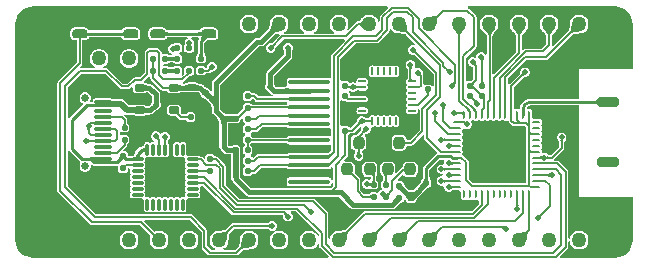
<source format=gtl>
G04*
G04 #@! TF.GenerationSoftware,Altium Limited,Altium Designer,21.2.1 (34)*
G04*
G04 Layer_Physical_Order=1*
G04 Layer_Color=255*
%FSLAX25Y25*%
%MOIN*%
G70*
G04*
G04 #@! TF.SameCoordinates,24BC1A3A-2B15-4BCB-8D07-746B5B0C7B57*
G04*
G04*
G04 #@! TF.FilePolarity,Positive*
G04*
G01*
G75*
%ADD14C,0.01000*%
%ADD15C,0.00600*%
G04:AMPARAMS|DCode=17|XSize=160mil|YSize=160mil|CornerRadius=16mil|HoleSize=0mil|Usage=FLASHONLY|Rotation=270.000|XOffset=0mil|YOffset=0mil|HoleType=Round|Shape=RoundedRectangle|*
%AMROUNDEDRECTD17*
21,1,0.16000,0.12800,0,0,270.0*
21,1,0.12800,0.16000,0,0,270.0*
1,1,0.03200,-0.06400,-0.06400*
1,1,0.03200,-0.06400,0.06400*
1,1,0.03200,0.06400,0.06400*
1,1,0.03200,0.06400,-0.06400*
%
%ADD17ROUNDEDRECTD17*%
G04:AMPARAMS|DCode=18|XSize=26.57mil|YSize=9.84mil|CornerRadius=2.46mil|HoleSize=0mil|Usage=FLASHONLY|Rotation=270.000|XOffset=0mil|YOffset=0mil|HoleType=Round|Shape=RoundedRectangle|*
%AMROUNDEDRECTD18*
21,1,0.02657,0.00492,0,0,270.0*
21,1,0.02165,0.00984,0,0,270.0*
1,1,0.00492,-0.00246,-0.01083*
1,1,0.00492,-0.00246,0.01083*
1,1,0.00492,0.00246,0.01083*
1,1,0.00492,0.00246,-0.01083*
%
%ADD18ROUNDEDRECTD18*%
G04:AMPARAMS|DCode=19|XSize=26.57mil|YSize=9.84mil|CornerRadius=2.46mil|HoleSize=0mil|Usage=FLASHONLY|Rotation=0.000|XOffset=0mil|YOffset=0mil|HoleType=Round|Shape=RoundedRectangle|*
%AMROUNDEDRECTD19*
21,1,0.02657,0.00492,0,0,0.0*
21,1,0.02165,0.00984,0,0,0.0*
1,1,0.00492,0.01083,-0.00246*
1,1,0.00492,-0.01083,-0.00246*
1,1,0.00492,-0.01083,0.00246*
1,1,0.00492,0.01083,0.00246*
%
%ADD19ROUNDEDRECTD19*%
G04:AMPARAMS|DCode=20|XSize=20mil|YSize=20mil|CornerRadius=5mil|HoleSize=0mil|Usage=FLASHONLY|Rotation=270.000|XOffset=0mil|YOffset=0mil|HoleType=Round|Shape=RoundedRectangle|*
%AMROUNDEDRECTD20*
21,1,0.02000,0.01000,0,0,270.0*
21,1,0.01000,0.02000,0,0,270.0*
1,1,0.01000,-0.00500,-0.00500*
1,1,0.01000,-0.00500,0.00500*
1,1,0.01000,0.00500,0.00500*
1,1,0.01000,0.00500,-0.00500*
%
%ADD20ROUNDEDRECTD20*%
G04:AMPARAMS|DCode=21|XSize=37.4mil|YSize=39.37mil|CornerRadius=9.35mil|HoleSize=0mil|Usage=FLASHONLY|Rotation=0.000|XOffset=0mil|YOffset=0mil|HoleType=Round|Shape=RoundedRectangle|*
%AMROUNDEDRECTD21*
21,1,0.03740,0.02067,0,0,0.0*
21,1,0.01870,0.03937,0,0,0.0*
1,1,0.01870,0.00935,-0.01034*
1,1,0.01870,-0.00935,-0.01034*
1,1,0.01870,-0.00935,0.01034*
1,1,0.01870,0.00935,0.01034*
%
%ADD21ROUNDEDRECTD21*%
G04:AMPARAMS|DCode=22|XSize=30mil|YSize=22mil|CornerRadius=5.5mil|HoleSize=0mil|Usage=FLASHONLY|Rotation=180.000|XOffset=0mil|YOffset=0mil|HoleType=Round|Shape=RoundedRectangle|*
%AMROUNDEDRECTD22*
21,1,0.03000,0.01100,0,0,180.0*
21,1,0.01900,0.02200,0,0,180.0*
1,1,0.01100,-0.00950,0.00550*
1,1,0.01100,0.00950,0.00550*
1,1,0.01100,0.00950,-0.00550*
1,1,0.01100,-0.00950,-0.00550*
%
%ADD22ROUNDEDRECTD22*%
G04:AMPARAMS|DCode=23|XSize=20mil|YSize=20mil|CornerRadius=5mil|HoleSize=0mil|Usage=FLASHONLY|Rotation=180.000|XOffset=0mil|YOffset=0mil|HoleType=Round|Shape=RoundedRectangle|*
%AMROUNDEDRECTD23*
21,1,0.02000,0.01000,0,0,180.0*
21,1,0.01000,0.02000,0,0,180.0*
1,1,0.01000,-0.00500,0.00500*
1,1,0.01000,0.00500,0.00500*
1,1,0.01000,0.00500,-0.00500*
1,1,0.01000,-0.00500,-0.00500*
%
%ADD23ROUNDEDRECTD23*%
G04:AMPARAMS|DCode=24|XSize=15.75mil|YSize=137.8mil|CornerRadius=3.94mil|HoleSize=0mil|Usage=FLASHONLY|Rotation=270.000|XOffset=0mil|YOffset=0mil|HoleType=Round|Shape=RoundedRectangle|*
%AMROUNDEDRECTD24*
21,1,0.01575,0.12992,0,0,270.0*
21,1,0.00787,0.13780,0,0,270.0*
1,1,0.00787,-0.06496,-0.00394*
1,1,0.00787,-0.06496,0.00394*
1,1,0.00787,0.06496,0.00394*
1,1,0.00787,0.06496,-0.00394*
%
%ADD24ROUNDEDRECTD24*%
%ADD25R,0.11024X0.10630*%
G04:AMPARAMS|DCode=26|XSize=12mil|YSize=38mil|CornerRadius=3mil|HoleSize=0mil|Usage=FLASHONLY|Rotation=90.000|XOffset=0mil|YOffset=0mil|HoleType=Round|Shape=RoundedRectangle|*
%AMROUNDEDRECTD26*
21,1,0.01200,0.03200,0,0,90.0*
21,1,0.00600,0.03800,0,0,90.0*
1,1,0.00600,0.01600,0.00300*
1,1,0.00600,0.01600,-0.00300*
1,1,0.00600,-0.01600,-0.00300*
1,1,0.00600,-0.01600,0.00300*
%
%ADD26ROUNDEDRECTD26*%
G04:AMPARAMS|DCode=27|XSize=12mil|YSize=38mil|CornerRadius=3mil|HoleSize=0mil|Usage=FLASHONLY|Rotation=180.000|XOffset=0mil|YOffset=0mil|HoleType=Round|Shape=RoundedRectangle|*
%AMROUNDEDRECTD27*
21,1,0.01200,0.03200,0,0,180.0*
21,1,0.00600,0.03800,0,0,180.0*
1,1,0.00600,-0.00300,0.01600*
1,1,0.00600,0.00300,0.01600*
1,1,0.00600,0.00300,-0.01600*
1,1,0.00600,-0.00300,-0.01600*
%
%ADD27ROUNDEDRECTD27*%
G04:AMPARAMS|DCode=28|XSize=23.62mil|YSize=35mil|CornerRadius=5.91mil|HoleSize=0mil|Usage=FLASHONLY|Rotation=90.000|XOffset=0mil|YOffset=0mil|HoleType=Round|Shape=RoundedRectangle|*
%AMROUNDEDRECTD28*
21,1,0.02362,0.02319,0,0,90.0*
21,1,0.01181,0.03500,0,0,90.0*
1,1,0.01181,0.01159,0.00591*
1,1,0.01181,0.01159,-0.00591*
1,1,0.01181,-0.01159,-0.00591*
1,1,0.01181,-0.01159,0.00591*
%
%ADD28ROUNDEDRECTD28*%
G04:AMPARAMS|DCode=29|XSize=30mil|YSize=22mil|CornerRadius=5.5mil|HoleSize=0mil|Usage=FLASHONLY|Rotation=270.000|XOffset=0mil|YOffset=0mil|HoleType=Round|Shape=RoundedRectangle|*
%AMROUNDEDRECTD29*
21,1,0.03000,0.01100,0,0,270.0*
21,1,0.01900,0.02200,0,0,270.0*
1,1,0.01100,-0.00550,-0.00950*
1,1,0.01100,-0.00550,0.00950*
1,1,0.01100,0.00550,0.00950*
1,1,0.01100,0.00550,-0.00950*
%
%ADD29ROUNDEDRECTD29*%
G04:AMPARAMS|DCode=30|XSize=31.5mil|YSize=70.87mil|CornerRadius=7.87mil|HoleSize=0mil|Usage=FLASHONLY|Rotation=270.000|XOffset=0mil|YOffset=0mil|HoleType=Round|Shape=RoundedRectangle|*
%AMROUNDEDRECTD30*
21,1,0.03150,0.05512,0,0,270.0*
21,1,0.01575,0.07087,0,0,270.0*
1,1,0.01575,-0.02756,-0.00787*
1,1,0.01575,-0.02756,0.00787*
1,1,0.01575,0.02756,0.00787*
1,1,0.01575,0.02756,-0.00787*
%
%ADD30ROUNDEDRECTD30*%
G04:AMPARAMS|DCode=31|XSize=59.06mil|YSize=11.81mil|CornerRadius=2.95mil|HoleSize=0mil|Usage=FLASHONLY|Rotation=0.000|XOffset=0mil|YOffset=0mil|HoleType=Round|Shape=RoundedRectangle|*
%AMROUNDEDRECTD31*
21,1,0.05906,0.00591,0,0,0.0*
21,1,0.05315,0.01181,0,0,0.0*
1,1,0.00591,0.02657,-0.00295*
1,1,0.00591,-0.02657,-0.00295*
1,1,0.00591,-0.02657,0.00295*
1,1,0.00591,0.02657,0.00295*
%
%ADD31ROUNDEDRECTD31*%
%ADD32R,0.10630X0.11024*%
%ADD33O,0.02756X0.00984*%
%ADD34O,0.00984X0.02756*%
G04:AMPARAMS|DCode=35|XSize=50mil|YSize=30mil|CornerRadius=7.5mil|HoleSize=0mil|Usage=FLASHONLY|Rotation=180.000|XOffset=0mil|YOffset=0mil|HoleType=Round|Shape=RoundedRectangle|*
%AMROUNDEDRECTD35*
21,1,0.05000,0.01500,0,0,180.0*
21,1,0.03500,0.03000,0,0,180.0*
1,1,0.01500,-0.01750,0.00750*
1,1,0.01500,0.01750,0.00750*
1,1,0.01500,0.01750,-0.00750*
1,1,0.01500,-0.01750,-0.00750*
%
%ADD35ROUNDEDRECTD35*%
%ADD61C,0.01500*%
%ADD62C,0.00700*%
%ADD63C,0.02000*%
%ADD64C,0.05000*%
%ADD65C,0.11811*%
%ADD66O,0.08268X0.03937*%
%ADD67O,0.06299X0.03937*%
%ADD68C,0.02559*%
%ADD69C,0.02000*%
G36*
X125319Y41416D02*
X122751Y38849D01*
X122552Y38551D01*
X122482Y38200D01*
Y36913D01*
X121982Y36847D01*
X121889Y37197D01*
X121481Y37903D01*
X120903Y38481D01*
X120197Y38889D01*
X119408Y39100D01*
X118592D01*
X117803Y38889D01*
X117097Y38481D01*
X116519Y37903D01*
X116501Y37872D01*
X116470Y37859D01*
X116448Y37808D01*
X116401Y37779D01*
X116263Y37587D01*
X116138Y37433D01*
X116016Y37304D01*
X115898Y37198D01*
X115787Y37114D01*
X115681Y37051D01*
X115582Y37005D01*
X115487Y36974D01*
X115394Y36957D01*
X115259Y36948D01*
X115127Y36883D01*
X114949Y36848D01*
X114651Y36649D01*
X112002Y34000D01*
X111602Y34307D01*
X111889Y34803D01*
X112100Y35592D01*
Y36408D01*
X111889Y37197D01*
X111481Y37903D01*
X110903Y38481D01*
X110197Y38889D01*
X109408Y39100D01*
X108592D01*
X107803Y38889D01*
X107097Y38481D01*
X106519Y37903D01*
X106111Y37197D01*
X105900Y36408D01*
Y35592D01*
X106111Y34803D01*
X106519Y34097D01*
X107097Y33519D01*
X107446Y33318D01*
X107312Y32818D01*
X100688D01*
X100554Y33318D01*
X100903Y33519D01*
X101481Y34097D01*
X101889Y34803D01*
X102100Y35592D01*
Y36408D01*
X101889Y37197D01*
X101481Y37903D01*
X100903Y38481D01*
X100197Y38889D01*
X99408Y39100D01*
X98592D01*
X97803Y38889D01*
X97097Y38481D01*
X96519Y37903D01*
X96111Y37197D01*
X95900Y36408D01*
Y35592D01*
X96111Y34803D01*
X96519Y34097D01*
X97097Y33519D01*
X97446Y33318D01*
X97312Y32818D01*
X90688D01*
X90554Y33318D01*
X90903Y33519D01*
X91481Y34097D01*
X91889Y34803D01*
X92100Y35592D01*
Y36408D01*
X91889Y37197D01*
X91481Y37903D01*
X90903Y38481D01*
X90197Y38889D01*
X89408Y39100D01*
X88592D01*
X87803Y38889D01*
X87097Y38481D01*
X86519Y37903D01*
X86111Y37197D01*
X85900Y36408D01*
Y36100D01*
X85851Y35987D01*
X85846Y35734D01*
X85828Y35514D01*
X85797Y35309D01*
X85755Y35120D01*
X85700Y34945D01*
X85635Y34783D01*
X85559Y34633D01*
X85472Y34494D01*
X85374Y34364D01*
X85243Y34222D01*
X85225Y34172D01*
X82430Y31376D01*
X81700D01*
X81700Y31376D01*
X81173Y31272D01*
X80727Y30973D01*
X80727Y30973D01*
X67027Y17273D01*
X66728Y16827D01*
X66624Y16300D01*
Y13803D01*
X66616Y13800D01*
X66124Y13717D01*
X66120Y13727D01*
X66090Y13848D01*
X66039Y13917D01*
X66036Y13929D01*
X65968Y14031D01*
X65919Y14150D01*
X65877Y14167D01*
X65793Y14293D01*
X65667Y14377D01*
X65650Y14419D01*
X65531Y14468D01*
X65429Y14536D01*
X65417Y14539D01*
X65348Y14590D01*
X65227Y14620D01*
X65125Y14655D01*
X65012Y14705D01*
X64897Y14766D01*
X64605Y14956D01*
X64465Y15063D01*
X64130Y15354D01*
X63954Y15525D01*
X63901Y15546D01*
X63733Y15713D01*
X63287Y16012D01*
X62880Y16093D01*
X62773Y16139D01*
X62572Y16144D01*
X62405Y16155D01*
X62260Y16173D01*
X62138Y16195D01*
X62039Y16222D01*
X61966Y16249D01*
X61917Y16273D01*
X61890Y16291D01*
X61880Y16300D01*
X61845Y16344D01*
X61838Y16347D01*
X61836Y16354D01*
X61744Y16403D01*
X61399Y16633D01*
X60950Y16723D01*
X59050D01*
X58601Y16633D01*
X58256Y16403D01*
X58164Y16354D01*
X58163Y16353D01*
X58162Y16352D01*
X58130Y16314D01*
X58124Y16309D01*
X58091Y16289D01*
X58025Y16260D01*
X57927Y16229D01*
X57798Y16200D01*
X57647Y16176D01*
X57232Y16144D01*
X57102Y16141D01*
X57017Y16143D01*
X56982Y16150D01*
X56930Y16198D01*
X57083Y16739D01*
X57151Y16752D01*
X57449Y16951D01*
X58956Y18459D01*
X59015Y18477D01*
X59027Y18500D01*
X59052Y18509D01*
X59140Y18594D01*
X59212Y18657D01*
X59274Y18705D01*
X59326Y18740D01*
X59364Y18762D01*
X59388Y18773D01*
X59389Y18773D01*
X59409Y18774D01*
X59419Y18778D01*
X59500D01*
X59929Y18864D01*
X60293Y19107D01*
X60536Y19471D01*
X60622Y19900D01*
Y20900D01*
X60536Y21329D01*
X60293Y21693D01*
X59929Y21936D01*
X59500Y22021D01*
X58500D01*
X58071Y21936D01*
X57707Y21693D01*
X57464Y21329D01*
X57378Y20900D01*
Y19900D01*
X57441Y19587D01*
X57361Y19504D01*
X57332Y19430D01*
X56737Y18835D01*
X56716Y18840D01*
X56496Y19411D01*
X56536Y19471D01*
X56622Y19900D01*
Y20900D01*
X56536Y21329D01*
X56293Y21693D01*
X55929Y21936D01*
X55500Y22021D01*
X54500D01*
X54071Y21936D01*
X53807Y21760D01*
X53689Y21711D01*
X53675Y21677D01*
X53663Y21671D01*
X53663Y21670D01*
X53663Y21670D01*
X53642Y21659D01*
X53626Y21639D01*
X53626Y21639D01*
X53600Y21626D01*
X53552Y21609D01*
X53482Y21591D01*
X53400Y21576D01*
X53142Y21552D01*
X53000Y21550D01*
X52850Y21553D01*
X52720Y21561D01*
X52609Y21574D01*
X52518Y21591D01*
X52448Y21609D01*
X52400Y21626D01*
X52374Y21639D01*
X52374Y21639D01*
X52358Y21659D01*
X52337Y21670D01*
X52337Y21670D01*
X52336Y21671D01*
X52325Y21677D01*
X52311Y21711D01*
X52193Y21760D01*
X51929Y21936D01*
X51500Y22021D01*
X50500D01*
X50354Y22391D01*
X50788Y22779D01*
X51500D01*
X51929Y22864D01*
X52193Y23040D01*
X52311Y23089D01*
X52325Y23123D01*
X52337Y23129D01*
X52337Y23130D01*
X52337Y23130D01*
X52358Y23141D01*
X52374Y23161D01*
X52374Y23161D01*
X52400Y23174D01*
X52448Y23191D01*
X52518Y23209D01*
X52600Y23224D01*
X52858Y23248D01*
X53000Y23250D01*
X53150Y23247D01*
X53280Y23239D01*
X53391Y23226D01*
X53482Y23209D01*
X53552Y23191D01*
X53600Y23174D01*
X53626Y23161D01*
X53626Y23161D01*
X53642Y23141D01*
X53663Y23130D01*
X53663Y23130D01*
X53664Y23129D01*
X53675Y23123D01*
X53689Y23089D01*
X53807Y23040D01*
X54071Y22864D01*
X54500Y22779D01*
X55500D01*
X55929Y22864D01*
X56293Y23107D01*
X56536Y23471D01*
X56622Y23900D01*
Y24900D01*
X56536Y25329D01*
X56293Y25693D01*
X55929Y25936D01*
X55633Y25995D01*
Y26505D01*
X55929Y26564D01*
X56293Y26807D01*
X56536Y27171D01*
X56622Y27600D01*
Y28600D01*
X56536Y29029D01*
X56293Y29393D01*
X55929Y29636D01*
X55500Y29722D01*
X54500D01*
X54071Y29636D01*
X53707Y29393D01*
X53645Y29300D01*
X53182D01*
X52594Y29056D01*
X52144Y28606D01*
X51900Y28018D01*
Y27382D01*
X52144Y26794D01*
X52594Y26344D01*
X52942Y26199D01*
X53174Y25680D01*
X53172Y25604D01*
X53142Y25552D01*
X53000Y25550D01*
X52850Y25552D01*
X52720Y25561D01*
X52609Y25574D01*
X52518Y25591D01*
X52448Y25609D01*
X52400Y25626D01*
X52374Y25639D01*
X52374Y25639D01*
X52358Y25659D01*
X52337Y25670D01*
X52337Y25670D01*
X52336Y25671D01*
X52325Y25677D01*
X52311Y25711D01*
X52193Y25760D01*
X51929Y25936D01*
X51500Y26022D01*
X50500D01*
X50418Y26005D01*
X49918Y26389D01*
Y26400D01*
X49848Y26751D01*
X49649Y27049D01*
X48949Y27749D01*
X48651Y27948D01*
X48300Y28018D01*
X45700D01*
X45349Y27948D01*
X45051Y27749D01*
X44451Y27149D01*
X44252Y26851D01*
X44182Y26500D01*
Y19680D01*
X42720Y18218D01*
X40900D01*
X40549Y18148D01*
X40251Y17949D01*
X38420Y16118D01*
X36880D01*
X31949Y21049D01*
X31651Y21248D01*
X31300Y21318D01*
X30515D01*
X30381Y21818D01*
X30903Y22119D01*
X31481Y22697D01*
X31889Y23403D01*
X32100Y24192D01*
Y25008D01*
X31889Y25797D01*
X31481Y26503D01*
X30903Y27081D01*
X30197Y27489D01*
X29408Y27700D01*
X28592D01*
X27803Y27489D01*
X27097Y27081D01*
X26519Y26503D01*
X26111Y25797D01*
X25900Y25008D01*
Y24192D01*
X26111Y23403D01*
X26519Y22697D01*
X27097Y22119D01*
X27619Y21818D01*
X27485Y21318D01*
X22822D01*
X22615Y21818D01*
X23149Y22351D01*
X23348Y22649D01*
X23418Y23000D01*
Y30674D01*
X24250D01*
X24777Y30778D01*
X25223Y31077D01*
X25522Y31523D01*
X25552Y31678D01*
X36448D01*
X36478Y31523D01*
X36777Y31077D01*
X37223Y30778D01*
X37750Y30674D01*
X41250D01*
X41777Y30778D01*
X42223Y31077D01*
X42522Y31523D01*
X42626Y32050D01*
Y33550D01*
X42522Y34077D01*
X42223Y34523D01*
X41777Y34822D01*
X41250Y34926D01*
X37750D01*
X37223Y34822D01*
X36777Y34523D01*
X36478Y34077D01*
X36448Y33922D01*
X25552D01*
X25522Y34077D01*
X25223Y34523D01*
X24777Y34822D01*
X24250Y34926D01*
X20750D01*
X20223Y34822D01*
X19777Y34523D01*
X19478Y34077D01*
X19374Y33550D01*
Y32050D01*
X19478Y31523D01*
X19777Y31077D01*
X20223Y30778D01*
X20750Y30674D01*
X21582D01*
Y23380D01*
X15351Y17149D01*
X15152Y16851D01*
X15082Y16500D01*
Y-19500D01*
X15152Y-19851D01*
X15351Y-20149D01*
X25851Y-30649D01*
X26149Y-30848D01*
X26500Y-30918D01*
X42620D01*
X46256Y-34553D01*
X46111Y-34803D01*
X45900Y-35592D01*
Y-36408D01*
X46111Y-37196D01*
X46519Y-37903D01*
X47097Y-38480D01*
X47803Y-38888D01*
X48592Y-39100D01*
X49408D01*
X50197Y-38888D01*
X50903Y-38480D01*
X51481Y-37903D01*
X51889Y-37196D01*
X52100Y-36408D01*
Y-35592D01*
X51889Y-34803D01*
X51481Y-34096D01*
X50903Y-33519D01*
X50197Y-33111D01*
X49408Y-32900D01*
X48592D01*
X47803Y-33111D01*
X47553Y-33255D01*
X44016Y-29718D01*
X44223Y-29218D01*
X59120D01*
X63182Y-33280D01*
Y-38200D01*
X63252Y-38551D01*
X63451Y-38849D01*
X65451Y-40849D01*
X65749Y-41048D01*
X66100Y-41118D01*
X74800D01*
X75151Y-41048D01*
X75449Y-40849D01*
X76753Y-39545D01*
X76813Y-39526D01*
X76899Y-39454D01*
X76975Y-39408D01*
X77092Y-39357D01*
X77249Y-39305D01*
X77447Y-39258D01*
X77667Y-39220D01*
X78609Y-39151D01*
X78978Y-39149D01*
X79095Y-39100D01*
X79408D01*
X80197Y-38888D01*
X80903Y-38480D01*
X81481Y-37903D01*
X81889Y-37196D01*
X82100Y-36408D01*
Y-35592D01*
X81889Y-34803D01*
X81481Y-34096D01*
X80903Y-33519D01*
X80197Y-33111D01*
X79408Y-32900D01*
X78592D01*
X77803Y-33111D01*
X77097Y-33519D01*
X76519Y-34096D01*
X76111Y-34803D01*
X75900Y-35592D01*
Y-35904D01*
X75851Y-36022D01*
X75849Y-36397D01*
X75814Y-37054D01*
X75783Y-37318D01*
X75742Y-37553D01*
X75695Y-37750D01*
X75643Y-37908D01*
X75591Y-38025D01*
X75545Y-38101D01*
X75474Y-38187D01*
X75455Y-38247D01*
X74420Y-39282D01*
X70514D01*
X70380Y-38782D01*
X70903Y-38480D01*
X71481Y-37903D01*
X71889Y-37196D01*
X72100Y-36408D01*
Y-36095D01*
X72149Y-35977D01*
X72151Y-35602D01*
X72186Y-34945D01*
X72218Y-34681D01*
X72258Y-34446D01*
X72306Y-34249D01*
X72357Y-34091D01*
X72409Y-33974D01*
X72455Y-33898D01*
X72526Y-33812D01*
X72545Y-33752D01*
X74080Y-32218D01*
X85050D01*
X85117Y-32249D01*
X85176Y-32251D01*
X85206Y-32256D01*
X85236Y-32262D01*
X85267Y-32272D01*
X85301Y-32287D01*
X85338Y-32307D01*
X85379Y-32332D01*
X85423Y-32365D01*
X85471Y-32406D01*
X85536Y-32468D01*
X85650Y-32513D01*
X85794Y-32656D01*
X86382Y-32900D01*
X87018D01*
X87219Y-32817D01*
X87671Y-32923D01*
X87685Y-32951D01*
X87432Y-33325D01*
X87097Y-33519D01*
X86519Y-34096D01*
X86111Y-34803D01*
X85900Y-35592D01*
Y-36408D01*
X86111Y-37196D01*
X86519Y-37903D01*
X87097Y-38480D01*
X87803Y-38888D01*
X88592Y-39100D01*
X89408D01*
X90197Y-38888D01*
X90903Y-38480D01*
X91481Y-37903D01*
X91889Y-37196D01*
X92100Y-36408D01*
Y-35592D01*
X91889Y-34803D01*
X91481Y-34096D01*
X90903Y-33519D01*
X90197Y-33111D01*
X89408Y-32900D01*
X88592D01*
X87803Y-33111D01*
X87707Y-32943D01*
X87616Y-32684D01*
X87606Y-32656D01*
X88056Y-32206D01*
X88300Y-31618D01*
Y-30982D01*
X88056Y-30394D01*
X87606Y-29944D01*
X87018Y-29700D01*
X86382D01*
X85794Y-29944D01*
X85650Y-30087D01*
X85536Y-30132D01*
X85471Y-30194D01*
X85423Y-30235D01*
X85379Y-30268D01*
X85338Y-30293D01*
X85301Y-30313D01*
X85267Y-30327D01*
X85236Y-30338D01*
X85206Y-30345D01*
X85176Y-30349D01*
X85117Y-30351D01*
X85050Y-30382D01*
X73700D01*
X73348Y-30452D01*
X73051Y-30651D01*
X71247Y-32455D01*
X71187Y-32473D01*
X71101Y-32545D01*
X71025Y-32591D01*
X70908Y-32642D01*
X70751Y-32694D01*
X70553Y-32742D01*
X70333Y-32780D01*
X69391Y-32849D01*
X69022Y-32850D01*
X68905Y-32900D01*
X68592D01*
X67803Y-33111D01*
X67097Y-33519D01*
X66519Y-34096D01*
X66111Y-34803D01*
X65900Y-35592D01*
Y-36408D01*
X66111Y-37196D01*
X66519Y-37903D01*
X67097Y-38480D01*
X67620Y-38782D01*
X67486Y-39282D01*
X66480D01*
X65018Y-37820D01*
Y-32900D01*
X64948Y-32549D01*
X64749Y-32251D01*
X60149Y-27651D01*
X59851Y-27452D01*
X59500Y-27382D01*
X27980D01*
X18618Y-18020D01*
Y-6311D01*
X19118Y-6159D01*
X19207Y-6293D01*
X22565Y-9651D01*
X22565Y-9651D01*
X22658Y-9713D01*
X22765Y-10312D01*
X22756Y-10334D01*
X22479Y-11004D01*
Y-11752D01*
X22765Y-12443D01*
X23294Y-12971D01*
X23984Y-13258D01*
X24732D01*
X25423Y-12971D01*
X25952Y-12443D01*
X26238Y-11752D01*
Y-11187D01*
X26333Y-11091D01*
X26688Y-10909D01*
X26700Y-10907D01*
X26952Y-11075D01*
X27381Y-11161D01*
X27381Y-11161D01*
X27389D01*
X27415Y-11178D01*
X27764Y-11248D01*
X33079D01*
X33148Y-11234D01*
X33189Y-11251D01*
X33236Y-11232D01*
X33254Y-11238D01*
X34112Y-11189D01*
X34285Y-11188D01*
X34351Y-11161D01*
X34936D01*
X34966Y-11165D01*
X35174Y-11334D01*
X35378Y-11588D01*
Y-12500D01*
X35464Y-12929D01*
X35707Y-13293D01*
X36071Y-13536D01*
X36500Y-13622D01*
X37500D01*
X37929Y-13536D01*
X38293Y-13293D01*
X38536Y-12929D01*
X38622Y-12500D01*
Y-12101D01*
X38978Y-12061D01*
X39369Y-12436D01*
X39376Y-12514D01*
X39332Y-12731D01*
Y-13331D01*
X39402Y-13683D01*
X39601Y-13980D01*
Y-14051D01*
X39402Y-14349D01*
X39332Y-14700D01*
Y-15300D01*
X39402Y-15651D01*
X39601Y-15949D01*
Y-16020D01*
X39402Y-16317D01*
X39332Y-16669D01*
Y-17268D01*
X39402Y-17620D01*
X39582Y-17953D01*
X39402Y-18286D01*
X39332Y-18637D01*
Y-19237D01*
X39402Y-19588D01*
X39601Y-19886D01*
Y-19957D01*
X39402Y-20254D01*
X39332Y-20606D01*
Y-21205D01*
X39402Y-21557D01*
X39601Y-21854D01*
X39899Y-22053D01*
X40250Y-22123D01*
X43450D01*
X43452Y-22123D01*
X43877Y-22548D01*
X43877Y-22550D01*
Y-25750D01*
X43947Y-26101D01*
X44146Y-26399D01*
X44443Y-26598D01*
X44794Y-26668D01*
X45395D01*
X45746Y-26598D01*
X46079Y-26418D01*
X46412Y-26598D01*
X46763Y-26668D01*
X47363D01*
X47714Y-26598D01*
X48047Y-26418D01*
X48380Y-26598D01*
X48731Y-26668D01*
X49332D01*
X49683Y-26598D01*
X50016Y-26418D01*
X50349Y-26598D01*
X50700Y-26668D01*
X51300D01*
X51651Y-26598D01*
X51984Y-26418D01*
X52317Y-26598D01*
X52668Y-26668D01*
X53268D01*
X53620Y-26598D01*
X53953Y-26418D01*
X54286Y-26598D01*
X54637Y-26668D01*
X55237D01*
X55588Y-26598D01*
X55921Y-26418D01*
X56254Y-26598D01*
X56605Y-26668D01*
X57205D01*
X57557Y-26598D01*
X57854Y-26399D01*
X58053Y-26101D01*
X58123Y-25750D01*
Y-22550D01*
X58123Y-22548D01*
X58548Y-22123D01*
X58550Y-22123D01*
X61750D01*
X62101Y-22053D01*
X62399Y-21854D01*
X62598Y-21557D01*
X62668Y-21205D01*
Y-20606D01*
X62598Y-20254D01*
X62399Y-19957D01*
Y-19886D01*
X62598Y-19588D01*
X62668Y-19237D01*
Y-18637D01*
X62635Y-18474D01*
X62638Y-18424D01*
X62676Y-18264D01*
X62810Y-18085D01*
X62966Y-17937D01*
X63667D01*
X73215Y-27485D01*
X73529Y-27695D01*
X73900Y-27769D01*
X90177D01*
X90190Y-27803D01*
X90237Y-27854D01*
X90263Y-27886D01*
X90284Y-27918D01*
X90302Y-27949D01*
X90316Y-27981D01*
X90328Y-28014D01*
X90337Y-28050D01*
X90345Y-28090D01*
X90349Y-28134D01*
X90351Y-28207D01*
X90400Y-28317D01*
Y-28518D01*
X90644Y-29106D01*
X91094Y-29556D01*
X91682Y-29800D01*
X92318D01*
X92906Y-29556D01*
X93356Y-29106D01*
X93600Y-28518D01*
Y-27882D01*
X93356Y-27294D01*
X92980Y-26918D01*
X93054Y-26567D01*
X93134Y-26418D01*
X94620D01*
X102382Y-34180D01*
Y-34714D01*
X101889Y-34803D01*
X101481Y-34096D01*
X100903Y-33519D01*
X100197Y-33111D01*
X99408Y-32900D01*
X98592D01*
X97803Y-33111D01*
X97097Y-33519D01*
X96519Y-34096D01*
X96111Y-34803D01*
X95900Y-35592D01*
Y-36408D01*
X96111Y-37196D01*
X96519Y-37903D01*
X97097Y-38480D01*
X97803Y-38888D01*
X98592Y-39100D01*
X99408D01*
X100197Y-38888D01*
X100903Y-38480D01*
X101481Y-37903D01*
X101889Y-37196D01*
X102382Y-37286D01*
Y-37900D01*
X102452Y-38251D01*
X102651Y-38549D01*
X105519Y-41416D01*
X105327Y-41879D01*
X7000D01*
X7000Y-41878D01*
Y-41878D01*
X5853Y-41765D01*
X4750Y-41431D01*
X3734Y-40888D01*
X2843Y-40157D01*
X2112Y-39266D01*
X1569Y-38249D01*
X1235Y-37147D01*
X1122Y-36000D01*
X1122D01*
Y36000D01*
X1122D01*
X1235Y37147D01*
X1569Y38249D01*
X2112Y39266D01*
X2843Y40157D01*
X3734Y40888D01*
X4750Y41431D01*
X5853Y41765D01*
X7000Y41878D01*
Y41878D01*
X125127D01*
X125319Y41416D01*
D02*
G37*
G36*
X142028Y38603D02*
X141924Y38479D01*
X141831Y38325D01*
X141750Y38141D01*
X141680Y37928D01*
X141622Y37685D01*
X141575Y37412D01*
X141539Y37110D01*
X141501Y36416D01*
X141500Y36025D01*
X139025Y38500D01*
X139416Y38502D01*
X140412Y38575D01*
X140685Y38622D01*
X140928Y38680D01*
X141141Y38750D01*
X141325Y38831D01*
X141479Y38924D01*
X141604Y39028D01*
X142028Y38603D01*
D02*
G37*
G36*
X116929Y34600D02*
X116779Y34809D01*
X116626Y34996D01*
X116470Y35161D01*
X116311Y35304D01*
X116150Y35425D01*
X115986Y35524D01*
X115818Y35601D01*
X115648Y35656D01*
X115476Y35689D01*
X115300Y35700D01*
Y36300D01*
X115476Y36311D01*
X115648Y36344D01*
X115818Y36399D01*
X115986Y36476D01*
X116150Y36575D01*
X116311Y36696D01*
X116470Y36839D01*
X116626Y37004D01*
X116779Y37191D01*
X116929Y37400D01*
Y34600D01*
D02*
G37*
G36*
X131512Y35649D02*
X131609Y34643D01*
X131661Y34368D01*
X131723Y34124D01*
X131795Y33911D01*
X131877Y33728D01*
X131969Y33575D01*
X132071Y33453D01*
X131659Y33017D01*
X131532Y33123D01*
X131377Y33216D01*
X131192Y33296D01*
X130979Y33364D01*
X130737Y33419D01*
X130466Y33461D01*
X130167Y33490D01*
X129482Y33511D01*
X129096Y33502D01*
X131500Y36046D01*
X131512Y35649D01*
D02*
G37*
G36*
X188975Y33500D02*
X188584Y33498D01*
X187588Y33425D01*
X187315Y33378D01*
X187072Y33320D01*
X186859Y33250D01*
X186675Y33169D01*
X186521Y33076D01*
X186397Y32972D01*
X185972Y33397D01*
X186076Y33521D01*
X186169Y33675D01*
X186250Y33859D01*
X186320Y34072D01*
X186378Y34315D01*
X186425Y34588D01*
X186461Y34890D01*
X186498Y35584D01*
X186500Y35975D01*
X188975Y33500D01*
D02*
G37*
G36*
X88975D02*
X88701Y33495D01*
X88439Y33474D01*
X88190Y33436D01*
X87952Y33382D01*
X87727Y33313D01*
X87514Y33227D01*
X87313Y33125D01*
X87124Y33007D01*
X86948Y32873D01*
X86783Y32723D01*
X85723Y33783D01*
X85873Y33948D01*
X86007Y34124D01*
X86125Y34313D01*
X86227Y34514D01*
X86313Y34727D01*
X86382Y34952D01*
X86436Y35190D01*
X86474Y35439D01*
X86495Y35701D01*
X86500Y35975D01*
X88975Y33500D01*
D02*
G37*
G36*
X180474Y33937D02*
X179822Y33181D01*
X179663Y32955D01*
X179532Y32742D01*
X179430Y32541D01*
X179358Y32354D01*
X179314Y32180D01*
X179300Y32018D01*
X178700D01*
X178685Y32180D01*
X178642Y32354D01*
X178569Y32541D01*
X178468Y32742D01*
X178338Y32955D01*
X178178Y33181D01*
X177989Y33420D01*
X177525Y33937D01*
X177250Y34215D01*
X180750D01*
X180474Y33937D01*
D02*
G37*
G36*
X170475D02*
X169822Y33181D01*
X169662Y32955D01*
X169532Y32742D01*
X169430Y32541D01*
X169358Y32354D01*
X169315Y32180D01*
X169300Y32018D01*
X168700D01*
X168685Y32180D01*
X168642Y32354D01*
X168570Y32541D01*
X168468Y32742D01*
X168338Y32955D01*
X168178Y33181D01*
X167990Y33420D01*
X167525Y33937D01*
X167250Y34215D01*
X170750D01*
X170475Y33937D01*
D02*
G37*
G36*
X150475D02*
X149822Y33181D01*
X149662Y32955D01*
X149532Y32742D01*
X149431Y32541D01*
X149358Y32354D01*
X149314Y32180D01*
X149300Y32018D01*
X148700D01*
X148686Y32180D01*
X148642Y32354D01*
X148570Y32541D01*
X148468Y32742D01*
X148337Y32955D01*
X148178Y33181D01*
X147989Y33420D01*
X147526Y33937D01*
X147250Y34215D01*
X150750D01*
X150475Y33937D01*
D02*
G37*
G36*
X160624Y34050D02*
X159999Y33224D01*
X159847Y32985D01*
X159722Y32762D01*
X159625Y32558D01*
X159555Y32371D01*
X159514Y32202D01*
X159500Y32050D01*
X158900Y32002D01*
X158885Y32171D01*
X158840Y32349D01*
X158765Y32536D01*
X158660Y32731D01*
X158525Y32934D01*
X158359Y33147D01*
X158164Y33367D01*
X157939Y33596D01*
X157398Y34080D01*
X160887Y34360D01*
X160624Y34050D01*
D02*
G37*
G36*
X126519Y34097D02*
X127097Y33519D01*
X127803Y33111D01*
X128592Y32900D01*
X128988D01*
X129111Y32853D01*
X129480Y32861D01*
X130126Y32842D01*
X130385Y32816D01*
X130615Y32781D01*
X130809Y32737D01*
X130964Y32688D01*
X131079Y32638D01*
X131155Y32592D01*
X131242Y32519D01*
X131302Y32500D01*
X134433Y29370D01*
X134150Y28946D01*
X134018Y29000D01*
X133382D01*
X132794Y28756D01*
X132344Y28306D01*
X132100Y27718D01*
Y27082D01*
X132344Y26494D01*
X132794Y26044D01*
X133382Y25800D01*
X133585D01*
X133698Y25751D01*
X133787Y25749D01*
X133850Y25744D01*
X133904Y25736D01*
X133951Y25725D01*
X133992Y25713D01*
X134026Y25699D01*
X134055Y25684D01*
X134081Y25668D01*
X134105Y25650D01*
X134149Y25610D01*
X134218Y25585D01*
X140482Y19320D01*
Y15511D01*
X139982Y15359D01*
X139893Y15493D01*
X139529Y15736D01*
X139100Y15822D01*
X138100D01*
X137671Y15736D01*
X137618Y15701D01*
X137118Y15968D01*
Y18900D01*
X137048Y19251D01*
X136935Y19420D01*
X136900Y19507D01*
Y20118D01*
X136656Y20706D01*
X136206Y21156D01*
X135618Y21400D01*
X134982D01*
X134542Y21218D01*
X134500Y21248D01*
X134209Y21621D01*
X134400Y22082D01*
Y22718D01*
X134156Y23306D01*
X133706Y23756D01*
X133118Y24000D01*
X132482D01*
X131894Y23756D01*
X131444Y23306D01*
X131200Y22718D01*
Y22082D01*
X131444Y21494D01*
X131587Y21350D01*
X131632Y21236D01*
X131694Y21171D01*
X131735Y21123D01*
X131768Y21079D01*
X131793Y21038D01*
X131813Y21001D01*
X131827Y20967D01*
X131838Y20935D01*
X131844Y20906D01*
X131849Y20876D01*
X131851Y20817D01*
X131882Y20750D01*
Y18098D01*
X131851Y18027D01*
X131848Y17924D01*
X131844Y17876D01*
X131772Y17827D01*
X131729Y17808D01*
X131725Y17796D01*
X131595Y17709D01*
X131353Y17347D01*
X131268Y16921D01*
X131353Y16495D01*
X131595Y16134D01*
Y15740D01*
X131353Y15379D01*
X131268Y14953D01*
X131353Y14527D01*
X131595Y14165D01*
Y13772D01*
X131353Y13410D01*
X131268Y12984D01*
X131353Y12558D01*
X131499Y12340D01*
X131559Y12000D01*
X131499Y11660D01*
X131353Y11442D01*
X131268Y11016D01*
X131353Y10590D01*
X131595Y10228D01*
Y9835D01*
X131353Y9473D01*
X131268Y9047D01*
X131353Y8621D01*
X131595Y8260D01*
Y7866D01*
X131353Y7505D01*
X131268Y7079D01*
X131353Y6653D01*
X131595Y6291D01*
X131956Y6050D01*
X132382Y5965D01*
X134153D01*
X134580Y6050D01*
X134941Y6291D01*
X135182Y6653D01*
X135267Y7079D01*
X135210Y7367D01*
X135441Y7799D01*
X135464Y7825D01*
X135882Y7450D01*
Y680D01*
X132549Y-2653D01*
X131564D01*
X131500Y-2625D01*
Y-2537D01*
X131381Y-1939D01*
X131042Y-1431D01*
X130534Y-1091D01*
X129935Y-972D01*
X128065D01*
X127466Y-1091D01*
X126958Y-1431D01*
X126619Y-1939D01*
X126500Y-2537D01*
Y-4604D01*
X126619Y-5203D01*
X126958Y-5711D01*
X127466Y-6050D01*
X128065Y-6169D01*
X129935D01*
X130534Y-6050D01*
X131042Y-5711D01*
X131381Y-5203D01*
X131500Y-4604D01*
Y-4517D01*
X131564Y-4488D01*
X132929D01*
X133280Y-4419D01*
X133578Y-4220D01*
X136920Y-877D01*
X137382Y-1069D01*
Y-1900D01*
X137452Y-2251D01*
X137651Y-2549D01*
X141642Y-6540D01*
X141602Y-6835D01*
X141504Y-7109D01*
X141207Y-7307D01*
X141207Y-7307D01*
X137207Y-11307D01*
X136964Y-11671D01*
X136878Y-12100D01*
X136878Y-12100D01*
Y-14870D01*
X136851Y-14935D01*
X136850Y-15040D01*
X136847Y-15150D01*
X136839Y-15280D01*
X136826Y-15391D01*
X136809Y-15482D01*
X136791Y-15552D01*
X136774Y-15600D01*
X136761Y-15626D01*
X136761Y-15626D01*
X136741Y-15642D01*
X136730Y-15663D01*
X136730Y-15663D01*
X136729Y-15664D01*
X136723Y-15675D01*
X136689Y-15689D01*
X136640Y-15807D01*
X136623Y-15833D01*
X136581Y-15850D01*
X136532Y-15969D01*
X136464Y-16071D01*
X136461Y-16083D01*
X136410Y-16152D01*
X136380Y-16273D01*
X136345Y-16375D01*
X136295Y-16488D01*
X136234Y-16603D01*
X136044Y-16895D01*
X135937Y-17035D01*
X135646Y-17370D01*
X135475Y-17546D01*
X135454Y-17599D01*
X134510Y-18543D01*
X134459Y-18562D01*
X133851Y-19130D01*
X133615Y-19320D01*
X133533Y-19377D01*
X132467D01*
X132392Y-19325D01*
X131861Y-18872D01*
X131549Y-18571D01*
X131532Y-18564D01*
X131525Y-18546D01*
X131350Y-18365D01*
X131204Y-18204D01*
X130947Y-17883D01*
X130852Y-17745D01*
X130771Y-17612D01*
X130705Y-17488D01*
X130655Y-17375D01*
X130620Y-17273D01*
X130590Y-17152D01*
X130539Y-17083D01*
X130536Y-17071D01*
X130468Y-16969D01*
X130419Y-16850D01*
X130377Y-16833D01*
X130293Y-16707D01*
X129929Y-16464D01*
X129500Y-16378D01*
X128899D01*
X128691Y-15879D01*
X130140Y-14430D01*
X130638Y-14479D01*
X130698Y-14569D01*
X131206Y-14909D01*
X131805Y-15028D01*
X133675D01*
X134274Y-14909D01*
X134782Y-14569D01*
X135121Y-14062D01*
X135240Y-13463D01*
Y-11396D01*
X135121Y-10797D01*
X134782Y-10289D01*
X134274Y-9950D01*
X133675Y-9831D01*
X131805D01*
X131206Y-9950D01*
X130698Y-10289D01*
X130359Y-10797D01*
X130240Y-11396D01*
Y-11641D01*
X130086Y-11744D01*
X128245Y-13585D01*
X127999Y-13523D01*
X127760Y-13363D01*
Y-11396D01*
X127641Y-10797D01*
X127302Y-10289D01*
X126794Y-9950D01*
X126195Y-9831D01*
X124325D01*
X123726Y-9950D01*
X123218Y-10289D01*
X122879Y-10797D01*
X122760Y-11396D01*
Y-13463D01*
X122879Y-14062D01*
X123218Y-14569D01*
X123539Y-14784D01*
X123542Y-14807D01*
X123548Y-14883D01*
X123551Y-14994D01*
X123582Y-15066D01*
Y-15815D01*
X123551Y-15886D01*
X123548Y-15979D01*
X123207Y-16207D01*
X122964Y-16571D01*
X122878Y-17000D01*
Y-18000D01*
X122964Y-18429D01*
X123175Y-18745D01*
X123191Y-18866D01*
X123094Y-19319D01*
X122794Y-19444D01*
X122344Y-19894D01*
X122283Y-20040D01*
X122109Y-20099D01*
X121699Y-20144D01*
X121429Y-19964D01*
X121000Y-19879D01*
X120000D01*
X119571Y-19964D01*
X119207Y-20207D01*
X118979Y-20549D01*
X118886Y-20551D01*
X118815Y-20582D01*
X117280D01*
X116118Y-19420D01*
Y-15869D01*
X116048Y-15518D01*
X115849Y-15220D01*
X114488Y-13859D01*
X114459Y-13786D01*
X114365Y-13688D01*
X114298Y-13612D01*
X114250Y-13550D01*
X114244Y-13542D01*
X114260Y-13463D01*
Y-13441D01*
X114271Y-13406D01*
X114260Y-13384D01*
Y-11396D01*
X114141Y-10797D01*
X113802Y-10289D01*
X113294Y-9950D01*
X112695Y-9831D01*
X110974D01*
X110768Y-9448D01*
X110752Y-9345D01*
X111649Y-8449D01*
X111848Y-8151D01*
X111918Y-7800D01*
Y-1185D01*
X111949Y-1114D01*
X111951Y-1021D01*
X112293Y-793D01*
X112521Y-452D01*
X112614Y-449D01*
X112685Y-418D01*
X113300D01*
X113651Y-348D01*
X113949Y-149D01*
X115951Y1853D01*
X116160Y1847D01*
X116488Y1431D01*
X116400Y1218D01*
Y1015D01*
X116351Y902D01*
X116349Y813D01*
X116344Y750D01*
X116336Y696D01*
X116325Y649D01*
X116313Y608D01*
X116299Y574D01*
X116284Y545D01*
X116268Y519D01*
X116250Y495D01*
X116210Y452D01*
X116185Y382D01*
X115338Y-464D01*
X115264Y-493D01*
X115150Y-604D01*
X114941Y-784D01*
X114862Y-843D01*
X114788Y-891D01*
X114728Y-925D01*
X114682Y-946D01*
X114654Y-956D01*
X114646Y-958D01*
X114606Y-961D01*
X114583Y-972D01*
X114565D01*
X113966Y-1091D01*
X113458Y-1431D01*
X113119Y-1939D01*
X113000Y-2537D01*
Y-4604D01*
X113119Y-5203D01*
X113458Y-5711D01*
X113966Y-6050D01*
X114180Y-6093D01*
X114342Y-6234D01*
X114399Y-6322D01*
X114412Y-6347D01*
X114426Y-6381D01*
X114493Y-6638D01*
X114468Y-6679D01*
X114435Y-6723D01*
X114394Y-6771D01*
X114332Y-6836D01*
X114287Y-6950D01*
X114144Y-7094D01*
X113900Y-7682D01*
Y-8318D01*
X114144Y-8906D01*
X114594Y-9356D01*
X115182Y-9600D01*
X115818D01*
X116406Y-9356D01*
X116856Y-8906D01*
X117100Y-8318D01*
Y-7682D01*
X116856Y-7094D01*
X116713Y-6950D01*
X116668Y-6836D01*
X116606Y-6771D01*
X116565Y-6723D01*
X116532Y-6679D01*
X116507Y-6638D01*
X116575Y-6380D01*
X116588Y-6348D01*
X116601Y-6322D01*
X116658Y-6234D01*
X116821Y-6093D01*
X117034Y-6050D01*
X117542Y-5711D01*
X117881Y-5203D01*
X118000Y-4604D01*
Y-2537D01*
X117881Y-1939D01*
X117542Y-1431D01*
X117525Y-1419D01*
X117500Y-1167D01*
X117539Y-956D01*
X117586Y-859D01*
X117595Y-850D01*
X117619Y-832D01*
X117645Y-816D01*
X117674Y-801D01*
X117708Y-787D01*
X117749Y-775D01*
X117796Y-764D01*
X117850Y-756D01*
X117913Y-751D01*
X118002Y-749D01*
X118115Y-700D01*
X118318D01*
X118906Y-456D01*
X119356Y-6D01*
X119600Y582D01*
Y1218D01*
X119555Y1328D01*
X119914Y1766D01*
X120079Y1733D01*
X120505Y1818D01*
X120723Y1963D01*
X121063Y2024D01*
X121403Y1963D01*
X121621Y1818D01*
X122047Y1733D01*
X122473Y1818D01*
X122691Y1963D01*
X123031Y2024D01*
X123372Y1963D01*
X123590Y1818D01*
X124016Y1733D01*
X124442Y1818D01*
X124660Y1963D01*
X125000Y2024D01*
X125340Y1963D01*
X125558Y1818D01*
X125984Y1733D01*
X126410Y1818D01*
X126628Y1963D01*
X126969Y2024D01*
X127309Y1963D01*
X127527Y1818D01*
X127953Y1733D01*
X128379Y1818D01*
X128740Y2059D01*
X128981Y2420D01*
X129066Y2847D01*
Y4618D01*
X128981Y5044D01*
X128740Y5406D01*
X128379Y5647D01*
X127953Y5732D01*
X127527Y5647D01*
X127309Y5501D01*
X126969Y5441D01*
X126628Y5501D01*
X126410Y5647D01*
X125984Y5732D01*
X125558Y5647D01*
X125340Y5501D01*
X125000Y5441D01*
X124660Y5501D01*
X124442Y5647D01*
X124016Y5732D01*
X123590Y5647D01*
X123372Y5501D01*
X123031Y5441D01*
X122691Y5501D01*
X122473Y5647D01*
X122047Y5732D01*
X121621Y5647D01*
X121403Y5501D01*
X121063Y5441D01*
X120723Y5501D01*
X120505Y5647D01*
X120079Y5732D01*
X119653Y5647D01*
X119291Y5406D01*
X119050Y5044D01*
X118978Y4682D01*
X118973Y4682D01*
X118901Y4650D01*
X118182D01*
X118115Y4681D01*
X118056Y4684D01*
X118026Y4688D01*
X117997Y4695D01*
X117965Y4705D01*
X117932Y4719D01*
X117894Y4739D01*
X117854Y4765D01*
X117809Y4798D01*
X117761Y4838D01*
X117697Y4900D01*
X117582Y4945D01*
X117439Y5089D01*
X116850Y5332D01*
X116214D01*
X115626Y5089D01*
X115176Y4639D01*
X114932Y4050D01*
Y3847D01*
X114883Y3735D01*
X114881Y3646D01*
X114876Y3583D01*
X114868Y3528D01*
X114857Y3481D01*
X114845Y3441D01*
X114831Y3407D01*
X114816Y3377D01*
X114800Y3351D01*
X114782Y3328D01*
X114742Y3284D01*
X114717Y3215D01*
X112986Y1484D01*
X112467Y1532D01*
X112293Y1793D01*
X111929Y2036D01*
X111500Y2121D01*
X110500D01*
X110071Y2036D01*
X109918Y1934D01*
X109418Y2192D01*
Y10308D01*
X109918Y10566D01*
X110071Y10464D01*
X110500Y10378D01*
X111324D01*
X111335Y10367D01*
X111633Y10168D01*
X111984Y10098D01*
X114787D01*
X114860Y10066D01*
X114960Y10065D01*
X115034Y10062D01*
X115180Y10047D01*
X115224Y10040D01*
X115263Y10031D01*
X115291Y10023D01*
X115305Y10018D01*
X115307Y10017D01*
X115329Y10005D01*
X115412Y9993D01*
X115420Y9987D01*
X115541Y9963D01*
X115659Y9914D01*
X115701Y9931D01*
X115847Y9902D01*
X117618D01*
X118044Y9987D01*
X118405Y10228D01*
X118647Y10590D01*
X118732Y11016D01*
X118647Y11442D01*
X118405Y11803D01*
X118044Y12044D01*
X117618Y12129D01*
X115847D01*
X115701Y12100D01*
X115659Y12117D01*
X115541Y12069D01*
X115420Y12044D01*
X115412Y12039D01*
X115329Y12027D01*
X115307Y12014D01*
X115305Y12014D01*
X115291Y12008D01*
X115263Y12000D01*
X115224Y11992D01*
X115186Y11985D01*
X114948Y11966D01*
X114860Y11965D01*
X114787Y11933D01*
X112622D01*
Y12500D01*
X112536Y12929D01*
X112293Y13293D01*
X112290Y13295D01*
X112295Y13486D01*
X112407Y13757D01*
X112579Y13790D01*
X112591Y13779D01*
X112693Y13745D01*
X112794Y13644D01*
X113382Y13400D01*
X114018D01*
X114606Y13644D01*
X114707Y13745D01*
X114809Y13779D01*
X114878Y13840D01*
X114931Y13882D01*
X114981Y13916D01*
X115027Y13943D01*
X115069Y13963D01*
X115107Y13979D01*
X115138Y13988D01*
X115180Y13984D01*
X115224Y13977D01*
X115263Y13968D01*
X115291Y13960D01*
X115305Y13955D01*
X115307Y13954D01*
X115329Y13941D01*
X115412Y13930D01*
X115420Y13924D01*
X115541Y13900D01*
X115659Y13851D01*
X115701Y13868D01*
X115847Y13839D01*
X117618D01*
X118044Y13924D01*
X118405Y14165D01*
X118647Y14527D01*
X118732Y14953D01*
X118647Y15379D01*
X118405Y15740D01*
Y16134D01*
X118647Y16495D01*
X118732Y16921D01*
X118647Y17347D01*
X118405Y17709D01*
X118044Y17950D01*
X117618Y18035D01*
X115847D01*
X115420Y17950D01*
X115059Y17709D01*
X114818Y17347D01*
X114733Y16921D01*
X114749Y16838D01*
X114311Y16479D01*
X114018Y16600D01*
X113382D01*
X113040Y16458D01*
X112682Y16438D01*
X112385Y16655D01*
X112293Y16793D01*
X111929Y17036D01*
X111500Y17121D01*
X110500D01*
X110071Y17036D01*
X109918Y16934D01*
X109418Y17192D01*
Y24520D01*
X114480Y29582D01*
X121500D01*
X121851Y29652D01*
X122149Y29851D01*
X125549Y33251D01*
X125748Y33549D01*
X125818Y33900D01*
Y34312D01*
X126318Y34446D01*
X126519Y34097D01*
D02*
G37*
G36*
X87511Y28887D02*
X87451Y28821D01*
X87397Y28750D01*
X87350Y28675D01*
X87309Y28594D01*
X87275Y28509D01*
X87247Y28419D01*
X87226Y28324D01*
X87211Y28224D01*
X87202Y28120D01*
X87200Y28010D01*
X86210Y29000D01*
X86320Y29002D01*
X86424Y29011D01*
X86524Y29026D01*
X86619Y29047D01*
X86709Y29075D01*
X86794Y29109D01*
X86875Y29150D01*
X86950Y29197D01*
X87021Y29251D01*
X87087Y29311D01*
X87511Y28887D01*
D02*
G37*
G36*
X53998Y28576D02*
X54285Y28478D01*
X54377Y28454D01*
X54557Y28420D01*
X54644Y28409D01*
X54814Y28400D01*
X55000Y27800D01*
X54922Y27796D01*
X54848Y27783D01*
X54780Y27761D01*
X54716Y27731D01*
X54658Y27692D01*
X54605Y27645D01*
X54557Y27589D01*
X54514Y27524D01*
X54476Y27451D01*
X54444Y27369D01*
X53899Y28617D01*
X53998Y28576D01*
D02*
G37*
G36*
X134702Y27280D02*
X134711Y27176D01*
X134726Y27076D01*
X134747Y26981D01*
X134775Y26891D01*
X134809Y26806D01*
X134850Y26725D01*
X134897Y26650D01*
X134951Y26579D01*
X135011Y26513D01*
X134587Y26089D01*
X134521Y26149D01*
X134450Y26203D01*
X134375Y26250D01*
X134294Y26291D01*
X134209Y26325D01*
X134119Y26353D01*
X134024Y26374D01*
X133924Y26389D01*
X133820Y26398D01*
X133710Y26400D01*
X134700Y27390D01*
X134702Y27280D01*
D02*
G37*
G36*
X54148Y23548D02*
X54094Y23615D01*
X54027Y23675D01*
X53946Y23728D01*
X53852Y23773D01*
X53744Y23812D01*
X53623Y23844D01*
X53488Y23868D01*
X53340Y23886D01*
X53178Y23897D01*
X53002Y23900D01*
Y24900D01*
X53178Y24904D01*
X53488Y24932D01*
X53623Y24956D01*
X53744Y24988D01*
X53852Y25027D01*
X53946Y25072D01*
X54027Y25125D01*
X54094Y25185D01*
X54148Y25252D01*
Y23548D01*
D02*
G37*
G36*
X51906Y25185D02*
X51973Y25125D01*
X52054Y25072D01*
X52148Y25027D01*
X52256Y24988D01*
X52377Y24956D01*
X52512Y24932D01*
X52660Y24914D01*
X52822Y24904D01*
X52998Y24900D01*
Y23900D01*
X52822Y23897D01*
X52512Y23868D01*
X52377Y23844D01*
X52256Y23812D01*
X52148Y23773D01*
X52054Y23728D01*
X51973Y23675D01*
X51906Y23615D01*
X51852Y23548D01*
Y25252D01*
X51906Y25185D01*
D02*
G37*
G36*
X157282Y24514D02*
X157181Y24208D01*
X157156Y24113D01*
X157120Y23932D01*
X157109Y23847D01*
X157100Y23687D01*
X156500Y23405D01*
X156495Y23500D01*
X156482Y23588D01*
X156459Y23669D01*
X156427Y23745D01*
X156386Y23814D01*
X156336Y23877D01*
X156277Y23933D01*
X156208Y23984D01*
X156131Y24028D01*
X156044Y24065D01*
X157325Y24623D01*
X157282Y24514D01*
D02*
G37*
G36*
X47541Y23428D02*
X47491Y23409D01*
X47446Y23377D01*
X47407Y23333D01*
X47374Y23276D01*
X47348Y23207D01*
X47327Y23125D01*
X47312Y23030D01*
X47303Y22922D01*
X47300Y22802D01*
X46700D01*
X46697Y22922D01*
X46688Y23030D01*
X46673Y23125D01*
X46652Y23207D01*
X46626Y23276D01*
X46593Y23333D01*
X46554Y23377D01*
X46510Y23409D01*
X46459Y23428D01*
X46402Y23434D01*
X47598D01*
X47541Y23428D01*
D02*
G37*
G36*
X154502Y23180D02*
X154511Y23076D01*
X154526Y22976D01*
X154547Y22881D01*
X154575Y22791D01*
X154609Y22706D01*
X154650Y22625D01*
X154697Y22550D01*
X154751Y22479D01*
X154811Y22413D01*
X154387Y21989D01*
X154321Y22049D01*
X154250Y22103D01*
X154175Y22150D01*
X154094Y22191D01*
X154009Y22225D01*
X153919Y22253D01*
X153824Y22274D01*
X153724Y22289D01*
X153620Y22298D01*
X153510Y22300D01*
X154500Y23290D01*
X154502Y23180D01*
D02*
G37*
G36*
X47303Y21878D02*
X47312Y21770D01*
X47327Y21675D01*
X47348Y21593D01*
X47374Y21524D01*
X47407Y21467D01*
X47446Y21423D01*
X47491Y21391D01*
X47541Y21372D01*
X47598Y21366D01*
X46402D01*
X46459Y21372D01*
X46510Y21391D01*
X46554Y21423D01*
X46593Y21467D01*
X46626Y21524D01*
X46652Y21593D01*
X46673Y21675D01*
X46688Y21770D01*
X46697Y21878D01*
X46700Y21998D01*
X47300D01*
X47303Y21878D01*
D02*
G37*
G36*
X133424Y21607D02*
X133356Y21527D01*
X133296Y21446D01*
X133244Y21363D01*
X133200Y21280D01*
X133164Y21195D01*
X133136Y21110D01*
X133116Y21023D01*
X133104Y20935D01*
X133100Y20846D01*
X132500D01*
X132496Y20935D01*
X132484Y21023D01*
X132464Y21110D01*
X132436Y21195D01*
X132400Y21280D01*
X132356Y21363D01*
X132304Y21446D01*
X132244Y21527D01*
X132176Y21607D01*
X132100Y21686D01*
X133500D01*
X133424Y21607D01*
D02*
G37*
G36*
X145067Y21263D02*
X145137Y21210D01*
X145213Y21162D01*
X145293Y21122D01*
X145378Y21087D01*
X145468Y21059D01*
X145563Y21038D01*
X145663Y21023D01*
X145768Y21014D01*
X145878Y21012D01*
X144888Y20022D01*
X144885Y20132D01*
X144877Y20237D01*
X144862Y20337D01*
X144841Y20432D01*
X144813Y20522D01*
X144778Y20607D01*
X144738Y20687D01*
X144690Y20763D01*
X144637Y20833D01*
X144577Y20899D01*
X145001Y21323D01*
X145067Y21263D01*
D02*
G37*
G36*
X54148Y19548D02*
X54094Y19615D01*
X54027Y19675D01*
X53946Y19728D01*
X53852Y19773D01*
X53744Y19812D01*
X53623Y19844D01*
X53488Y19868D01*
X53340Y19886D01*
X53178Y19896D01*
X53002Y19900D01*
Y20900D01*
X53178Y20903D01*
X53488Y20932D01*
X53623Y20956D01*
X53744Y20988D01*
X53852Y21027D01*
X53946Y21072D01*
X54027Y21125D01*
X54094Y21185D01*
X54148Y21252D01*
Y19548D01*
D02*
G37*
G36*
X51906Y21185D02*
X51973Y21125D01*
X52054Y21072D01*
X52148Y21027D01*
X52256Y20988D01*
X52377Y20956D01*
X52512Y20932D01*
X52660Y20914D01*
X52822Y20903D01*
X52998Y20900D01*
Y19900D01*
X52822Y19896D01*
X52512Y19868D01*
X52377Y19844D01*
X52256Y19812D01*
X52148Y19773D01*
X52054Y19728D01*
X51973Y19675D01*
X51906Y19615D01*
X51852Y19548D01*
Y21252D01*
X51906Y21185D01*
D02*
G37*
G36*
X59451Y19414D02*
X59381Y19423D01*
X59308Y19420D01*
X59231Y19405D01*
X59151Y19379D01*
X59068Y19341D01*
X58982Y19291D01*
X58892Y19230D01*
X58799Y19158D01*
X58702Y19074D01*
X58602Y18978D01*
X57829Y19053D01*
X57936Y19164D01*
X58093Y19355D01*
X58143Y19435D01*
X58175Y19505D01*
X58189Y19565D01*
X58184Y19615D01*
X58161Y19655D01*
X58119Y19684D01*
X58059Y19704D01*
X59451Y19414D01*
D02*
G37*
G36*
X47541Y19428D02*
X47491Y19409D01*
X47446Y19377D01*
X47407Y19333D01*
X47374Y19276D01*
X47348Y19207D01*
X47327Y19125D01*
X47312Y19030D01*
X47303Y18923D01*
X47300Y18802D01*
X46700D01*
X46697Y18923D01*
X46688Y19030D01*
X46673Y19125D01*
X46652Y19207D01*
X46626Y19276D01*
X46593Y19333D01*
X46554Y19377D01*
X46510Y19409D01*
X46459Y19428D01*
X46402Y19434D01*
X47598D01*
X47541Y19428D01*
D02*
G37*
G36*
X136196Y19349D02*
X136201Y19340D01*
X136211Y19326D01*
X136226Y19308D01*
X136298Y19229D01*
X136412Y19112D01*
X135988Y18688D01*
X135945Y18731D01*
X135751Y18904D01*
X135745Y18905D01*
X136195Y19355D01*
X136196Y19349D01*
D02*
G37*
G36*
X170990Y18900D02*
X170880Y18898D01*
X170776Y18889D01*
X170676Y18874D01*
X170581Y18853D01*
X170491Y18825D01*
X170406Y18791D01*
X170325Y18750D01*
X170250Y18703D01*
X170179Y18649D01*
X170113Y18589D01*
X169689Y19013D01*
X169749Y19079D01*
X169803Y19150D01*
X169850Y19225D01*
X169891Y19306D01*
X169925Y19391D01*
X169953Y19481D01*
X169974Y19576D01*
X169989Y19676D01*
X169998Y19780D01*
X170000Y19890D01*
X170990Y18900D01*
D02*
G37*
G36*
X89086Y32811D02*
X89227Y32325D01*
X86718Y29815D01*
X86648Y29790D01*
X86605Y29750D01*
X86581Y29732D01*
X86555Y29716D01*
X86526Y29701D01*
X86492Y29687D01*
X86451Y29675D01*
X86404Y29664D01*
X86350Y29656D01*
X86287Y29651D01*
X86198Y29649D01*
X86085Y29600D01*
X85882D01*
X85294Y29356D01*
X84844Y28906D01*
X84600Y28318D01*
Y27682D01*
X84844Y27094D01*
X85294Y26644D01*
X85882Y26400D01*
X86518D01*
X87106Y26644D01*
X87556Y27094D01*
X87800Y27682D01*
Y27885D01*
X87849Y27998D01*
X87851Y28087D01*
X87856Y28150D01*
X87864Y28204D01*
X87875Y28251D01*
X87887Y28292D01*
X87901Y28326D01*
X87916Y28355D01*
X87932Y28381D01*
X87950Y28405D01*
X87990Y28449D01*
X88015Y28518D01*
X90480Y30982D01*
X110777D01*
X110985Y30482D01*
X106651Y26149D01*
X106452Y25851D01*
X106382Y25500D01*
Y18134D01*
X105884Y17865D01*
X105496Y17943D01*
X92504D01*
X92116Y17865D01*
X91787Y17646D01*
X91568Y17317D01*
X91491Y16929D01*
Y16142D01*
X91568Y15754D01*
X91617Y15681D01*
X91350Y15180D01*
X90849Y15179D01*
X90794Y15156D01*
X87790D01*
X87480Y15467D01*
X87276Y15958D01*
Y18630D01*
X92973Y24327D01*
X93272Y24773D01*
X93376Y25300D01*
Y27142D01*
X93600Y27682D01*
Y28318D01*
X93356Y28906D01*
X92906Y29356D01*
X92318Y29600D01*
X91682D01*
X91094Y29356D01*
X90644Y28906D01*
X90400Y28318D01*
Y27682D01*
X90624Y27142D01*
Y25870D01*
X84927Y20173D01*
X84628Y19727D01*
X84524Y19200D01*
Y15958D01*
X84300Y15418D01*
Y14782D01*
X84544Y14194D01*
X84994Y13744D01*
X85533Y13520D01*
X86247Y12807D01*
X86693Y12508D01*
X87028Y12442D01*
X86979Y11942D01*
X82156D01*
X81449Y12649D01*
X81151Y12848D01*
X80800Y12918D01*
X80185D01*
X80114Y12949D01*
X80021Y12952D01*
X79793Y13293D01*
X79429Y13536D01*
X79000Y13622D01*
X78000D01*
X77571Y13536D01*
X77207Y13293D01*
X76964Y12929D01*
X76878Y12500D01*
Y11500D01*
X76964Y11071D01*
X77207Y10707D01*
X77571Y10464D01*
X78000Y10378D01*
X79000D01*
X79429Y10464D01*
X79793Y10707D01*
X79967Y10968D01*
X80486Y11016D01*
X81127Y10375D01*
X81425Y10176D01*
X81776Y10106D01*
X91428D01*
X91500Y10075D01*
X91611Y10072D01*
X91685Y10067D01*
X91708Y10033D01*
X91733Y9971D01*
X91758Y9500D01*
X91385Y9186D01*
X80172D01*
X80102Y9217D01*
X80016Y9219D01*
X79959Y9224D01*
X79915Y9231D01*
X79884Y9239D01*
X79870Y9244D01*
X79867Y9248D01*
X79856Y9254D01*
X79851Y9258D01*
X79840Y9263D01*
X79838Y9264D01*
X79837Y9265D01*
X79836Y9265D01*
X79796Y9288D01*
X79795Y9290D01*
X79757Y9360D01*
X79646Y9392D01*
X79429Y9536D01*
X79000Y9622D01*
X78000D01*
X77571Y9536D01*
X77207Y9293D01*
X76964Y8929D01*
X76878Y8500D01*
Y7963D01*
X76873Y7954D01*
X76878Y7932D01*
Y7883D01*
X76865Y7851D01*
X76878Y7818D01*
Y7752D01*
X76726Y7573D01*
X76623Y7466D01*
X76594Y7392D01*
X75430Y6227D01*
X75356Y6198D01*
X75252Y6099D01*
X75227Y6076D01*
X75000Y6121D01*
X74000D01*
X73851Y6092D01*
X73810Y6109D01*
X73691Y6060D01*
X73593Y6041D01*
X73501Y6031D01*
X73467Y6013D01*
X73443Y6004D01*
X73376Y5986D01*
X73297Y5971D01*
X72327Y5901D01*
X72279Y5901D01*
X72063Y5909D01*
X71825Y5935D01*
X71598Y5979D01*
X71379Y6039D01*
X71169Y6116D01*
X70966Y6210D01*
X70769Y6322D01*
X70578Y6452D01*
X70391Y6601D01*
X70192Y6786D01*
X70142Y6805D01*
X69376Y7570D01*
Y9495D01*
X69397Y9561D01*
X69376Y9599D01*
Y15730D01*
X82270Y28624D01*
X83000D01*
X83527Y28728D01*
X83973Y29027D01*
X87172Y32225D01*
X87221Y32243D01*
X87364Y32374D01*
X87494Y32472D01*
X87633Y32559D01*
X87783Y32635D01*
X87945Y32700D01*
X88120Y32754D01*
X88310Y32797D01*
X88514Y32828D01*
X88734Y32846D01*
X88987Y32851D01*
X89086Y32811D01*
D02*
G37*
G36*
X133103Y17893D02*
X133112Y17788D01*
X133127Y17695D01*
X133148Y17615D01*
X133175Y17547D01*
X133208Y17492D01*
X133247Y17450D01*
X133292Y17420D01*
X133343Y17403D01*
X133400Y17399D01*
X132202Y17363D01*
X132259Y17371D01*
X132309Y17392D01*
X132354Y17425D01*
X132393Y17471D01*
X132426Y17529D01*
X132452Y17600D01*
X132473Y17684D01*
X132488Y17780D01*
X132497Y17889D01*
X132500Y18011D01*
X133100D01*
X133103Y17893D01*
D02*
G37*
G36*
X148011Y16387D02*
X147945Y16316D01*
X147886Y16242D01*
X147835Y16167D01*
X147792Y16089D01*
X147757Y16010D01*
X147730Y15928D01*
X147710Y15844D01*
X147698Y15758D01*
X147693Y15670D01*
X147697Y15580D01*
X146780Y16497D01*
X146870Y16493D01*
X146958Y16498D01*
X147044Y16510D01*
X147128Y16530D01*
X147210Y16557D01*
X147289Y16592D01*
X147367Y16635D01*
X147442Y16686D01*
X147515Y16745D01*
X147587Y16811D01*
X148011Y16387D01*
D02*
G37*
G36*
X157103Y16867D02*
X157112Y16760D01*
X157127Y16665D01*
X157148Y16583D01*
X157174Y16513D01*
X157207Y16456D01*
X157246Y16412D01*
X157290Y16381D01*
X157341Y16362D01*
X157398Y16355D01*
X156202D01*
X156259Y16362D01*
X156309Y16381D01*
X156354Y16412D01*
X156393Y16456D01*
X156426Y16513D01*
X156452Y16583D01*
X156473Y16665D01*
X156488Y16760D01*
X156497Y16867D01*
X156500Y16987D01*
X157100D01*
X157103Y16867D01*
D02*
G37*
G36*
X154210Y16375D02*
X154092Y16253D01*
X153907Y16035D01*
X153839Y15938D01*
X153788Y15851D01*
X153754Y15771D01*
X153737Y15700D01*
X153737Y15638D01*
X153747Y15602D01*
X153786Y15740D01*
X153774Y15674D01*
X153774Y15603D01*
X153786Y15539D01*
X153786Y15538D01*
X153786Y15539D01*
X153787Y15528D01*
X153812Y15450D01*
X153850Y15367D01*
X153900Y15280D01*
X153962Y15189D01*
X154036Y15094D01*
X154123Y14995D01*
X154222Y14892D01*
X154106Y14159D01*
X153993Y14268D01*
X153795Y14433D01*
X153712Y14487D01*
X153638Y14523D01*
X153575Y14541D01*
X153521Y14540D01*
X153478Y14522D01*
X153445Y14484D01*
X153422Y14428D01*
X153742Y15582D01*
X152949Y16375D01*
X152995Y16342D01*
X153049Y16326D01*
X153111Y16327D01*
X153182Y16344D01*
X153261Y16378D01*
X153349Y16429D01*
X153445Y16496D01*
X153550Y16580D01*
X153785Y16799D01*
X154210Y16375D01*
D02*
G37*
G36*
X58840Y13943D02*
X58812Y13952D01*
X58755Y13960D01*
X58669Y13967D01*
X57813Y13988D01*
X57270Y13990D01*
X57212Y14313D01*
Y13990D01*
X56968Y13986D01*
X56520Y13956D01*
X56316Y13928D01*
X55950Y13851D01*
X55787Y13801D01*
X55638Y13743D01*
X55502Y13678D01*
X55380Y13605D01*
Y15876D01*
X55502Y15802D01*
X55638Y15737D01*
X55787Y15679D01*
X55950Y15629D01*
X56126Y15586D01*
X56316Y15552D01*
X56737Y15506D01*
X56968Y15494D01*
X57103Y15492D01*
X57263Y15495D01*
X57723Y15530D01*
X57921Y15562D01*
X58097Y15602D01*
X58253Y15651D01*
X58387Y15710D01*
X58500Y15777D01*
X58592Y15853D01*
X58662Y15938D01*
X58840Y13943D01*
D02*
G37*
G36*
X114521Y15587D02*
X114597Y15517D01*
X114675Y15455D01*
X114754Y15401D01*
X114836Y15356D01*
X114919Y15319D01*
X115003Y15290D01*
X115090Y15269D01*
X115118Y15265D01*
X115266Y15277D01*
X115348Y15291D01*
X115423Y15308D01*
X115492Y15327D01*
X115555Y15350D01*
X115610Y15376D01*
X115659Y15405D01*
Y14501D01*
X115610Y14529D01*
X115555Y14555D01*
X115492Y14578D01*
X115423Y14598D01*
X115348Y14615D01*
X115266Y14628D01*
X115111Y14644D01*
X115062Y14637D01*
X114975Y14618D01*
X114889Y14591D01*
X114802Y14556D01*
X114717Y14514D01*
X114632Y14464D01*
X114548Y14406D01*
X114464Y14340D01*
X114380Y14267D01*
X113700Y14934D01*
X113020Y14267D01*
X112936Y14340D01*
X112852Y14406D01*
X112768Y14464D01*
X112683Y14514D01*
X112598Y14556D01*
X112512Y14591D01*
X112425Y14618D01*
X112338Y14637D01*
X112269Y14647D01*
X111966Y14625D01*
X111893Y14612D01*
X111830Y14598D01*
X111775Y14581D01*
X111728Y14562D01*
X111690Y14540D01*
X111986Y15553D01*
X111976Y15496D01*
X111982Y15445D01*
X112004Y15400D01*
X112041Y15361D01*
X112095Y15328D01*
X112164Y15301D01*
X112249Y15280D01*
X112314Y15270D01*
X112397Y15290D01*
X112481Y15319D01*
X112564Y15356D01*
X112646Y15401D01*
X112725Y15455D01*
X112803Y15517D01*
X112879Y15587D01*
X112954Y15665D01*
X113700Y14934D01*
X114446Y15665D01*
X114521Y15587D01*
D02*
G37*
G36*
X134390Y15376D02*
X134445Y15350D01*
X134508Y15327D01*
X134577Y15308D01*
X134652Y15291D01*
X134734Y15277D01*
X134919Y15259D01*
X135021Y15254D01*
X135131Y15253D01*
Y14653D01*
X135021Y14651D01*
X134734Y14628D01*
X134652Y14615D01*
X134577Y14598D01*
X134508Y14578D01*
X134445Y14555D01*
X134390Y14529D01*
X134341Y14501D01*
Y15405D01*
X134390Y15376D01*
D02*
G37*
G36*
X52259Y15054D02*
X52935Y15098D01*
X53088Y15123D01*
X53218Y15153D01*
X53324Y15188D01*
X53406Y15227D01*
X53465Y15271D01*
Y14209D01*
X53406Y14253D01*
X53324Y14292D01*
X53218Y14327D01*
X53088Y14357D01*
X52935Y14382D01*
X52555Y14419D01*
X52259Y14431D01*
Y14142D01*
X52253Y14199D01*
X52234Y14250D01*
X52204Y14294D01*
X52161Y14333D01*
X52105Y14366D01*
X52038Y14392D01*
X51958Y14413D01*
X51866Y14428D01*
X51762Y14437D01*
X51645Y14440D01*
Y15040D01*
X51762Y15043D01*
X51866Y15052D01*
X51958Y15067D01*
X52038Y15088D01*
X52105Y15115D01*
X52161Y15147D01*
X52204Y15186D01*
X52234Y15231D01*
X52253Y15281D01*
X52259Y15338D01*
Y15054D01*
D02*
G37*
G36*
X44101Y15802D02*
X44236Y15737D01*
X44382Y15679D01*
X44541Y15629D01*
X44713Y15586D01*
X44897Y15552D01*
X45304Y15506D01*
X45526Y15494D01*
X45760Y15490D01*
Y13990D01*
X45526Y13986D01*
X45094Y13956D01*
X44897Y13928D01*
X44541Y13851D01*
X44382Y13801D01*
X44236Y13743D01*
X44101Y13678D01*
X43980Y13605D01*
Y15876D01*
X44101Y15802D01*
D02*
G37*
G36*
X92355Y13027D02*
X90850Y13030D01*
Y14530D01*
X92355Y14533D01*
Y13027D01*
D02*
G37*
G36*
X139141Y13228D02*
X139091Y13209D01*
X139046Y13177D01*
X139007Y13133D01*
X138974Y13076D01*
X138948Y13007D01*
X138927Y12925D01*
X138912Y12830D01*
X138903Y12722D01*
X138900Y12602D01*
X138300D01*
X138297Y12722D01*
X138288Y12830D01*
X138273Y12925D01*
X138252Y13007D01*
X138226Y13076D01*
X138193Y13133D01*
X138154Y13177D01*
X138110Y13209D01*
X138059Y13228D01*
X138002Y13234D01*
X139198D01*
X139141Y13228D01*
D02*
G37*
G36*
X61406Y15853D02*
X61490Y15777D01*
X61592Y15710D01*
X61709Y15651D01*
X61843Y15602D01*
X61993Y15562D01*
X62160Y15530D01*
X62344Y15508D01*
X62543Y15495D01*
X62760Y15490D01*
X62736Y14292D01*
X63502Y15058D01*
X63691Y14876D01*
X64054Y14559D01*
X64230Y14425D01*
X64567Y14206D01*
X64729Y14120D01*
X64887Y14051D01*
X65041Y13997D01*
X65190Y13960D01*
X63540Y12310D01*
X63503Y12459D01*
X63450Y12613D01*
X63380Y12770D01*
X63294Y12933D01*
X63192Y13100D01*
X63075Y13270D01*
X62790Y13625D01*
X62624Y13809D01*
X62457Y13982D01*
X61160Y13943D01*
X61338Y15938D01*
X61406Y15853D01*
D02*
G37*
G36*
X155936Y13181D02*
X156155Y12996D01*
X156251Y12929D01*
X156339Y12878D01*
X156418Y12844D01*
X156489Y12827D01*
X156552Y12826D01*
X156606Y12842D01*
X156651Y12875D01*
X155814Y12038D01*
X155847Y12084D01*
X155863Y12138D01*
X155863Y12200D01*
X155845Y12271D01*
X155812Y12351D01*
X155761Y12438D01*
X155693Y12535D01*
X155609Y12640D01*
X155390Y12875D01*
X155815Y13299D01*
X155936Y13181D01*
D02*
G37*
G36*
X79472Y12541D02*
X79491Y12490D01*
X79523Y12446D01*
X79567Y12407D01*
X79624Y12374D01*
X79693Y12348D01*
X79775Y12327D01*
X79870Y12312D01*
X79978Y12303D01*
X80098Y12300D01*
Y11700D01*
X79978Y11697D01*
X79870Y11688D01*
X79775Y11673D01*
X79693Y11652D01*
X79624Y11626D01*
X79567Y11593D01*
X79523Y11554D01*
X79491Y11509D01*
X79472Y11459D01*
X79466Y11402D01*
Y12598D01*
X79472Y12541D01*
D02*
G37*
G36*
X201000Y41878D02*
X202147Y41765D01*
X203250Y41431D01*
X204266Y40888D01*
X205157Y40157D01*
X205888Y39266D01*
X206431Y38249D01*
X206765Y37147D01*
X206878Y36000D01*
X206878D01*
Y21000D01*
X189000D01*
Y11122D01*
X172766D01*
Y11132D01*
X171810Y11006D01*
X170920Y10637D01*
X170155Y10050D01*
X170158Y10047D01*
Y10047D01*
X169655Y9392D01*
X169339Y8628D01*
X169259Y8023D01*
X169202Y7944D01*
X168862Y7700D01*
X168737Y7663D01*
X168636Y7683D01*
X168144D01*
X167871Y7629D01*
X167733Y7638D01*
X167719Y7641D01*
X167339Y7902D01*
Y14941D01*
X170482Y18085D01*
X170552Y18110D01*
X170595Y18150D01*
X170619Y18168D01*
X170645Y18184D01*
X170674Y18199D01*
X170708Y18213D01*
X170749Y18225D01*
X170796Y18236D01*
X170850Y18244D01*
X170913Y18249D01*
X171002Y18251D01*
X171115Y18300D01*
X171318D01*
X171906Y18544D01*
X172356Y18994D01*
X172600Y19582D01*
Y20218D01*
X172356Y20806D01*
X171906Y21256D01*
X171318Y21500D01*
X170682D01*
X170094Y21256D01*
X169644Y20806D01*
X169400Y20218D01*
Y20015D01*
X169351Y19902D01*
X169349Y19813D01*
X169344Y19750D01*
X169336Y19696D01*
X169325Y19649D01*
X169313Y19608D01*
X169299Y19574D01*
X169284Y19545D01*
X169268Y19519D01*
X169250Y19495D01*
X169210Y19452D01*
X169185Y19382D01*
X165870Y16068D01*
X165486Y16175D01*
X165370Y16257D01*
Y18079D01*
X171274Y23982D01*
X177900D01*
X178251Y24052D01*
X178549Y24251D01*
X186753Y32455D01*
X186813Y32474D01*
X186899Y32545D01*
X186975Y32591D01*
X187092Y32643D01*
X187249Y32695D01*
X187447Y32742D01*
X187667Y32780D01*
X188609Y32849D01*
X188978Y32851D01*
X189095Y32900D01*
X189408D01*
X190197Y33111D01*
X190903Y33519D01*
X191481Y34097D01*
X191889Y34803D01*
X192100Y35592D01*
Y36408D01*
X191889Y37197D01*
X191481Y37903D01*
X190903Y38481D01*
X190197Y38889D01*
X189408Y39100D01*
X188592D01*
X187803Y38889D01*
X187097Y38481D01*
X186519Y37903D01*
X186111Y37197D01*
X185900Y36408D01*
Y36095D01*
X185851Y35978D01*
X185849Y35603D01*
X185814Y34946D01*
X185783Y34681D01*
X185742Y34447D01*
X185695Y34249D01*
X185643Y34092D01*
X185591Y33975D01*
X185545Y33899D01*
X185474Y33813D01*
X185455Y33753D01*
X180384Y28682D01*
X179968Y28876D01*
X179918Y28923D01*
Y31904D01*
X179947Y31960D01*
X179957Y32071D01*
X179978Y32157D01*
X180025Y32277D01*
X180099Y32425D01*
X180205Y32598D01*
X180334Y32781D01*
X180951Y33495D01*
X181211Y33757D01*
X181260Y33875D01*
X181481Y34097D01*
X181889Y34803D01*
X182100Y35592D01*
Y36408D01*
X181889Y37197D01*
X181481Y37903D01*
X180903Y38481D01*
X180197Y38889D01*
X179408Y39100D01*
X178592D01*
X177803Y38889D01*
X177097Y38481D01*
X176519Y37903D01*
X176111Y37197D01*
X175900Y36408D01*
Y35592D01*
X176111Y34803D01*
X176519Y34097D01*
X176741Y33875D01*
X176789Y33757D01*
X177053Y33491D01*
X177492Y33002D01*
X177657Y32792D01*
X177795Y32598D01*
X177901Y32425D01*
X177975Y32277D01*
X178022Y32157D01*
X178043Y32071D01*
X178053Y31960D01*
X178082Y31904D01*
Y29280D01*
X176620Y27818D01*
X171197D01*
X170846Y27748D01*
X170548Y27549D01*
X170380Y27380D01*
X169918Y27572D01*
Y31904D01*
X169947Y31960D01*
X169957Y32071D01*
X169978Y32157D01*
X170025Y32277D01*
X170099Y32425D01*
X170205Y32598D01*
X170334Y32781D01*
X170951Y33495D01*
X171211Y33757D01*
X171259Y33875D01*
X171481Y34097D01*
X171889Y34803D01*
X172100Y35592D01*
Y36408D01*
X171889Y37197D01*
X171481Y37903D01*
X170903Y38481D01*
X170197Y38889D01*
X169408Y39100D01*
X168592D01*
X167803Y38889D01*
X167097Y38481D01*
X166519Y37903D01*
X166111Y37197D01*
X165900Y36408D01*
Y35592D01*
X166111Y34803D01*
X166519Y34097D01*
X166741Y33875D01*
X166789Y33757D01*
X167053Y33491D01*
X167492Y33002D01*
X167657Y32792D01*
X167795Y32598D01*
X167901Y32425D01*
X167975Y32277D01*
X168022Y32157D01*
X168043Y32071D01*
X168053Y31960D01*
X168082Y31904D01*
Y26780D01*
X160580Y19277D01*
X160118Y19469D01*
Y31936D01*
X160147Y31991D01*
X160156Y32094D01*
X160177Y32180D01*
X160224Y32305D01*
X160299Y32464D01*
X160404Y32651D01*
X160533Y32854D01*
X161131Y33644D01*
X161382Y33940D01*
X161410Y34026D01*
X161481Y34097D01*
X161889Y34803D01*
X162100Y35592D01*
Y36408D01*
X161889Y37197D01*
X161481Y37903D01*
X160903Y38481D01*
X160197Y38889D01*
X159408Y39100D01*
X158592D01*
X157803Y38889D01*
X157097Y38481D01*
X156519Y37903D01*
X156111Y37197D01*
X155900Y36408D01*
Y35592D01*
X156111Y34803D01*
X156519Y34097D01*
X156915Y33701D01*
X156965Y33597D01*
X157490Y33126D01*
X157689Y32924D01*
X157860Y32731D01*
X157997Y32555D01*
X158102Y32397D01*
X158176Y32260D01*
X158221Y32147D01*
X158243Y32062D01*
X158253Y31945D01*
X158282Y31889D01*
Y25941D01*
X157782Y25842D01*
X157755Y25907D01*
X157305Y26357D01*
X156717Y26600D01*
X156081D01*
X155493Y26357D01*
X155043Y25907D01*
X154799Y25319D01*
Y24971D01*
X154653Y24854D01*
X154299Y24701D01*
X153818Y24900D01*
X153182D01*
X152594Y24656D01*
X152144Y24206D01*
X151900Y23618D01*
Y22982D01*
X152144Y22394D01*
X152594Y21944D01*
X153182Y21700D01*
X153385D01*
X153498Y21651D01*
X153587Y21649D01*
X153650Y21644D01*
X153704Y21636D01*
X153751Y21625D01*
X153782Y21615D01*
Y17670D01*
X153414Y17301D01*
X153343Y17275D01*
X153125Y17072D01*
X153055Y17016D01*
X153048Y17011D01*
X152981D01*
X152949Y17024D01*
X152917Y17011D01*
X152868D01*
X152846Y17016D01*
X152837Y17011D01*
X152300D01*
X151871Y16926D01*
X151818Y16890D01*
X151318Y17157D01*
Y24820D01*
X154549Y28051D01*
X154748Y28349D01*
X154818Y28700D01*
Y38300D01*
X154748Y38651D01*
X154549Y38949D01*
X152349Y41149D01*
X152051Y41348D01*
X151897Y41378D01*
X151946Y41878D01*
X201000D01*
Y41878D01*
D02*
G37*
G36*
X115659Y10564D02*
X115610Y10592D01*
X115555Y10618D01*
X115492Y10641D01*
X115423Y10661D01*
X115348Y10678D01*
X115266Y10691D01*
X115081Y10710D01*
X114979Y10714D01*
X114869Y10716D01*
Y11316D01*
X114979Y11317D01*
X115266Y11340D01*
X115348Y11354D01*
X115423Y11371D01*
X115492Y11390D01*
X115555Y11413D01*
X115610Y11439D01*
X115659Y11468D01*
Y10564D01*
D02*
G37*
G36*
X92193Y10431D02*
X92186Y10486D01*
X92166Y10536D01*
X92132Y10580D01*
X92084Y10618D01*
X92023Y10651D01*
X91949Y10677D01*
X91861Y10697D01*
X91759Y10712D01*
X91644Y10721D01*
X91515Y10724D01*
Y11324D01*
X91644Y11327D01*
X91759Y11336D01*
X91861Y11350D01*
X91949Y11371D01*
X92023Y11397D01*
X92084Y11429D01*
X92132Y11468D01*
X92166Y11512D01*
X92186Y11562D01*
X92193Y11617D01*
Y10431D01*
D02*
G37*
G36*
X157729Y11148D02*
X157702Y11091D01*
X157678Y11027D01*
X157658Y10957D01*
X157640Y10881D01*
X157625Y10798D01*
X157606Y10613D01*
X157602Y10511D01*
X157600Y10403D01*
X157000Y10292D01*
X156997Y10422D01*
X156988Y10536D01*
X156973Y10634D01*
X156952Y10718D01*
X156925Y10785D01*
X156892Y10838D01*
X156853Y10874D01*
X156808Y10896D01*
X156757Y10902D01*
X156700Y10892D01*
X157760Y11199D01*
X157729Y11148D01*
D02*
G37*
G36*
X153753Y11695D02*
X153737Y11641D01*
X153737Y11579D01*
X153754Y11508D01*
X153788Y11428D01*
X153839Y11340D01*
X153907Y11244D01*
X153991Y11139D01*
X154210Y10904D01*
X153957Y10651D01*
X154245Y10868D01*
X154309Y10810D01*
X154378Y10756D01*
X154452Y10707D01*
X154532Y10662D01*
X154617Y10622D01*
X154708Y10587D01*
X154804Y10556D01*
X154905Y10530D01*
X155012Y10509D01*
X155124Y10492D01*
X154010Y9644D01*
X154022Y9748D01*
X154025Y9849D01*
X154021Y9945D01*
X154008Y10037D01*
X153987Y10126D01*
X153958Y10210D01*
X153921Y10289D01*
X153876Y10365D01*
X153822Y10437D01*
X153767Y10497D01*
X153664Y10597D01*
X153445Y10783D01*
X153349Y10850D01*
X153261Y10901D01*
X153182Y10935D01*
X153111Y10952D01*
X153049Y10953D01*
X152995Y10937D01*
X152949Y10904D01*
X153786Y11740D01*
X153753Y11695D01*
D02*
G37*
G36*
X195008Y9002D02*
X194997Y9097D01*
X194965Y9182D01*
X194913Y9256D01*
X194839Y9321D01*
X194744Y9376D01*
X194628Y9420D01*
X194491Y9455D01*
X194333Y9480D01*
X194154Y9495D01*
X193954Y9500D01*
Y10500D01*
X194154Y10505D01*
X194333Y10520D01*
X194491Y10545D01*
X194628Y10580D01*
X194744Y10624D01*
X194839Y10679D01*
X194913Y10744D01*
X194965Y10819D01*
X194997Y10903D01*
X195008Y10998D01*
Y9002D01*
D02*
G37*
G36*
X35851Y14551D02*
X36149Y14352D01*
X36500Y14282D01*
X38800D01*
X39151Y14352D01*
X39449Y14551D01*
X39759Y14862D01*
X40221Y14670D01*
Y14150D01*
X40314Y13685D01*
X40577Y13291D01*
X40971Y13028D01*
X41435Y12936D01*
X43754D01*
X43938Y12972D01*
X43980Y12955D01*
X44098Y13004D01*
X44219Y13028D01*
X44229Y13035D01*
X44315Y13048D01*
X44412Y13107D01*
X44497Y13149D01*
X44599Y13189D01*
X44708Y13223D01*
X45011Y13288D01*
X45162Y13309D01*
X45239Y13315D01*
X46524Y12030D01*
Y9958D01*
X46320Y9467D01*
X45520Y8666D01*
X45389Y8673D01*
X45010Y8715D01*
X44861Y8742D01*
X44721Y8775D01*
X44600Y8813D01*
X44497Y8853D01*
X44411Y8894D01*
X44314Y8952D01*
X44229Y8965D01*
X44219Y8972D01*
X44098Y8996D01*
X43980Y9045D01*
X43938Y9028D01*
X43754Y9064D01*
X41435D01*
X41251Y9028D01*
X41209Y9045D01*
X41129Y9012D01*
X41111Y9018D01*
X39373Y8911D01*
X39097Y8910D01*
X37395Y10612D01*
X36866Y10965D01*
X36242Y11090D01*
X33560D01*
X33428Y11178D01*
X33079Y11248D01*
X27764D01*
X27415Y11178D01*
X27118Y10980D01*
X26920Y10684D01*
X26851Y10335D01*
Y10015D01*
X26731Y10008D01*
X26557Y10007D01*
X26492Y9980D01*
X26272D01*
X26021Y10480D01*
X26238Y11004D01*
Y11752D01*
X25952Y12443D01*
X25423Y12971D01*
X24732Y13258D01*
X23984D01*
X23294Y12971D01*
X22765Y12443D01*
X22479Y11752D01*
Y11004D01*
X22765Y10313D01*
X23294Y9785D01*
X23518Y9692D01*
X23615Y9201D01*
X19207Y4793D01*
X19118Y4659D01*
X18618Y4811D01*
Y15120D01*
X22980Y19482D01*
X30920D01*
X35851Y14551D01*
D02*
G37*
G36*
X134390Y9471D02*
X134445Y9445D01*
X134508Y9422D01*
X134577Y9402D01*
X134652Y9385D01*
X134734Y9372D01*
X134919Y9353D01*
X135021Y9349D01*
X135131Y9347D01*
Y8747D01*
X135021Y8746D01*
X134734Y8723D01*
X134652Y8709D01*
X134577Y8692D01*
X134508Y8673D01*
X134445Y8650D01*
X134390Y8624D01*
X134341Y8595D01*
Y9499D01*
X134390Y9471D01*
D02*
G37*
G36*
X27653Y8296D02*
X27626Y8308D01*
X27580Y8319D01*
X27516Y8328D01*
X27333Y8343D01*
X26750Y8358D01*
X26560Y8359D01*
Y9358D01*
X26750Y9358D01*
X27626Y9409D01*
X27653Y9420D01*
Y8296D01*
D02*
G37*
G36*
X65497Y13541D02*
X65551Y13387D01*
X65620Y13229D01*
X65706Y13067D01*
X65807Y12900D01*
X65925Y12730D01*
X66210Y12375D01*
X66332Y12240D01*
X66391Y12185D01*
X66571Y12049D01*
X66730Y11965D01*
X66868Y11932D01*
X66985Y11951D01*
X67080Y12020D01*
X67155Y12141D01*
X67208Y12313D01*
X67239Y12536D01*
X67250Y12811D01*
X68750Y9500D01*
X67250Y7689D01*
X67239Y7985D01*
X67208Y8272D01*
X67155Y8550D01*
X67080Y8819D01*
X66985Y9080D01*
X66868Y9331D01*
X66730Y9574D01*
X66571Y9808D01*
X66391Y10034D01*
X66189Y10250D01*
Y11634D01*
X65498Y10942D01*
X65309Y11124D01*
X64946Y11441D01*
X64770Y11575D01*
X64433Y11794D01*
X64271Y11880D01*
X64113Y11949D01*
X63959Y12003D01*
X63810Y12040D01*
X65460Y13690D01*
X65497Y13541D01*
D02*
G37*
G36*
X92193Y7675D02*
X92186Y7730D01*
X92166Y7780D01*
X92132Y7824D01*
X92084Y7862D01*
X92023Y7895D01*
X91949Y7921D01*
X91861Y7942D01*
X91759Y7956D01*
X91644Y7965D01*
X91515Y7968D01*
Y8568D01*
X91644Y8571D01*
X91759Y8580D01*
X91861Y8594D01*
X91949Y8615D01*
X92023Y8641D01*
X92084Y8674D01*
X92132Y8712D01*
X92166Y8756D01*
X92186Y8806D01*
X92193Y8861D01*
Y7675D01*
D02*
G37*
G36*
X79393Y8798D02*
X79442Y8750D01*
X79497Y8707D01*
X79560Y8670D01*
X79630Y8639D01*
X79706Y8613D01*
X79790Y8594D01*
X79881Y8579D01*
X79979Y8571D01*
X80084Y8568D01*
X80098Y7968D01*
X79975Y7965D01*
X79866Y7956D01*
X79771Y7941D01*
X79690Y7920D01*
X79622Y7893D01*
X79567Y7860D01*
X79526Y7821D01*
X79499Y7776D01*
X79486Y7725D01*
X79486Y7668D01*
X79352Y8852D01*
X79393Y8798D01*
D02*
G37*
G36*
X144424Y8307D02*
X144356Y8227D01*
X144296Y8146D01*
X144244Y8063D01*
X144200Y7980D01*
X144164Y7895D01*
X144136Y7810D01*
X144116Y7723D01*
X144104Y7635D01*
X144100Y7546D01*
X143500D01*
X143496Y7635D01*
X143484Y7723D01*
X143464Y7810D01*
X143436Y7895D01*
X143400Y7980D01*
X143356Y8063D01*
X143304Y8146D01*
X143244Y8227D01*
X143176Y8307D01*
X143100Y8386D01*
X144500D01*
X144424Y8307D01*
D02*
G37*
G36*
X78351Y7014D02*
X78306Y7047D01*
X78251Y7063D01*
X78189Y7063D01*
X78118Y7045D01*
X78039Y7012D01*
X77951Y6961D01*
X77855Y6893D01*
X77750Y6809D01*
X77515Y6590D01*
X77090Y7015D01*
X77208Y7136D01*
X77393Y7355D01*
X77461Y7451D01*
X77512Y7539D01*
X77545Y7618D01*
X77563Y7689D01*
X77563Y7752D01*
X77547Y7806D01*
X77514Y7851D01*
X78351Y7014D01*
D02*
G37*
G36*
X166723Y7537D02*
X166741Y7260D01*
X166753Y7189D01*
X166766Y7129D01*
X166783Y7080D01*
X166801Y7043D01*
X166823Y7016D01*
X166847Y7000D01*
X165996D01*
X166020Y7016D01*
X166041Y7043D01*
X166060Y7080D01*
X166076Y7129D01*
X166090Y7189D01*
X166101Y7260D01*
X166116Y7434D01*
X166121Y7652D01*
X166721D01*
X166723Y7537D01*
D02*
G37*
G36*
X164754D02*
X164773Y7260D01*
X164784Y7189D01*
X164798Y7129D01*
X164814Y7080D01*
X164833Y7043D01*
X164854Y7016D01*
X164878Y7000D01*
X164028D01*
X164051Y7016D01*
X164073Y7043D01*
X164091Y7080D01*
X164108Y7129D01*
X164121Y7189D01*
X164133Y7260D01*
X164148Y7434D01*
X164153Y7652D01*
X164753D01*
X164754Y7537D01*
D02*
G37*
G36*
X162785D02*
X162804Y7260D01*
X162816Y7189D01*
X162829Y7129D01*
X162846Y7080D01*
X162864Y7043D01*
X162886Y7016D01*
X162909Y7000D01*
X162059D01*
X162083Y7016D01*
X162104Y7043D01*
X162123Y7080D01*
X162139Y7129D01*
X162153Y7189D01*
X162164Y7260D01*
X162179Y7434D01*
X162184Y7652D01*
X162784D01*
X162785Y7537D01*
D02*
G37*
G36*
X160801Y7544D02*
X160823Y7265D01*
X160835Y7194D01*
X160851Y7133D01*
X160869Y7084D01*
X160890Y7045D01*
X160914Y7017D01*
X160941Y7000D01*
X160091D01*
X160111Y7015D01*
X160130Y7040D01*
X160146Y7077D01*
X160161Y7125D01*
X160173Y7184D01*
X160182Y7254D01*
X160196Y7428D01*
X160200Y7645D01*
X160800Y7658D01*
X160801Y7544D01*
D02*
G37*
G36*
X158849Y7537D02*
X158867Y7260D01*
X158879Y7189D01*
X158892Y7129D01*
X158909Y7080D01*
X158927Y7043D01*
X158949Y7016D01*
X158972Y7000D01*
X158122D01*
X158146Y7016D01*
X158167Y7043D01*
X158186Y7080D01*
X158202Y7129D01*
X158216Y7189D01*
X158227Y7260D01*
X158242Y7434D01*
X158247Y7652D01*
X158847D01*
X158849Y7537D01*
D02*
G37*
G36*
X154336Y7590D02*
X154942Y7054D01*
X154993Y7021D01*
X155035Y7000D01*
X154123Y6541D01*
X154168Y6574D01*
X154195Y6617D01*
X154202Y6671D01*
X154191Y6736D01*
X154161Y6811D01*
X154113Y6897D01*
X154045Y6994D01*
X153958Y7101D01*
X153729Y7347D01*
X154214Y7711D01*
X154336Y7590D01*
D02*
G37*
G36*
X152504Y7422D02*
X152785Y7175D01*
X152848Y7128D01*
X152963Y7052D01*
X153017Y7023D01*
X153067Y7000D01*
X152154Y6509D01*
X152199Y6543D01*
X152224Y6588D01*
X152231Y6643D01*
X152218Y6709D01*
X152188Y6785D01*
X152138Y6872D01*
X152069Y6969D01*
X151982Y7077D01*
X151751Y7325D01*
X152426Y7498D01*
X152504Y7422D01*
D02*
G37*
G36*
X44102Y8322D02*
X44238Y8257D01*
X44387Y8199D01*
X44550Y8149D01*
X44726Y8106D01*
X44916Y8072D01*
X45337Y8025D01*
X45568Y8014D01*
X45812Y8010D01*
Y6510D01*
X45568Y6506D01*
X45120Y6475D01*
X44916Y6448D01*
X44550Y6371D01*
X44387Y6321D01*
X44238Y6263D01*
X44102Y6198D01*
X43980Y6124D01*
Y8395D01*
X44102Y8322D01*
D02*
G37*
G36*
X41209Y6124D02*
X41151Y6150D01*
X41056Y6173D01*
X40926Y6193D01*
X40559Y6226D01*
X39739Y6254D01*
X39013Y6260D01*
Y8260D01*
X39394Y8261D01*
X41151Y8370D01*
X41209Y8395D01*
Y6124D01*
D02*
G37*
G36*
X147993Y6924D02*
X148073Y6856D01*
X148154Y6796D01*
X148237Y6744D01*
X148320Y6700D01*
X148405Y6664D01*
X148490Y6636D01*
X148577Y6616D01*
X148665Y6604D01*
X148754Y6600D01*
Y6000D01*
X148665Y5996D01*
X148577Y5984D01*
X148490Y5964D01*
X148405Y5936D01*
X148320Y5900D01*
X148237Y5856D01*
X148154Y5804D01*
X148073Y5744D01*
X147993Y5676D01*
X147914Y5600D01*
Y7000D01*
X147993Y6924D01*
D02*
G37*
G36*
X46082Y18278D02*
Y18000D01*
X46152Y17649D01*
X46351Y17351D01*
X49611Y14091D01*
X49909Y13892D01*
X50260Y13823D01*
X51557D01*
X51629Y13791D01*
X51693Y13789D01*
X51714Y13685D01*
X51977Y13291D01*
X52371Y13028D01*
X52835Y12936D01*
X55154D01*
X55338Y12972D01*
X55380Y12955D01*
X55498Y13004D01*
X55619Y13028D01*
X55629Y13035D01*
X55714Y13048D01*
X55811Y13106D01*
X55896Y13147D01*
X56000Y13187D01*
X56112Y13222D01*
X56426Y13288D01*
X56585Y13309D01*
X56995Y13337D01*
X57222Y13341D01*
X57244Y13350D01*
X57268Y13341D01*
X57804Y13339D01*
X58635Y13318D01*
X58683Y13314D01*
X58722Y13309D01*
X58795Y13328D01*
X58798Y13328D01*
X58898Y13296D01*
X58914Y13305D01*
X59050Y13277D01*
X60950D01*
X61086Y13305D01*
X61102Y13296D01*
X61141Y13309D01*
X61179Y13294D01*
X62187Y13324D01*
X62296Y13204D01*
X62553Y12883D01*
X62648Y12745D01*
X62730Y12612D01*
X62795Y12488D01*
X62845Y12375D01*
X62880Y12273D01*
X62910Y12152D01*
X62961Y12083D01*
X62964Y12071D01*
X63032Y11969D01*
X63081Y11850D01*
X63123Y11833D01*
X63207Y11707D01*
X63333Y11623D01*
X63350Y11581D01*
X63469Y11532D01*
X63571Y11464D01*
X63583Y11461D01*
X63652Y11410D01*
X63773Y11380D01*
X63875Y11345D01*
X63988Y11295D01*
X64104Y11234D01*
X64395Y11044D01*
X64535Y10937D01*
X64870Y10646D01*
X65046Y10475D01*
X65099Y10454D01*
X65695Y9858D01*
X65714Y9808D01*
X65899Y9609D01*
X66048Y9422D01*
X66178Y9231D01*
X66290Y9034D01*
X66384Y8831D01*
X66461Y8621D01*
X66522Y8402D01*
X66565Y8175D01*
X66591Y7937D01*
X66601Y7666D01*
X66609Y7648D01*
X66603Y7629D01*
X66624Y7591D01*
Y7000D01*
X66728Y6473D01*
X67027Y6027D01*
X68195Y4858D01*
X68214Y4808D01*
X68399Y4609D01*
X68548Y4422D01*
X68678Y4231D01*
X68790Y4034D01*
X68884Y3831D01*
X68961Y3621D01*
X69021Y3402D01*
X69065Y3175D01*
X69091Y2937D01*
X69101Y2666D01*
X69124Y2617D01*
Y-4900D01*
X69228Y-5427D01*
X69527Y-5873D01*
X70627Y-6973D01*
X70627Y-6973D01*
X71073Y-7272D01*
X71600Y-7376D01*
X72017D01*
X72070Y-7399D01*
X72578Y-7407D01*
X72912Y-7427D01*
X73075Y-7886D01*
X73069Y-7978D01*
X73033Y-8281D01*
X73014Y-8376D01*
X72996Y-8443D01*
X72987Y-8467D01*
X72969Y-8501D01*
X72959Y-8593D01*
X72940Y-8691D01*
X72891Y-8810D01*
X72908Y-8851D01*
X72878Y-9000D01*
Y-10000D01*
X72908Y-10149D01*
X72891Y-10190D01*
X72940Y-10309D01*
X72959Y-10407D01*
X72969Y-10499D01*
X72987Y-10533D01*
X72996Y-10557D01*
X73014Y-10624D01*
X73030Y-10703D01*
X73076Y-11359D01*
X73069Y-11478D01*
X73033Y-11781D01*
X73014Y-11876D01*
X72996Y-11942D01*
X72987Y-11967D01*
X72969Y-12001D01*
X72959Y-12093D01*
X72940Y-12191D01*
X72891Y-12310D01*
X72908Y-12351D01*
X72878Y-12500D01*
Y-13500D01*
X72908Y-13649D01*
X72891Y-13690D01*
X72940Y-13809D01*
X72959Y-13907D01*
X72969Y-13999D01*
X72987Y-14033D01*
X72996Y-14057D01*
X73014Y-14124D01*
X73030Y-14203D01*
X73099Y-15173D01*
X73101Y-15425D01*
X73124Y-15479D01*
Y-15600D01*
X73228Y-16127D01*
X73527Y-16573D01*
X78027Y-21073D01*
X78473Y-21372D01*
X79000Y-21476D01*
X106144D01*
X106200Y-21499D01*
X106255Y-21476D01*
X108930D01*
X112727Y-25273D01*
X112727Y-25273D01*
X113173Y-25572D01*
X113700Y-25677D01*
X113700Y-25676D01*
X126700D01*
X127227Y-25572D01*
X127673Y-25273D01*
X128401Y-24546D01*
X128454Y-24525D01*
X128635Y-24350D01*
X128796Y-24204D01*
X129117Y-23947D01*
X129254Y-23852D01*
X129388Y-23771D01*
X129512Y-23705D01*
X129625Y-23655D01*
X129727Y-23620D01*
X129848Y-23590D01*
X129917Y-23539D01*
X129929Y-23536D01*
X130031Y-23468D01*
X130150Y-23419D01*
X130167Y-23377D01*
X130293Y-23293D01*
X130536Y-22929D01*
X130584Y-22689D01*
X131060Y-22528D01*
X131109Y-22531D01*
X131296Y-22745D01*
X131312Y-22814D01*
X131338Y-22849D01*
X131337Y-22892D01*
X131424Y-22984D01*
X131621Y-23279D01*
X132001Y-23533D01*
X132450Y-23622D01*
X133550D01*
X133999Y-23533D01*
X134379Y-23279D01*
X134576Y-22984D01*
X134663Y-22892D01*
X134662Y-22849D01*
X134688Y-22814D01*
X134722Y-22675D01*
X134761Y-22557D01*
X134814Y-22430D01*
X134878Y-22305D01*
X135068Y-22001D01*
X135173Y-21860D01*
X135460Y-21525D01*
X135627Y-21352D01*
X135642Y-21314D01*
X135677Y-21294D01*
X135685Y-21261D01*
X137401Y-19546D01*
X137454Y-19525D01*
X137635Y-19350D01*
X137796Y-19204D01*
X138117Y-18947D01*
X138254Y-18852D01*
X138388Y-18770D01*
X138512Y-18705D01*
X138625Y-18655D01*
X138727Y-18620D01*
X138848Y-18590D01*
X138917Y-18539D01*
X138929Y-18536D01*
X139031Y-18468D01*
X139150Y-18419D01*
X139167Y-18377D01*
X139293Y-18293D01*
X139536Y-17929D01*
X139622Y-17500D01*
Y-16500D01*
X139536Y-16071D01*
X139360Y-15807D01*
X139311Y-15689D01*
X139277Y-15675D01*
X139271Y-15664D01*
X139270Y-15663D01*
X139270Y-15663D01*
X139259Y-15642D01*
X139239Y-15626D01*
X139239Y-15626D01*
X139226Y-15600D01*
X139209Y-15552D01*
X139191Y-15482D01*
X139176Y-15400D01*
X139154Y-15159D01*
X139149Y-14928D01*
X139122Y-14865D01*
Y-12565D01*
X142465Y-9222D01*
X143842D01*
X144098Y-9722D01*
X143927Y-10135D01*
Y-10473D01*
X143460Y-10821D01*
X142824D01*
X142235Y-11065D01*
X141785Y-11515D01*
X141542Y-12103D01*
Y-12740D01*
X141785Y-13328D01*
X142235Y-13778D01*
X142824Y-14021D01*
X143460D01*
X143536Y-14078D01*
Y-14290D01*
X143060Y-14758D01*
X142824D01*
X142235Y-15002D01*
X141785Y-15452D01*
X141542Y-16040D01*
Y-16677D01*
X141785Y-17265D01*
X142235Y-17715D01*
X142824Y-17958D01*
X143460D01*
X143927Y-18306D01*
Y-18645D01*
X144170Y-19233D01*
X144620Y-19683D01*
X145209Y-19927D01*
X145845D01*
X146433Y-19683D01*
X146577Y-19540D01*
X146691Y-19495D01*
X146756Y-19433D01*
X146803Y-19392D01*
X146839Y-19366D01*
X146872Y-19389D01*
X146908Y-19382D01*
X146993Y-19398D01*
X147000Y-19401D01*
X147002Y-19400D01*
X147179Y-19435D01*
X149099D01*
X149415Y-19585D01*
X149565Y-19902D01*
Y-21821D01*
X149630Y-22151D01*
X149817Y-22431D01*
X150097Y-22618D01*
X150427Y-22683D01*
X150919D01*
X151249Y-22618D01*
X151529Y-22431D01*
X151786D01*
X152066Y-22618D01*
X152396Y-22683D01*
X152888D01*
X153218Y-22618D01*
X153259Y-22590D01*
X153626Y-22472D01*
X153993Y-22590D01*
X154034Y-22618D01*
X154364Y-22683D01*
X154856D01*
X155129Y-22629D01*
X155267Y-22637D01*
X155281Y-22641D01*
X155661Y-22902D01*
Y-23844D01*
X153223Y-26282D01*
X117800D01*
X117448Y-26352D01*
X117151Y-26551D01*
X111247Y-32455D01*
X111187Y-32473D01*
X111101Y-32545D01*
X111025Y-32591D01*
X110908Y-32642D01*
X110751Y-32694D01*
X110553Y-32742D01*
X110333Y-32780D01*
X109391Y-32849D01*
X109022Y-32850D01*
X108905Y-32900D01*
X108592D01*
X107803Y-33111D01*
X107097Y-33519D01*
X106519Y-34096D01*
X106111Y-34803D01*
X105918Y-35526D01*
X105418Y-35460D01*
Y-27400D01*
X105348Y-27049D01*
X105149Y-26751D01*
X100849Y-22451D01*
X100551Y-22252D01*
X100200Y-22182D01*
X75742D01*
X71318Y-17758D01*
Y-11500D01*
X71248Y-11149D01*
X71049Y-10851D01*
X68549Y-8351D01*
X68251Y-8152D01*
X67900Y-8082D01*
X67685D01*
X67614Y-8051D01*
X67521Y-8049D01*
X67293Y-7707D01*
X66929Y-7464D01*
X66500Y-7378D01*
X65500D01*
X65071Y-7464D01*
X64707Y-7707D01*
X64464Y-8071D01*
X64378Y-8500D01*
Y-8627D01*
X63916Y-8819D01*
X63543Y-8446D01*
X63246Y-8247D01*
X62894Y-8177D01*
X62738D01*
X62670Y-8146D01*
X62492Y-8138D01*
X62447Y-8133D01*
X62417Y-8128D01*
X62299Y-8079D01*
X62101Y-7947D01*
X61750Y-7877D01*
X58550D01*
X58548Y-7877D01*
X58123Y-7452D01*
X58123Y-7450D01*
Y-4250D01*
X58053Y-3899D01*
X57854Y-3601D01*
X57557Y-3402D01*
X57205Y-3332D01*
X56605D01*
X56254Y-3402D01*
X55921Y-3582D01*
X55588Y-3402D01*
X55237Y-3332D01*
X54637D01*
X54286Y-3402D01*
X53988Y-3601D01*
X53789Y-3899D01*
X53719Y-4250D01*
Y-7450D01*
X53789Y-7801D01*
X53988Y-8099D01*
X54286Y-8298D01*
X54637Y-8368D01*
X55237D01*
X55588Y-8298D01*
X55921Y-8118D01*
X56254Y-8298D01*
X56605Y-8368D01*
X57205D01*
X57208Y-8367D01*
X57633Y-8792D01*
X57632Y-8794D01*
Y-9394D01*
X57702Y-9746D01*
X57901Y-10043D01*
Y-10114D01*
X57702Y-10412D01*
X57632Y-10763D01*
Y-11363D01*
X57702Y-11714D01*
X57882Y-12047D01*
X57702Y-12380D01*
X57632Y-12731D01*
Y-13331D01*
X57702Y-13683D01*
X57901Y-13980D01*
Y-14051D01*
X57702Y-14349D01*
X57632Y-14700D01*
Y-15300D01*
X57702Y-15651D01*
X57901Y-15949D01*
Y-16020D01*
X57702Y-16317D01*
X57632Y-16669D01*
Y-17268D01*
X57702Y-17620D01*
X57882Y-17953D01*
X57702Y-18286D01*
X57632Y-18637D01*
Y-19237D01*
X57702Y-19588D01*
X57901Y-19886D01*
Y-19957D01*
X57702Y-20254D01*
X57632Y-20606D01*
Y-21205D01*
X57633Y-21208D01*
X57208Y-21633D01*
X57205Y-21632D01*
X56605D01*
X56254Y-21702D01*
X55921Y-21882D01*
X55588Y-21702D01*
X55237Y-21632D01*
X54637D01*
X54286Y-21702D01*
X53953Y-21882D01*
X53620Y-21702D01*
X53268Y-21632D01*
X52668D01*
X52317Y-21702D01*
X51984Y-21882D01*
X51651Y-21702D01*
X51300Y-21632D01*
X50700D01*
X50349Y-21702D01*
X50016Y-21882D01*
X49683Y-21702D01*
X49332Y-21632D01*
X48731D01*
X48380Y-21702D01*
X48047Y-21882D01*
X47714Y-21702D01*
X47363Y-21632D01*
X46763D01*
X46412Y-21702D01*
X46079Y-21882D01*
X45746Y-21702D01*
X45395Y-21632D01*
X44794D01*
X44792Y-21633D01*
X44367Y-21208D01*
X44368Y-21205D01*
Y-20606D01*
X44298Y-20254D01*
X44099Y-19957D01*
Y-19886D01*
X44298Y-19588D01*
X44368Y-19237D01*
Y-18637D01*
X44298Y-18286D01*
X44118Y-17953D01*
X44298Y-17620D01*
X44368Y-17268D01*
Y-16669D01*
X44298Y-16317D01*
X44099Y-16020D01*
Y-15949D01*
X44298Y-15651D01*
X44368Y-15300D01*
Y-14700D01*
X44298Y-14349D01*
X44099Y-14051D01*
Y-13980D01*
X44298Y-13683D01*
X44368Y-13331D01*
Y-12731D01*
X44298Y-12380D01*
X44118Y-12047D01*
X44298Y-11714D01*
X44368Y-11363D01*
Y-10763D01*
X44298Y-10412D01*
X44099Y-10114D01*
Y-10043D01*
X44298Y-9746D01*
X44368Y-9394D01*
Y-8794D01*
X44367Y-8792D01*
X44792Y-8367D01*
X44794Y-8368D01*
X45395D01*
X45746Y-8298D01*
X46079Y-8118D01*
X46412Y-8298D01*
X46763Y-8368D01*
X47363D01*
X47714Y-8298D01*
X48047Y-8118D01*
X48380Y-8298D01*
X48731Y-8368D01*
X49332D01*
X49683Y-8298D01*
X50016Y-8118D01*
X50349Y-8298D01*
X50700Y-8368D01*
X51300D01*
X51651Y-8298D01*
X51949Y-8099D01*
X52148Y-7801D01*
X52218Y-7450D01*
Y-4250D01*
X52204Y-4179D01*
X52221Y-4138D01*
X52172Y-4019D01*
X52148Y-3899D01*
X52138Y-3885D01*
X52124Y-3797D01*
X52095Y-3749D01*
X52079Y-3718D01*
X52063Y-3682D01*
X52048Y-3641D01*
X52035Y-3594D01*
X52023Y-3541D01*
X52015Y-3490D01*
X52001Y-3337D01*
X51999Y-3253D01*
X51969Y-3183D01*
Y-3127D01*
X51999Y-3061D01*
X52002Y-2991D01*
X52006Y-2950D01*
X52014Y-2913D01*
X52023Y-2878D01*
X52036Y-2846D01*
X52051Y-2814D01*
X52069Y-2782D01*
X52093Y-2749D01*
X52121Y-2714D01*
X52171Y-2661D01*
X52214Y-2548D01*
X52356Y-2406D01*
X52600Y-1818D01*
Y-1182D01*
X52356Y-594D01*
X51906Y-144D01*
X51318Y100D01*
X50682D01*
X50094Y-144D01*
X49782Y-455D01*
X49363Y-486D01*
X49177Y-414D01*
X48806Y-44D01*
X48218Y200D01*
X47582D01*
X46994Y-44D01*
X46544Y-494D01*
X46300Y-1082D01*
Y-1718D01*
X46544Y-2306D01*
X46994Y-2756D01*
X47177Y-2832D01*
X47078Y-3332D01*
X46763D01*
X46412Y-3402D01*
X46079Y-3582D01*
X45746Y-3402D01*
X45395Y-3332D01*
X44794D01*
X44443Y-3402D01*
X44146Y-3601D01*
X43947Y-3899D01*
X43877Y-4250D01*
Y-4670D01*
X43784Y-4685D01*
X43656Y-4696D01*
X43484Y-4701D01*
X43422Y-4729D01*
X43250D01*
X43250Y-4728D01*
X42821Y-4814D01*
X42457Y-5057D01*
X42457Y-5057D01*
X41057Y-6457D01*
X40814Y-6821D01*
X40728Y-7250D01*
X40728Y-7250D01*
Y-7422D01*
X40701Y-7484D01*
X40696Y-7656D01*
X40685Y-7784D01*
X40670Y-7877D01*
X40250D01*
X40179Y-7891D01*
X40138Y-7874D01*
X40085Y-7895D01*
X40065Y-7889D01*
X39205Y-7944D01*
X39122Y-7945D01*
X38891Y-7848D01*
X38622Y-7666D01*
Y-7500D01*
X38536Y-7071D01*
X38293Y-6707D01*
X37929Y-6464D01*
X37500Y-6379D01*
X37273D01*
X37081Y-5917D01*
X38149Y-4849D01*
X38348Y-4551D01*
X38418Y-4200D01*
Y-4185D01*
X38449Y-4114D01*
X38451Y-4021D01*
X38793Y-3793D01*
X39036Y-3429D01*
X39122Y-3000D01*
Y-2000D01*
X39036Y-1571D01*
X38793Y-1207D01*
X38429Y-964D01*
X38000Y-878D01*
X37000D01*
X36571Y-964D01*
X36369Y-1099D01*
X35877Y-885D01*
X35869Y-877D01*
Y-123D01*
X35877Y-115D01*
X36369Y99D01*
X36571Y-36D01*
X37000Y-122D01*
X38000D01*
X38429Y-36D01*
X38793Y207D01*
X39036Y571D01*
X39122Y1000D01*
Y2000D01*
X39036Y2429D01*
X38793Y2793D01*
X38451Y3021D01*
X38449Y3114D01*
X38418Y3185D01*
Y4000D01*
X38348Y4351D01*
X38149Y4649D01*
X37305Y5493D01*
X37624Y5881D01*
X37816Y5753D01*
X38440Y5629D01*
X38965D01*
X39008Y5610D01*
X39725Y5605D01*
X40519Y5578D01*
X40848Y5548D01*
X40929Y5536D01*
X40941Y5533D01*
X40948Y5530D01*
X40953Y5530D01*
X40997Y5519D01*
X41052Y5528D01*
X41074Y5527D01*
X41091Y5524D01*
X41209Y5475D01*
X41251Y5492D01*
X41435Y5455D01*
X43754D01*
X43938Y5492D01*
X43980Y5475D01*
X44098Y5524D01*
X44219Y5548D01*
X44229Y5555D01*
X44314Y5567D01*
X44411Y5626D01*
X44496Y5667D01*
X44600Y5707D01*
X44712Y5742D01*
X45026Y5808D01*
X45185Y5829D01*
X45595Y5857D01*
X45822Y5861D01*
X45875Y5883D01*
X46060D01*
X46587Y5988D01*
X47033Y6286D01*
X48267Y7520D01*
X48806Y7744D01*
X49256Y8194D01*
X49500Y8782D01*
Y9418D01*
X49276Y9958D01*
Y12600D01*
X49172Y13127D01*
X48873Y13573D01*
X48873Y13573D01*
X46733Y15713D01*
X46287Y16012D01*
X45877Y16093D01*
X45770Y16139D01*
X45548Y16143D01*
X45357Y16153D01*
X44994Y16195D01*
X44851Y16221D01*
X44717Y16254D01*
X44599Y16292D01*
X44497Y16332D01*
X44412Y16374D01*
X44315Y16432D01*
X44247Y16442D01*
X44194Y16515D01*
X44090Y16784D01*
X44085Y16987D01*
X45582Y18485D01*
X46082Y18278D01*
D02*
G37*
G36*
X75922Y4998D02*
X75823Y4894D01*
X75662Y4700D01*
X75600Y4609D01*
X75550Y4523D01*
X75512Y4440D01*
X75487Y4361D01*
X75474Y4286D01*
X75474Y4216D01*
X75486Y4149D01*
X75122Y5461D01*
X75145Y5405D01*
X75178Y5368D01*
X75221Y5349D01*
X75275Y5348D01*
X75338Y5366D01*
X75412Y5402D01*
X75495Y5457D01*
X75589Y5530D01*
X75693Y5621D01*
X75806Y5731D01*
X75922Y4998D01*
D02*
G37*
G36*
X92193Y4919D02*
X92186Y4975D01*
X92166Y5024D01*
X92132Y5068D01*
X92084Y5107D01*
X92023Y5139D01*
X91949Y5165D01*
X91861Y5186D01*
X91759Y5200D01*
X91644Y5209D01*
X91515Y5212D01*
Y5812D01*
X91644Y5815D01*
X91759Y5824D01*
X91861Y5838D01*
X91949Y5859D01*
X92023Y5886D01*
X92084Y5918D01*
X92132Y5956D01*
X92166Y6000D01*
X92186Y6050D01*
X92193Y6106D01*
Y4919D01*
D02*
G37*
G36*
X141701Y5487D02*
X141625Y5408D01*
X141557Y5328D01*
X141496Y5247D01*
X141444Y5165D01*
X141400Y5082D01*
X141364Y4998D01*
X141336Y4912D01*
X141316Y4825D01*
X141304Y4737D01*
X141300Y4648D01*
X140700Y4650D01*
X140696Y4739D01*
X140684Y4827D01*
X140664Y4914D01*
X140636Y5000D01*
X140600Y5084D01*
X140556Y5168D01*
X140504Y5250D01*
X140445Y5332D01*
X140377Y5412D01*
X140301Y5491D01*
X141701Y5487D01*
D02*
G37*
G36*
X33314Y5383D02*
X33353Y5349D01*
X33400Y5319D01*
X33456Y5293D01*
X33520Y5271D01*
X33593Y5253D01*
X33674Y5239D01*
X33763Y5229D01*
X33967Y5221D01*
Y4621D01*
X33861Y4619D01*
X33674Y4603D01*
X33593Y4589D01*
X33520Y4571D01*
X33456Y4549D01*
X33400Y4524D01*
X33353Y4494D01*
X33314Y4460D01*
X33283Y4422D01*
Y5421D01*
X33314Y5383D01*
D02*
G37*
G36*
X79472Y5041D02*
X79491Y4990D01*
X79523Y4946D01*
X79567Y4907D01*
X79624Y4874D01*
X79693Y4848D01*
X79775Y4827D01*
X79870Y4812D01*
X79978Y4803D01*
X80098Y4800D01*
Y4200D01*
X79978Y4197D01*
X79870Y4188D01*
X79775Y4173D01*
X79693Y4152D01*
X79624Y4126D01*
X79567Y4093D01*
X79523Y4054D01*
X79491Y4010D01*
X79472Y3959D01*
X79466Y3902D01*
Y5098D01*
X79472Y5041D01*
D02*
G37*
G36*
X168791Y4461D02*
X168770Y4436D01*
X168751Y4400D01*
X168735Y4355D01*
X168721Y4300D01*
X168710Y4234D01*
X168701Y4159D01*
X168691Y3979D01*
X168690Y3874D01*
X168090D01*
X168088Y3979D01*
X168070Y4234D01*
X168059Y4300D01*
X168045Y4355D01*
X168028Y4400D01*
X168010Y4436D01*
X167988Y4461D01*
X167965Y4476D01*
X168815D01*
X168791Y4461D01*
D02*
G37*
G36*
X172728Y4461D02*
X172707Y4434D01*
X172688Y4396D01*
X172672Y4347D01*
X172658Y4287D01*
X172647Y4217D01*
X172632Y4043D01*
X172627Y3824D01*
X172027D01*
X172026Y3939D01*
X172007Y4217D01*
X171995Y4287D01*
X171982Y4347D01*
X171965Y4396D01*
X171947Y4434D01*
X171925Y4461D01*
X171902Y4476D01*
X172752D01*
X172728Y4461D01*
D02*
G37*
G36*
X166823D02*
X166801Y4434D01*
X166783Y4396D01*
X166766Y4347D01*
X166753Y4287D01*
X166741Y4217D01*
X166726Y4043D01*
X166721Y3824D01*
X166121D01*
X166120Y3939D01*
X166101Y4217D01*
X166090Y4287D01*
X166076Y4347D01*
X166060Y4396D01*
X166041Y4434D01*
X166020Y4461D01*
X165996Y4476D01*
X166847D01*
X166823Y4461D01*
D02*
G37*
G36*
X161908Y3858D02*
X162238Y3793D01*
X162730D01*
X163060Y3858D01*
X163102Y3886D01*
X163469Y4004D01*
X163835Y3886D01*
X163877Y3858D01*
X164207Y3793D01*
X164699D01*
X164971Y3847D01*
X165090Y3840D01*
X165231Y3798D01*
X165540Y3598D01*
X165574Y3428D01*
X165772Y3130D01*
X166551Y2351D01*
X166849Y2152D01*
X167200Y2082D01*
X169148D01*
X169203Y2053D01*
X169297Y2082D01*
X170947D01*
X171101Y1928D01*
X171127Y1857D01*
X171191Y1789D01*
X171232Y1737D01*
X171267Y1686D01*
X171296Y1635D01*
X171320Y1583D01*
X171340Y1529D01*
X171356Y1472D01*
X171367Y1412D01*
X171374Y1346D01*
X171378Y1252D01*
X171386Y1234D01*
X171380Y1215D01*
X171409Y1160D01*
Y7D01*
X171380Y-87D01*
X171409Y-142D01*
Y-5793D01*
X171380Y-5887D01*
X171409Y-5942D01*
Y-17022D01*
X171384Y-17082D01*
X153780D01*
X152218Y-15520D01*
Y-10000D01*
X152148Y-9649D01*
X151949Y-9351D01*
X150433Y-7835D01*
X150272Y-7728D01*
X150261Y-7715D01*
X150115Y-7219D01*
X150120Y-7124D01*
X150142Y-7092D01*
X150207Y-6762D01*
Y-6270D01*
X150142Y-5940D01*
X150114Y-5898D01*
X149996Y-5531D01*
X150114Y-5165D01*
X150142Y-5123D01*
X150207Y-4793D01*
Y-4301D01*
X150142Y-3971D01*
X149954Y-3691D01*
Y-3435D01*
X150142Y-3155D01*
X150207Y-2825D01*
Y-2333D01*
X150142Y-2003D01*
X149954Y-1723D01*
Y-1466D01*
X150142Y-1186D01*
X150207Y-856D01*
Y-364D01*
X150142Y-34D01*
X150114Y7D01*
X149996Y374D01*
X150114Y741D01*
X150142Y782D01*
X150176Y954D01*
X150578Y1149D01*
X150707Y1162D01*
X151240Y942D01*
X151876D01*
X152465Y1185D01*
X152915Y1635D01*
X153158Y2224D01*
Y2860D01*
X152974Y3305D01*
X153131Y3745D01*
X153212Y3857D01*
X153218Y3858D01*
X153259Y3886D01*
X153626Y4004D01*
X153993Y3886D01*
X154034Y3858D01*
X154364Y3793D01*
X154856D01*
X155186Y3858D01*
X155466Y4045D01*
X155723D01*
X156003Y3858D01*
X156333Y3793D01*
X156825D01*
X157155Y3858D01*
X157435Y4045D01*
X157691D01*
X157971Y3858D01*
X158301Y3793D01*
X158793D01*
X159123Y3858D01*
X159165Y3886D01*
X159531Y4004D01*
X159898Y3886D01*
X159940Y3858D01*
X160270Y3793D01*
X160762D01*
X161092Y3858D01*
X161372Y4045D01*
X161628D01*
X161908Y3858D01*
D02*
G37*
G36*
X69967Y6109D02*
X70192Y5929D01*
X70426Y5770D01*
X70669Y5632D01*
X70920Y5515D01*
X71181Y5420D01*
X71450Y5345D01*
X71728Y5292D01*
X72015Y5261D01*
X72270Y5252D01*
X72352Y5252D01*
X73382Y5325D01*
X73522Y5353D01*
X73640Y5384D01*
X73736Y5420D01*
X73810Y5460D01*
Y3540D01*
X73736Y3580D01*
X73640Y3616D01*
X73522Y3647D01*
X73382Y3675D01*
X73036Y3716D01*
X72602Y3742D01*
X72593Y3742D01*
X72465Y3735D01*
X72210Y3690D01*
X71985Y3615D01*
X71790Y3510D01*
X71625Y3375D01*
X71490Y3210D01*
X71385Y3015D01*
X71310Y2790D01*
X71265Y2535D01*
X71250Y2250D01*
X69750Y2689D01*
X69739Y2985D01*
X69708Y3272D01*
X69655Y3550D01*
X69580Y3819D01*
X69485Y4079D01*
X69368Y4331D01*
X69230Y4574D01*
X69071Y4808D01*
X68891Y5034D01*
X68689Y5250D01*
X69750Y6311D01*
X69967Y6109D01*
D02*
G37*
G36*
X119601Y3132D02*
X119595Y3189D01*
X119577Y3240D01*
X119546Y3285D01*
X119503Y3324D01*
X119448Y3357D01*
X119381Y3384D01*
X119301Y3405D01*
X119210Y3420D01*
X119106Y3429D01*
X118989Y3432D01*
Y4032D01*
X119106Y4035D01*
X119210Y4044D01*
X119301Y4059D01*
X119381Y4080D01*
X119448Y4107D01*
X119503Y4140D01*
X119546Y4179D01*
X119577Y4224D01*
X119595Y4275D01*
X119601Y4332D01*
Y3132D01*
D02*
G37*
G36*
X117325Y4356D02*
X117405Y4288D01*
X117487Y4228D01*
X117569Y4176D01*
X117652Y4132D01*
X117737Y4096D01*
X117823Y4068D01*
X117909Y4048D01*
X117997Y4036D01*
X118086Y4032D01*
Y3432D01*
X117997Y3428D01*
X117909Y3416D01*
X117823Y3396D01*
X117737Y3368D01*
X117652Y3332D01*
X117569Y3288D01*
X117487Y3236D01*
X117405Y3176D01*
X117325Y3108D01*
X117246Y3032D01*
Y4432D01*
X117325Y4356D01*
D02*
G37*
G36*
X172627Y2000D02*
X172027Y1276D01*
X172022Y1394D01*
X172010Y1509D01*
X171989Y1620D01*
X171959Y1728D01*
X171921Y1832D01*
X171874Y1932D01*
X171819Y2030D01*
X171755Y2123D01*
X171683Y2213D01*
X171602Y2300D01*
Y3148D01*
X171683Y3074D01*
X171755Y3020D01*
X171819Y2986D01*
X171874Y2973D01*
X171921Y2980D01*
X171959Y3008D01*
X171989Y3056D01*
X172010Y3125D01*
X172022Y3215D01*
X172027Y3324D01*
X172627Y2000D01*
D02*
G37*
G36*
X149539Y3728D02*
X149566Y3707D01*
X149604Y3688D01*
X149653Y3672D01*
X149713Y3658D01*
X149783Y3647D01*
X149957Y3632D01*
X150175Y3627D01*
Y3027D01*
X150061Y3025D01*
X149783Y3007D01*
X149713Y2995D01*
X149653Y2982D01*
X149604Y2965D01*
X149566Y2947D01*
X149539Y2925D01*
X149524Y2902D01*
Y3752D01*
X149539Y3728D01*
D02*
G37*
G36*
X76718Y4360D02*
X76878Y4272D01*
Y4000D01*
X76964Y3571D01*
X77207Y3207D01*
X77476Y3027D01*
X77521Y2795D01*
Y2705D01*
X77476Y2473D01*
X77207Y2293D01*
X76964Y1929D01*
X76878Y1500D01*
Y500D01*
X76964Y71D01*
X77207Y-293D01*
X77476Y-473D01*
X77521Y-705D01*
Y-795D01*
X77476Y-1027D01*
X77207Y-1207D01*
X76964Y-1571D01*
X76878Y-2000D01*
Y-3000D01*
X76964Y-3429D01*
X77207Y-3793D01*
X77533Y-4011D01*
Y-4489D01*
X77207Y-4707D01*
X76964Y-5071D01*
X76878Y-5500D01*
Y-6500D01*
X76964Y-6929D01*
X77207Y-7293D01*
X77476Y-7473D01*
X77521Y-7705D01*
Y-7795D01*
X77476Y-8027D01*
X77207Y-8207D01*
X76964Y-8571D01*
X76878Y-9000D01*
Y-10000D01*
X76964Y-10429D01*
X77207Y-10793D01*
X77476Y-10973D01*
X77521Y-11205D01*
Y-11295D01*
X77476Y-11527D01*
X77207Y-11707D01*
X76964Y-12071D01*
X76878Y-12500D01*
Y-13500D01*
X76964Y-13929D01*
X77207Y-14293D01*
X77571Y-14536D01*
X78000Y-14622D01*
X79000D01*
X79429Y-14536D01*
X79793Y-14293D01*
X80021Y-13951D01*
X80114Y-13949D01*
X80185Y-13918D01*
X80700D01*
X81051Y-13848D01*
X81349Y-13649D01*
X83057Y-11941D01*
X91428D01*
X91500Y-11973D01*
X91611Y-11975D01*
X91685Y-11981D01*
X91708Y-12015D01*
X91733Y-12076D01*
X91755Y-12085D01*
X91787Y-12133D01*
X92116Y-12353D01*
X92504Y-12430D01*
X105496D01*
X105884Y-12353D01*
X106212Y-12133D01*
X106432Y-11805D01*
X106442Y-11753D01*
X106452Y-11744D01*
X106482Y-11734D01*
X106982Y-12096D01*
Y-15957D01*
X106482Y-16006D01*
X106432Y-15754D01*
X106212Y-15425D01*
X105884Y-15205D01*
X105496Y-15128D01*
X92504D01*
X92116Y-15205D01*
X91787Y-15425D01*
X91568Y-15754D01*
X91491Y-16141D01*
Y-16929D01*
X91568Y-17316D01*
X91787Y-17645D01*
X92116Y-17865D01*
X92504Y-17942D01*
X105496D01*
X105884Y-17865D01*
X106212Y-17645D01*
X106432Y-17316D01*
X106482Y-17064D01*
X106982Y-17113D01*
Y-17973D01*
X106891Y-18063D01*
X106564Y-18366D01*
X106301Y-18582D01*
X106208Y-18649D01*
X106137Y-18693D01*
X106110Y-18707D01*
X106109Y-18707D01*
X106105Y-18710D01*
X106101Y-18711D01*
X106067Y-18724D01*
X79570D01*
X75905Y-15059D01*
X75907Y-14922D01*
X75931Y-14522D01*
X75967Y-14219D01*
X75986Y-14124D01*
X76004Y-14058D01*
X76013Y-14033D01*
X76031Y-13999D01*
X76041Y-13907D01*
X76060Y-13809D01*
X76109Y-13690D01*
X76092Y-13649D01*
X76122Y-13500D01*
Y-12500D01*
X76092Y-12351D01*
X76109Y-12310D01*
X76060Y-12191D01*
X76041Y-12093D01*
X76031Y-12001D01*
X76013Y-11967D01*
X76004Y-11943D01*
X75986Y-11876D01*
X75971Y-11797D01*
X75924Y-11141D01*
X75931Y-11022D01*
X75967Y-10719D01*
X75986Y-10624D01*
X76004Y-10558D01*
X76013Y-10533D01*
X76031Y-10499D01*
X76041Y-10407D01*
X76060Y-10309D01*
X76109Y-10190D01*
X76092Y-10149D01*
X76122Y-10000D01*
Y-9000D01*
X76092Y-8851D01*
X76109Y-8810D01*
X76060Y-8691D01*
X76041Y-8593D01*
X76031Y-8501D01*
X76013Y-8467D01*
X76004Y-8443D01*
X75986Y-8376D01*
X75971Y-8297D01*
X75924Y-7641D01*
X75931Y-7522D01*
X75967Y-7219D01*
X75986Y-7124D01*
X76004Y-7057D01*
X76013Y-7033D01*
X76031Y-6999D01*
X76041Y-6907D01*
X76060Y-6809D01*
X76109Y-6690D01*
X76092Y-6649D01*
X76122Y-6500D01*
Y-5500D01*
X76036Y-5071D01*
X75793Y-4707D01*
X75429Y-4464D01*
X75000Y-4378D01*
X74000D01*
X73851Y-4408D01*
X73810Y-4391D01*
X73691Y-4440D01*
X73593Y-4459D01*
X73501Y-4469D01*
X73467Y-4487D01*
X73443Y-4496D01*
X73376Y-4514D01*
X73297Y-4530D01*
X72327Y-4599D01*
X72265Y-4599D01*
X71876Y-4213D01*
Y2170D01*
X71899Y2216D01*
X71912Y2461D01*
X71941Y2630D01*
X71983Y2756D01*
X72032Y2847D01*
X72087Y2913D01*
X72153Y2968D01*
X72244Y3017D01*
X72370Y3059D01*
X72539Y3089D01*
X72595Y3091D01*
X72978Y3069D01*
X73281Y3033D01*
X73376Y3014D01*
X73443Y2996D01*
X73467Y2987D01*
X73501Y2969D01*
X73593Y2959D01*
X73691Y2940D01*
X73810Y2891D01*
X73851Y2908D01*
X74000Y2878D01*
X75000D01*
X75429Y2964D01*
X75793Y3207D01*
X76036Y3571D01*
X76122Y4000D01*
Y4143D01*
X76412Y4454D01*
X76718Y4360D01*
D02*
G37*
G36*
X169050Y3644D02*
X169140Y3571D01*
X169234Y3508D01*
X169331Y3453D01*
X169432Y3406D01*
X169536Y3368D01*
X169643Y3338D01*
X169755Y3317D01*
X169869Y3304D01*
X169988Y3300D01*
X169263Y2700D01*
X167939Y3300D01*
X168050Y3304D01*
X168141Y3314D01*
X168213Y3333D01*
X168265Y3358D01*
X168299Y3390D01*
X168313Y3430D01*
X168308Y3477D01*
X168284Y3531D01*
X168240Y3593D01*
X168178Y3661D01*
X168963Y3724D01*
X169050Y3644D01*
D02*
G37*
G36*
X37803Y2977D02*
X37812Y2870D01*
X37827Y2775D01*
X37848Y2693D01*
X37874Y2624D01*
X37907Y2567D01*
X37946Y2523D01*
X37990Y2491D01*
X38041Y2472D01*
X38098Y2466D01*
X36902D01*
X36959Y2472D01*
X37010Y2491D01*
X37054Y2523D01*
X37093Y2567D01*
X37126Y2624D01*
X37152Y2693D01*
X37173Y2775D01*
X37188Y2870D01*
X37197Y2977D01*
X37200Y3098D01*
X37800D01*
X37803Y2977D01*
D02*
G37*
G36*
X116522Y2732D02*
X116413Y2730D01*
X116308Y2722D01*
X116208Y2707D01*
X116113Y2685D01*
X116023Y2657D01*
X115938Y2623D01*
X115858Y2582D01*
X115782Y2535D01*
X115711Y2481D01*
X115646Y2421D01*
X115221Y2846D01*
X115281Y2911D01*
X115335Y2982D01*
X115382Y3057D01*
X115423Y3138D01*
X115457Y3223D01*
X115485Y3313D01*
X115507Y3408D01*
X115522Y3508D01*
X115530Y3613D01*
X115532Y3722D01*
X116522Y2732D01*
D02*
G37*
G36*
X27653Y2391D02*
X27587Y2431D01*
X27517Y2467D01*
X27442Y2499D01*
X27362Y2526D01*
X27278Y2550D01*
X27189Y2569D01*
X27095Y2584D01*
X26893Y2601D01*
X26786Y2603D01*
Y3303D01*
X26893Y3305D01*
X27095Y3322D01*
X27189Y3337D01*
X27278Y3356D01*
X27362Y3379D01*
X27442Y3407D01*
X27517Y3438D01*
X27587Y3475D01*
X27653Y3515D01*
Y2391D01*
D02*
G37*
G36*
X92193Y2163D02*
X92186Y2219D01*
X92166Y2269D01*
X92132Y2313D01*
X92084Y2351D01*
X92023Y2383D01*
X91949Y2409D01*
X91861Y2430D01*
X91759Y2444D01*
X91644Y2453D01*
X91515Y2456D01*
Y3056D01*
X91644Y3059D01*
X91759Y3068D01*
X91861Y3083D01*
X91949Y3103D01*
X92023Y3130D01*
X92084Y3162D01*
X92132Y3200D01*
X92166Y3244D01*
X92186Y3294D01*
X92193Y3350D01*
Y2163D01*
D02*
G37*
G36*
X147000Y933D02*
X146984Y957D01*
X146957Y978D01*
X146920Y997D01*
X146871Y1013D01*
X146811Y1027D01*
X146740Y1038D01*
X146566Y1053D01*
X146348Y1058D01*
Y1658D01*
X146463Y1660D01*
X146740Y1678D01*
X146811Y1690D01*
X146871Y1703D01*
X146920Y1720D01*
X146957Y1738D01*
X146984Y1760D01*
X147000Y1784D01*
Y933D01*
D02*
G37*
G36*
X26133Y1316D02*
X26074Y1243D01*
X26022Y1168D01*
X25976Y1090D01*
X25938Y1009D01*
X25906Y925D01*
X25881Y839D01*
X25864Y750D01*
X25853Y658D01*
X25850Y563D01*
X25150D01*
X25146Y658D01*
X25136Y750D01*
X25118Y839D01*
X25094Y925D01*
X25063Y1009D01*
X25024Y1090D01*
X24979Y1168D01*
X24926Y1243D01*
X24867Y1316D01*
X24800Y1386D01*
X26200D01*
X26133Y1316D01*
D02*
G37*
G36*
X33255Y1506D02*
X33325Y1470D01*
X33401Y1438D01*
X33480Y1411D01*
X33565Y1387D01*
X33654Y1368D01*
X33748Y1353D01*
X33949Y1336D01*
X34057Y1334D01*
Y634D01*
X33949Y632D01*
X33748Y615D01*
X33654Y600D01*
X33565Y581D01*
X33480Y558D01*
X33401Y530D01*
X33325Y499D01*
X33255Y463D01*
X33189Y422D01*
Y1546D01*
X33255Y1506D01*
D02*
G37*
G36*
X79472Y1541D02*
X79491Y1491D01*
X79523Y1446D01*
X79567Y1407D01*
X79624Y1374D01*
X79693Y1348D01*
X79775Y1327D01*
X79870Y1312D01*
X79978Y1303D01*
X80098Y1300D01*
Y700D01*
X79978Y697D01*
X79870Y688D01*
X79775Y673D01*
X79693Y652D01*
X79624Y626D01*
X79567Y593D01*
X79523Y554D01*
X79491Y509D01*
X79472Y459D01*
X79466Y402D01*
Y1598D01*
X79472Y1541D01*
D02*
G37*
G36*
X111972Y1041D02*
X111991Y991D01*
X112023Y946D01*
X112067Y907D01*
X112124Y874D01*
X112193Y848D01*
X112275Y827D01*
X112370Y812D01*
X112478Y803D01*
X112598Y800D01*
Y200D01*
X112478Y197D01*
X112370Y188D01*
X112275Y173D01*
X112193Y152D01*
X112124Y126D01*
X112067Y93D01*
X112023Y54D01*
X111991Y10D01*
X111972Y-41D01*
X111966Y-98D01*
Y1098D01*
X111972Y1041D01*
D02*
G37*
G36*
X117990Y-100D02*
X117880Y-102D01*
X117776Y-111D01*
X117676Y-126D01*
X117581Y-147D01*
X117491Y-175D01*
X117406Y-209D01*
X117325Y-250D01*
X117250Y-297D01*
X117179Y-351D01*
X117113Y-411D01*
X116689Y13D01*
X116749Y79D01*
X116803Y150D01*
X116850Y225D01*
X116891Y306D01*
X116925Y391D01*
X116953Y481D01*
X116974Y576D01*
X116989Y676D01*
X116998Y780D01*
X117000Y890D01*
X117990Y-100D01*
D02*
G37*
G36*
X172631Y579D02*
X172644Y465D01*
X172665Y353D01*
X172695Y246D01*
X172733Y141D01*
X172780Y41D01*
X172835Y-56D01*
X172898Y-150D01*
X172970Y-240D01*
X173033Y-307D01*
X173248Y-290D01*
X173309Y-279D01*
X173361Y-265D01*
X173404Y-249D01*
X173437Y-230D01*
X173461Y-209D01*
X173476Y-185D01*
Y-1035D01*
X173461Y-1012D01*
X173437Y-990D01*
X173404Y-972D01*
X173361Y-955D01*
X173309Y-941D01*
X173248Y-930D01*
X173177Y-922D01*
X173009Y-912D01*
X172910Y-910D01*
Y-525D01*
X172698Y-822D01*
X172685Y-815D01*
X172672Y-821D01*
X172662Y-840D01*
X172652Y-873D01*
X172627Y-1238D01*
X172627Y-1351D01*
X172027Y-27D01*
X172627Y697D01*
X172631Y579D01*
D02*
G37*
G36*
X147000Y-1035D02*
X146984Y-1012D01*
X146957Y-990D01*
X146920Y-972D01*
X146871Y-955D01*
X146811Y-941D01*
X146740Y-930D01*
X146566Y-915D01*
X146348Y-910D01*
X146348Y-310D01*
X146463Y-309D01*
X146740Y-290D01*
X146811Y-279D01*
X146871Y-265D01*
X146920Y-249D01*
X146957Y-230D01*
X146984Y-209D01*
X147000Y-185D01*
Y-1035D01*
D02*
G37*
G36*
X111541Y-472D02*
X111490Y-491D01*
X111446Y-523D01*
X111407Y-567D01*
X111374Y-624D01*
X111348Y-693D01*
X111327Y-775D01*
X111312Y-870D01*
X111303Y-977D01*
X111300Y-1098D01*
X110700D01*
X110697Y-977D01*
X110688Y-870D01*
X110673Y-775D01*
X110652Y-693D01*
X110626Y-624D01*
X110593Y-567D01*
X110554Y-523D01*
X110510Y-491D01*
X110459Y-472D01*
X110402Y-466D01*
X111598D01*
X111541Y-472D01*
D02*
G37*
G36*
X91500Y1807D02*
X91611Y1804D01*
X91685Y1799D01*
X91708Y1765D01*
X91733Y1704D01*
X91755Y1695D01*
X91787Y1646D01*
X92116Y1426D01*
X92504Y1349D01*
X105496D01*
X105884Y1426D01*
X106382Y1158D01*
Y-1158D01*
X105884Y-1426D01*
X105496Y-1349D01*
X92504D01*
X92116Y-1426D01*
X91787Y-1646D01*
X91755Y-1694D01*
X91733Y-1703D01*
X91708Y-1764D01*
X91685Y-1798D01*
X91611Y-1804D01*
X91500Y-1806D01*
X91428Y-1838D01*
X80185D01*
X80114Y-1806D01*
X80083Y-1806D01*
X80036Y-1571D01*
X79793Y-1207D01*
X79524Y-1027D01*
X79479Y-795D01*
Y-705D01*
X79524Y-473D01*
X79793Y-293D01*
X80021Y48D01*
X80114Y51D01*
X80185Y82D01*
X81400D01*
X81751Y152D01*
X82049Y351D01*
X83536Y1839D01*
X91428D01*
X91500Y1807D01*
D02*
G37*
G36*
X27653Y-1546D02*
X27587Y-1506D01*
X27517Y-1470D01*
X27442Y-1438D01*
X27362Y-1411D01*
X27278Y-1387D01*
X27189Y-1368D01*
X27095Y-1353D01*
X26893Y-1336D01*
X26786Y-1334D01*
Y-634D01*
X26893Y-632D01*
X27095Y-615D01*
X27189Y-600D01*
X27278Y-581D01*
X27362Y-558D01*
X27442Y-530D01*
X27517Y-499D01*
X27587Y-462D01*
X27653Y-422D01*
Y-1546D01*
D02*
G37*
G36*
X116352Y-1172D02*
X116274Y-1255D01*
X116213Y-1329D01*
X116169Y-1395D01*
X116143Y-1451D01*
X116134Y-1499D01*
X116143Y-1539D01*
X116169Y-1569D01*
X116213Y-1591D01*
X116274Y-1604D01*
X116352Y-1608D01*
X114655D01*
X114740Y-1602D01*
X114830Y-1582D01*
X114924Y-1550D01*
X115023Y-1505D01*
X115127Y-1446D01*
X115235Y-1375D01*
X115348Y-1291D01*
X115588Y-1083D01*
X115716Y-960D01*
X116352Y-1172D01*
D02*
G37*
G36*
X48902Y-1507D02*
X48912Y-1600D01*
X48928Y-1691D01*
X48951Y-1778D01*
X48981Y-1862D01*
X49018Y-1944D01*
X49062Y-2022D01*
X49112Y-2097D01*
X49170Y-2170D01*
X49234Y-2239D01*
X48739Y-2734D01*
X48670Y-2670D01*
X48597Y-2612D01*
X48522Y-2562D01*
X48444Y-2518D01*
X48362Y-2481D01*
X48278Y-2451D01*
X48191Y-2428D01*
X48100Y-2412D01*
X48006Y-2402D01*
X47910Y-2400D01*
X48900Y-1410D01*
X48902Y-1507D01*
D02*
G37*
G36*
X147000Y-3004D02*
X146984Y-2980D01*
X146957Y-2959D01*
X146920Y-2940D01*
X146871Y-2924D01*
X146811Y-2910D01*
X146740Y-2899D01*
X146566Y-2884D01*
X146348Y-2879D01*
Y-2279D01*
X146463Y-2277D01*
X146740Y-2259D01*
X146811Y-2247D01*
X146871Y-2234D01*
X146920Y-2217D01*
X146957Y-2199D01*
X146984Y-2177D01*
X147000Y-2153D01*
Y-3004D01*
D02*
G37*
G36*
X51634Y-2284D02*
X51574Y-2357D01*
X51521Y-2432D01*
X51476Y-2510D01*
X51437Y-2591D01*
X51406Y-2675D01*
X51381Y-2761D01*
X51364Y-2850D01*
X51354Y-2942D01*
X51350Y-3037D01*
X50650D01*
X50647Y-2942D01*
X50636Y-2850D01*
X50618Y-2761D01*
X50594Y-2675D01*
X50563Y-2591D01*
X50524Y-2510D01*
X50479Y-2432D01*
X50426Y-2357D01*
X50366Y-2284D01*
X50300Y-2214D01*
X51700D01*
X51634Y-2284D01*
D02*
G37*
G36*
X143935Y-1955D02*
X144015Y-2023D01*
X144096Y-2083D01*
X144178Y-2135D01*
X144262Y-2179D01*
X144346Y-2215D01*
X144432Y-2243D01*
X144519Y-2263D01*
X144607Y-2275D01*
X144696Y-2279D01*
Y-2879D01*
X144607Y-2883D01*
X144519Y-2895D01*
X144432Y-2915D01*
X144346Y-2943D01*
X144262Y-2979D01*
X144178Y-3023D01*
X144096Y-3075D01*
X144015Y-3135D01*
X143935Y-3203D01*
X143856Y-3279D01*
Y-1879D01*
X143935Y-1955D01*
D02*
G37*
G36*
X92193Y-3349D02*
X92186Y-3293D01*
X92166Y-3243D01*
X92132Y-3199D01*
X92084Y-3161D01*
X92023Y-3129D01*
X91949Y-3102D01*
X91861Y-3082D01*
X91759Y-3067D01*
X91644Y-3059D01*
X91515Y-3056D01*
Y-2456D01*
X91644Y-2453D01*
X91759Y-2444D01*
X91861Y-2429D01*
X91949Y-2409D01*
X92023Y-2382D01*
X92084Y-2350D01*
X92132Y-2312D01*
X92166Y-2268D01*
X92186Y-2218D01*
X92193Y-2162D01*
Y-3349D01*
D02*
G37*
G36*
X79486Y-2213D02*
X79499Y-2264D01*
X79527Y-2309D01*
X79567Y-2348D01*
X79622Y-2381D01*
X79690Y-2408D01*
X79771Y-2429D01*
X79866Y-2444D01*
X79975Y-2453D01*
X80098Y-2456D01*
X80086Y-3056D01*
X79983Y-3059D01*
X79885Y-3067D01*
X79795Y-3082D01*
X79711Y-3103D01*
X79634Y-3130D01*
X79564Y-3162D01*
X79501Y-3201D01*
X79445Y-3245D01*
X79395Y-3295D01*
X79352Y-3352D01*
X79486Y-2156D01*
X79486Y-2213D01*
D02*
G37*
G36*
X183824Y-2593D02*
X183756Y-2673D01*
X183696Y-2754D01*
X183644Y-2837D01*
X183600Y-2920D01*
X183564Y-3005D01*
X183536Y-3090D01*
X183516Y-3177D01*
X183504Y-3265D01*
X183500Y-3354D01*
X182900D01*
X182896Y-3265D01*
X182884Y-3177D01*
X182864Y-3090D01*
X182836Y-3005D01*
X182800Y-2920D01*
X182756Y-2837D01*
X182704Y-2754D01*
X182644Y-2673D01*
X182576Y-2593D01*
X182500Y-2514D01*
X183900D01*
X183824Y-2593D01*
D02*
G37*
G36*
X33255Y-2431D02*
X33325Y-2467D01*
X33401Y-2499D01*
X33480Y-2526D01*
X33565Y-2550D01*
X33654Y-2569D01*
X33748Y-2584D01*
X33949Y-2601D01*
X34057Y-2603D01*
Y-3303D01*
X33949Y-3305D01*
X33748Y-3322D01*
X33654Y-3337D01*
X33565Y-3356D01*
X33480Y-3379D01*
X33401Y-3407D01*
X33325Y-3438D01*
X33255Y-3475D01*
X33189Y-3515D01*
Y-2391D01*
X33255Y-2431D01*
D02*
G37*
G36*
X27653Y-3515D02*
X27587Y-3475D01*
X27517Y-3438D01*
X27442Y-3407D01*
X27362Y-3379D01*
X27278Y-3356D01*
X27189Y-3337D01*
X27095Y-3322D01*
X26893Y-3305D01*
X26786Y-3303D01*
Y-2603D01*
X26893Y-2601D01*
X27095Y-2584D01*
X27189Y-2569D01*
X27278Y-2550D01*
X27362Y-2526D01*
X27442Y-2499D01*
X27517Y-2467D01*
X27587Y-2431D01*
X27653Y-2391D01*
Y-3515D01*
D02*
G37*
G36*
X25437Y-2319D02*
X25510Y-2379D01*
X25585Y-2431D01*
X25663Y-2477D01*
X25744Y-2515D01*
X25828Y-2547D01*
X25914Y-2571D01*
X26003Y-2589D01*
X26095Y-2599D01*
X26190Y-2603D01*
Y-3303D01*
X26095Y-3306D01*
X26003Y-3317D01*
X25914Y-3334D01*
X25828Y-3359D01*
X25744Y-3390D01*
X25663Y-3429D01*
X25585Y-3474D01*
X25510Y-3527D01*
X25437Y-3586D01*
X25367Y-3653D01*
Y-2253D01*
X25437Y-2319D01*
D02*
G37*
G36*
X79041Y-3472D02*
X78991Y-3491D01*
X78946Y-3523D01*
X78907Y-3567D01*
X78874Y-3624D01*
X78848Y-3693D01*
X78827Y-3775D01*
X78812Y-3870D01*
X78803Y-3977D01*
X78800Y-4098D01*
X78200D01*
X78197Y-3977D01*
X78188Y-3870D01*
X78173Y-3775D01*
X78152Y-3693D01*
X78126Y-3624D01*
X78093Y-3567D01*
X78054Y-3523D01*
X78009Y-3491D01*
X77959Y-3472D01*
X77902Y-3466D01*
X79098D01*
X79041Y-3472D01*
D02*
G37*
G36*
X38041D02*
X37990Y-3491D01*
X37946Y-3523D01*
X37907Y-3567D01*
X37874Y-3624D01*
X37848Y-3693D01*
X37827Y-3775D01*
X37812Y-3870D01*
X37803Y-3977D01*
X37800Y-4098D01*
X37200D01*
X37197Y-3977D01*
X37188Y-3870D01*
X37173Y-3775D01*
X37152Y-3693D01*
X37126Y-3624D01*
X37093Y-3567D01*
X37054Y-3523D01*
X37010Y-3491D01*
X36959Y-3472D01*
X36902Y-3466D01*
X38098D01*
X38041Y-3472D01*
D02*
G37*
G36*
X51352Y-3372D02*
X51370Y-3572D01*
X51385Y-3665D01*
X51405Y-3754D01*
X51430Y-3839D01*
X51458Y-3920D01*
X51492Y-3997D01*
X51529Y-4069D01*
X51571Y-4138D01*
X50429D01*
X50471Y-4069D01*
X50508Y-3997D01*
X50542Y-3920D01*
X50570Y-3839D01*
X50595Y-3754D01*
X50615Y-3665D01*
X50630Y-3572D01*
X50648Y-3372D01*
X50650Y-3266D01*
X51350D01*
X51352Y-3372D01*
D02*
G37*
G36*
X49384D02*
X49401Y-3572D01*
X49417Y-3665D01*
X49437Y-3754D01*
X49461Y-3839D01*
X49490Y-3920D01*
X49523Y-3997D01*
X49561Y-4069D01*
X49603Y-4138D01*
X48460D01*
X48502Y-4069D01*
X48540Y-3997D01*
X48573Y-3920D01*
X48602Y-3839D01*
X48626Y-3754D01*
X48646Y-3665D01*
X48662Y-3572D01*
X48679Y-3372D01*
X48682Y-3266D01*
X49382D01*
X49384Y-3372D01*
D02*
G37*
G36*
X130870Y-3028D02*
X130889Y-3079D01*
X130919Y-3124D01*
X130962Y-3163D01*
X131017Y-3196D01*
X131085Y-3223D01*
X131164Y-3244D01*
X131256Y-3259D01*
X131360Y-3268D01*
X131476Y-3271D01*
Y-3871D01*
X131360Y-3874D01*
X131256Y-3883D01*
X131164Y-3898D01*
X131085Y-3919D01*
X131017Y-3946D01*
X130962Y-3979D01*
X130919Y-4018D01*
X130889Y-4063D01*
X130870Y-4114D01*
X130864Y-4171D01*
Y-2971D01*
X130870Y-3028D01*
D02*
G37*
G36*
X146320Y-3923D02*
X146400Y-3991D01*
X146481Y-4051D01*
X146563Y-4103D01*
X146647Y-4147D01*
X146731Y-4183D01*
X146817Y-4211D01*
X146824Y-4213D01*
X146871Y-4202D01*
X146920Y-4186D01*
X146957Y-4167D01*
X146984Y-4146D01*
X147000Y-4122D01*
Y-4244D01*
X147081Y-4247D01*
Y-4847D01*
X147000Y-4851D01*
Y-4972D01*
X146984Y-4949D01*
X146957Y-4927D01*
X146920Y-4909D01*
X146871Y-4892D01*
X146824Y-4882D01*
X146817Y-4883D01*
X146731Y-4911D01*
X146647Y-4947D01*
X146563Y-4991D01*
X146481Y-5043D01*
X146400Y-5103D01*
X146320Y-5171D01*
X146241Y-5247D01*
Y-3847D01*
X146320Y-3923D01*
D02*
G37*
G36*
X78803Y-4522D02*
X78812Y-4630D01*
X78827Y-4725D01*
X78848Y-4807D01*
X78874Y-4876D01*
X78907Y-4933D01*
X78946Y-4977D01*
X78991Y-5009D01*
X79041Y-5028D01*
X79098Y-5034D01*
X77902D01*
X77959Y-5028D01*
X78009Y-5009D01*
X78054Y-4977D01*
X78093Y-4933D01*
X78126Y-4876D01*
X78152Y-4807D01*
X78173Y-4725D01*
X78188Y-4630D01*
X78197Y-4522D01*
X78200Y-4402D01*
X78800D01*
X78803Y-4522D01*
D02*
G37*
G36*
X116043Y-5540D02*
X115992Y-5558D01*
X115947Y-5588D01*
X115908Y-5631D01*
X115875Y-5686D01*
X115848Y-5754D01*
X115827Y-5833D01*
X115812Y-5925D01*
X115803Y-6029D01*
X115800Y-6145D01*
X115200D01*
X115197Y-6029D01*
X115188Y-5925D01*
X115173Y-5833D01*
X115152Y-5754D01*
X115125Y-5686D01*
X115092Y-5631D01*
X115053Y-5588D01*
X115008Y-5558D01*
X114957Y-5540D01*
X114900Y-5533D01*
X116100D01*
X116043Y-5540D01*
D02*
G37*
G36*
X172631Y-5221D02*
X172644Y-5336D01*
X172665Y-5447D01*
X172695Y-5554D01*
X172733Y-5659D01*
X172780Y-5759D01*
X172835Y-5856D01*
X172898Y-5950D01*
X172970Y-6040D01*
X173051Y-6127D01*
X172804Y-6728D01*
X172770Y-6700D01*
X172740Y-6688D01*
X172713Y-6692D01*
X172690Y-6711D01*
X172671Y-6745D01*
X172655Y-6795D01*
X172643Y-6861D01*
X172628Y-7039D01*
X172627Y-7151D01*
X172027Y-5827D01*
X172627Y-5102D01*
X172631Y-5221D01*
D02*
G37*
G36*
X91500Y-3705D02*
X91611Y-3707D01*
X91685Y-3713D01*
X91708Y-3747D01*
X91733Y-3808D01*
X91755Y-3817D01*
X91787Y-3866D01*
X92116Y-4085D01*
X92504Y-4163D01*
X105496D01*
X105884Y-4085D01*
X106382Y-4354D01*
Y-6120D01*
X105824Y-6679D01*
X105751Y-6706D01*
X105692Y-6763D01*
X105651Y-6797D01*
X105617Y-6821D01*
X105592Y-6837D01*
X105584Y-6841D01*
X105581Y-6841D01*
X105569Y-6844D01*
X105562D01*
X105551Y-6849D01*
X105546Y-6849D01*
X105544Y-6850D01*
X105502Y-6862D01*
X105496Y-6860D01*
X105349D01*
X105326Y-6858D01*
X105323Y-6860D01*
X92504D01*
X92116Y-6938D01*
X91787Y-7157D01*
X91755Y-7206D01*
X91733Y-7215D01*
X91708Y-7276D01*
X91685Y-7310D01*
X91611Y-7316D01*
X91500Y-7318D01*
X91428Y-7350D01*
X82033D01*
X81681Y-7420D01*
X81384Y-7619D01*
X80486Y-8516D01*
X79967Y-8468D01*
X79793Y-8207D01*
X79524Y-8027D01*
X79479Y-7795D01*
Y-7705D01*
X79524Y-7473D01*
X79793Y-7293D01*
X80036Y-6929D01*
X80122Y-6500D01*
Y-5500D01*
X80036Y-5071D01*
X79793Y-4707D01*
X79467Y-4489D01*
Y-4011D01*
X79646Y-3891D01*
X79757Y-3859D01*
X79797Y-3788D01*
X79797Y-3787D01*
X79868Y-3746D01*
X79878Y-3732D01*
X79878Y-3732D01*
X79896Y-3726D01*
X79926Y-3719D01*
X79968Y-3712D01*
X80021Y-3707D01*
X80105Y-3705D01*
X80175Y-3673D01*
X91428D01*
X91500Y-3705D01*
D02*
G37*
G36*
X44513Y-6850D02*
X44503Y-6755D01*
X44472Y-6670D01*
X44422Y-6595D01*
X44351Y-6530D01*
X44260Y-6475D01*
X44148Y-6430D01*
X44017Y-6395D01*
X43865Y-6370D01*
X43693Y-6355D01*
X43501Y-6350D01*
Y-5350D01*
X43693Y-5345D01*
X43865Y-5330D01*
X44017Y-5305D01*
X44148Y-5270D01*
X44260Y-5225D01*
X44351Y-5170D01*
X44422Y-5105D01*
X44472Y-5030D01*
X44503Y-4945D01*
X44513Y-4850D01*
Y-6850D01*
D02*
G37*
G36*
X173471Y-6898D02*
X173467Y-6882D01*
X173453Y-6868D01*
X173430Y-6856D01*
X173398Y-6845D01*
X173357Y-6836D01*
X173307Y-6829D01*
X173180Y-6819D01*
X173016Y-6816D01*
Y-6216D01*
X173102Y-6215D01*
X173357Y-6195D01*
X173398Y-6186D01*
X173430Y-6176D01*
X173453Y-6163D01*
X173467Y-6149D01*
X173471Y-6134D01*
Y-6898D01*
D02*
G37*
G36*
X147000Y-6941D02*
X146984Y-6917D01*
X146957Y-6896D01*
X146920Y-6877D01*
X146871Y-6861D01*
X146811Y-6847D01*
X146740Y-6836D01*
X146566Y-6821D01*
X146348Y-6816D01*
Y-6216D01*
X146463Y-6214D01*
X146740Y-6196D01*
X146811Y-6184D01*
X146871Y-6171D01*
X146920Y-6154D01*
X146957Y-6136D01*
X146984Y-6114D01*
X147000Y-6091D01*
Y-6941D01*
D02*
G37*
G36*
X115804Y-6535D02*
X115816Y-6623D01*
X115836Y-6710D01*
X115864Y-6795D01*
X115900Y-6880D01*
X115944Y-6963D01*
X115996Y-7046D01*
X116056Y-7127D01*
X116124Y-7207D01*
X116200Y-7286D01*
X114800D01*
X114876Y-7207D01*
X114944Y-7127D01*
X115004Y-7046D01*
X115056Y-6963D01*
X115100Y-6880D01*
X115136Y-6795D01*
X115164Y-6710D01*
X115184Y-6623D01*
X115196Y-6535D01*
X115200Y-6446D01*
X115800D01*
X115804Y-6535D01*
D02*
G37*
G36*
X33314Y-6428D02*
X33353Y-6462D01*
X33400Y-6492D01*
X33456Y-6518D01*
X33520Y-6540D01*
X33593Y-6558D01*
X33674Y-6572D01*
X33763Y-6582D01*
X33967Y-6590D01*
Y-7190D01*
X33861Y-7192D01*
X33674Y-7208D01*
X33593Y-7222D01*
X33520Y-7240D01*
X33456Y-7262D01*
X33400Y-7288D01*
X33353Y-7317D01*
X33314Y-7351D01*
X33283Y-7389D01*
Y-6390D01*
X33314Y-6428D01*
D02*
G37*
G36*
X106309Y-7915D02*
X106206Y-8022D01*
X106037Y-8224D01*
X105972Y-8318D01*
X105920Y-8407D01*
X105880Y-8492D01*
X105853Y-8572D01*
X105839Y-8648D01*
X105837Y-8720D01*
X105848Y-8786D01*
X105496Y-7485D01*
X105562Y-7493D01*
X105630Y-7493D01*
X105698Y-7484D01*
X105767Y-7467D01*
X105836Y-7441D01*
X105907Y-7406D01*
X105978Y-7362D01*
X106051Y-7309D01*
X106124Y-7248D01*
X106198Y-7178D01*
X106309Y-7915D01*
D02*
G37*
G36*
X176759Y-9184D02*
X176680Y-9108D01*
X176600Y-9040D01*
X176519Y-8980D01*
X176436Y-8928D01*
X176353Y-8884D01*
X176269Y-8848D01*
X176183Y-8820D01*
X176176Y-8819D01*
X176129Y-8829D01*
X176081Y-8846D01*
X176043Y-8864D01*
X176016Y-8886D01*
X176000Y-8909D01*
Y-8788D01*
X175919Y-8784D01*
Y-8184D01*
X176000Y-8181D01*
Y-8059D01*
X176016Y-8083D01*
X176043Y-8104D01*
X176081Y-8123D01*
X176129Y-8139D01*
X176176Y-8150D01*
X176183Y-8148D01*
X176269Y-8120D01*
X176353Y-8084D01*
X176436Y-8040D01*
X176519Y-7988D01*
X176600Y-7928D01*
X176680Y-7860D01*
X176759Y-7784D01*
Y-9184D01*
D02*
G37*
G36*
X42355Y-7693D02*
X42370Y-7865D01*
X42395Y-8017D01*
X42430Y-8149D01*
X42475Y-8260D01*
X42530Y-8351D01*
X42595Y-8422D01*
X42670Y-8472D01*
X42755Y-8503D01*
X42850Y-8513D01*
X40850D01*
X40945Y-8503D01*
X41030Y-8472D01*
X41105Y-8422D01*
X41170Y-8351D01*
X41225Y-8260D01*
X41270Y-8149D01*
X41305Y-8017D01*
X41330Y-7865D01*
X41345Y-7693D01*
X41350Y-7501D01*
X42350D01*
X42355Y-7693D01*
D02*
G37*
G36*
X27653Y-9017D02*
X28407Y-9358D01*
X28220Y-9362D01*
X28060Y-9371D01*
X27927Y-9388D01*
X27819Y-9411D01*
X27739Y-9440D01*
X27685Y-9476D01*
X27658Y-9519D01*
X27657Y-9568D01*
X27682Y-9624D01*
X27735Y-9686D01*
X26700Y-10065D01*
X26556Y-9931D01*
X26405Y-9811D01*
X26249Y-9705D01*
X26087Y-9613D01*
X25920Y-9535D01*
X25746Y-9471D01*
X25567Y-9422D01*
X25381Y-9386D01*
X25190Y-9365D01*
X24993Y-9358D01*
X26200Y-8358D01*
X26560Y-8521D01*
Y-8359D01*
X26750Y-8358D01*
X27626Y-8308D01*
X27653Y-8296D01*
Y-9017D01*
D02*
G37*
G36*
X73810Y-6690D02*
X75460D01*
X75420Y-6764D01*
X75384Y-6860D01*
X75353Y-6978D01*
X75326Y-7118D01*
X75284Y-7464D01*
X75273Y-7646D01*
X75326Y-8382D01*
X75353Y-8522D01*
X75384Y-8640D01*
X75420Y-8736D01*
X75460Y-8810D01*
X73540D01*
X73580Y-8736D01*
X73616Y-8640D01*
X73647Y-8522D01*
X73674Y-8382D01*
X73716Y-8036D01*
X73727Y-7854D01*
X73674Y-7118D01*
X73647Y-6978D01*
X73621Y-6879D01*
X73522Y-6853D01*
X73382Y-6825D01*
X73036Y-6784D01*
X72602Y-6758D01*
X72080Y-6750D01*
Y-5250D01*
X72352Y-5248D01*
X73382Y-5175D01*
X73522Y-5147D01*
X73640Y-5116D01*
X73736Y-5080D01*
X73810Y-5040D01*
Y-6690D01*
D02*
G37*
G36*
X148635Y-8141D02*
X148674Y-8150D01*
X148732Y-8158D01*
X148904Y-8171D01*
X149662Y-8184D01*
Y-8784D01*
X148615Y-8838D01*
Y-8130D01*
X148635Y-8141D01*
D02*
G37*
G36*
X92193Y-8861D02*
X92186Y-8805D01*
X92166Y-8755D01*
X92132Y-8711D01*
X92084Y-8673D01*
X92023Y-8641D01*
X91949Y-8614D01*
X91861Y-8594D01*
X91759Y-8579D01*
X91644Y-8570D01*
X91515Y-8567D01*
Y-7967D01*
X91644Y-7965D01*
X91759Y-7956D01*
X91861Y-7941D01*
X91949Y-7920D01*
X92023Y-7894D01*
X92084Y-7862D01*
X92132Y-7824D01*
X92166Y-7780D01*
X92186Y-7730D01*
X92193Y-7674D01*
Y-8861D01*
D02*
G37*
G36*
X37417Y-8986D02*
X37340Y-8930D01*
X37249Y-8903D01*
X37143Y-8904D01*
X37024Y-8934D01*
X36889Y-8992D01*
X36741Y-9078D01*
X36578Y-9192D01*
X36400Y-9335D01*
X36002Y-9705D01*
X35295Y-8998D01*
X35495Y-8791D01*
X35808Y-8422D01*
X35922Y-8259D01*
X36008Y-8111D01*
X36066Y-7976D01*
X36096Y-7857D01*
X36097Y-7751D01*
X36070Y-7660D01*
X36014Y-7583D01*
X37417Y-8986D01*
D02*
G37*
G36*
X178266Y-7860D02*
X178346Y-7928D01*
X178428Y-7988D01*
X178510Y-8040D01*
X178593Y-8084D01*
X178678Y-8120D01*
X178764Y-8148D01*
X178850Y-8168D01*
X178938Y-8180D01*
X179027Y-8184D01*
Y-8784D01*
X178938Y-8788D01*
X178850Y-8800D01*
X178764Y-8820D01*
X178678Y-8848D01*
X178593Y-8884D01*
X178510Y-8928D01*
X178428Y-8980D01*
X178346Y-9040D01*
X178266Y-9108D01*
X178187Y-9184D01*
Y-7784D01*
X178266Y-7860D01*
D02*
G37*
G36*
X66972Y-8459D02*
X66991Y-8510D01*
X67023Y-8554D01*
X67067Y-8593D01*
X67124Y-8626D01*
X67193Y-8652D01*
X67275Y-8673D01*
X67370Y-8688D01*
X67478Y-8697D01*
X67598Y-8700D01*
Y-9300D01*
X67478Y-9303D01*
X67370Y-9312D01*
X67275Y-9327D01*
X67193Y-9348D01*
X67124Y-9374D01*
X67067Y-9407D01*
X67023Y-9446D01*
X66991Y-9490D01*
X66972Y-9541D01*
X66966Y-9598D01*
Y-8402D01*
X66972Y-8459D01*
D02*
G37*
G36*
X61989Y-8626D02*
X62029Y-8662D01*
X62078Y-8693D01*
X62134Y-8720D01*
X62199Y-8743D01*
X62271Y-8761D01*
X62352Y-8776D01*
X62441Y-8786D01*
X62644Y-8794D01*
Y-9394D01*
X62538Y-9397D01*
X62352Y-9413D01*
X62271Y-9428D01*
X62199Y-9446D01*
X62134Y-9469D01*
X62078Y-9496D01*
X62029Y-9527D01*
X61989Y-9563D01*
X61958Y-9602D01*
Y-8587D01*
X61989Y-8626D01*
D02*
G37*
G36*
X40138Y-9666D02*
X40107Y-9652D01*
X40060Y-9640D01*
X39994Y-9629D01*
X39809Y-9612D01*
X39399Y-9597D01*
X39037Y-9595D01*
Y-8595D01*
X39227Y-8594D01*
X40107Y-8537D01*
X40138Y-8523D01*
Y-9666D01*
D02*
G37*
G36*
X79472Y-8959D02*
X79491Y-9009D01*
X79523Y-9054D01*
X79567Y-9093D01*
X79624Y-9126D01*
X79693Y-9152D01*
X79775Y-9173D01*
X79870Y-9188D01*
X79978Y-9197D01*
X80098Y-9200D01*
Y-9800D01*
X79978Y-9803D01*
X79870Y-9812D01*
X79775Y-9827D01*
X79693Y-9848D01*
X79624Y-9874D01*
X79567Y-9907D01*
X79523Y-9946D01*
X79491Y-9990D01*
X79472Y-10041D01*
X79466Y-10098D01*
Y-8902D01*
X79472Y-8959D01*
D02*
G37*
G36*
X106309Y-10615D02*
X106204Y-10724D01*
X106035Y-10926D01*
X105970Y-11020D01*
X105919Y-11108D01*
X105880Y-11191D01*
X105856Y-11270D01*
X105844Y-11342D01*
X105847Y-11410D01*
X105862Y-11472D01*
X105411Y-10252D01*
X105439Y-10303D01*
X105477Y-10335D01*
X105526Y-10348D01*
X105585Y-10342D01*
X105655Y-10317D01*
X105736Y-10274D01*
X105827Y-10211D01*
X105930Y-10130D01*
X106042Y-10029D01*
X106166Y-9910D01*
X106309Y-10615D01*
D02*
G37*
G36*
X33217Y-9489D02*
X33263Y-9500D01*
X33327Y-9509D01*
X33509Y-9524D01*
X34092Y-9539D01*
X34283Y-9540D01*
Y-10539D01*
X34092Y-10539D01*
X33217Y-10590D01*
X33189Y-10601D01*
Y-9477D01*
X33217Y-9489D01*
D02*
G37*
G36*
X176016Y-10051D02*
X176043Y-10073D01*
X176081Y-10091D01*
X176129Y-10108D01*
X176189Y-10121D01*
X176260Y-10133D01*
X176434Y-10148D01*
X176652Y-10153D01*
X176652Y-10753D01*
X176537Y-10754D01*
X176260Y-10773D01*
X176189Y-10784D01*
X176129Y-10798D01*
X176081Y-10814D01*
X176043Y-10833D01*
X176016Y-10854D01*
X176000Y-10878D01*
Y-10028D01*
X176016Y-10051D01*
D02*
G37*
G36*
X146320Y-9829D02*
X146400Y-9897D01*
X146481Y-9957D01*
X146563Y-10009D01*
X146647Y-10053D01*
X146731Y-10089D01*
X146817Y-10117D01*
X146824Y-10118D01*
X146871Y-10108D01*
X146920Y-10091D01*
X146957Y-10073D01*
X146984Y-10051D01*
X147000Y-10028D01*
Y-10149D01*
X147081Y-10153D01*
Y-10753D01*
X147000Y-10756D01*
Y-10878D01*
X146984Y-10854D01*
X146957Y-10833D01*
X146920Y-10814D01*
X146871Y-10798D01*
X146824Y-10787D01*
X146817Y-10789D01*
X146731Y-10817D01*
X146647Y-10853D01*
X146563Y-10897D01*
X146481Y-10949D01*
X146400Y-11009D01*
X146320Y-11077D01*
X146241Y-11153D01*
Y-9753D01*
X146320Y-9829D01*
D02*
G37*
G36*
X40042Y-11571D02*
X40010Y-11531D01*
X39970Y-11496D01*
X39922Y-11465D01*
X39866Y-11438D01*
X39801Y-11415D01*
X39729Y-11396D01*
X39648Y-11382D01*
X39559Y-11371D01*
X39356Y-11363D01*
Y-10763D01*
X39462Y-10761D01*
X39648Y-10744D01*
X39729Y-10730D01*
X39801Y-10711D01*
X39866Y-10688D01*
X39922Y-10661D01*
X39970Y-10630D01*
X40010Y-10595D01*
X40042Y-10555D01*
Y-11571D01*
D02*
G37*
G36*
X92193Y-11617D02*
X92186Y-11561D01*
X92166Y-11511D01*
X92132Y-11467D01*
X92084Y-11429D01*
X92023Y-11397D01*
X91949Y-11370D01*
X91861Y-11350D01*
X91759Y-11335D01*
X91644Y-11326D01*
X91515Y-11323D01*
Y-10723D01*
X91644Y-10720D01*
X91759Y-10712D01*
X91861Y-10697D01*
X91949Y-10676D01*
X92023Y-10650D01*
X92084Y-10618D01*
X92132Y-10580D01*
X92166Y-10536D01*
X92186Y-10486D01*
X92193Y-10430D01*
Y-11617D01*
D02*
G37*
G36*
X75420Y-10264D02*
X75384Y-10360D01*
X75353Y-10478D01*
X75326Y-10618D01*
X75284Y-10964D01*
X75273Y-11146D01*
X75326Y-11882D01*
X75353Y-12022D01*
X75384Y-12140D01*
X75420Y-12236D01*
X75460Y-12310D01*
X73540D01*
X73580Y-12236D01*
X73616Y-12140D01*
X73647Y-12022D01*
X73674Y-11882D01*
X73716Y-11536D01*
X73727Y-11354D01*
X73674Y-10618D01*
X73647Y-10478D01*
X73616Y-10360D01*
X73580Y-10264D01*
X73540Y-10190D01*
X75460D01*
X75420Y-10264D01*
D02*
G37*
G36*
X176016Y-12020D02*
X176043Y-12041D01*
X176081Y-12060D01*
X176129Y-12076D01*
X176189Y-12090D01*
X176260Y-12101D01*
X176434Y-12116D01*
X176652Y-12121D01*
Y-12721D01*
X176537Y-12722D01*
X176260Y-12741D01*
X176189Y-12753D01*
X176129Y-12766D01*
X176081Y-12783D01*
X176043Y-12801D01*
X176016Y-12823D01*
X176000Y-12846D01*
Y-11996D01*
X176016Y-12020D01*
D02*
G37*
G36*
X147000Y-12846D02*
X146984Y-12823D01*
X146957Y-12801D01*
X146920Y-12783D01*
X146871Y-12766D01*
X146811Y-12753D01*
X146740Y-12741D01*
X146566Y-12726D01*
X146348Y-12721D01*
Y-12121D01*
X146463Y-12120D01*
X146740Y-12101D01*
X146811Y-12090D01*
X146871Y-12076D01*
X146920Y-12060D01*
X146957Y-12041D01*
X146984Y-12020D01*
X147000Y-11996D01*
Y-12846D01*
D02*
G37*
G36*
X143935Y-11797D02*
X144015Y-11865D01*
X144096Y-11925D01*
X144178Y-11977D01*
X144262Y-12021D01*
X144346Y-12057D01*
X144432Y-12085D01*
X144519Y-12105D01*
X144607Y-12117D01*
X144696Y-12121D01*
Y-12721D01*
X144607Y-12725D01*
X144519Y-12737D01*
X144432Y-12757D01*
X144346Y-12785D01*
X144262Y-12821D01*
X144178Y-12865D01*
X144096Y-12917D01*
X144015Y-12977D01*
X143935Y-13045D01*
X143856Y-13121D01*
Y-11721D01*
X143935Y-11797D01*
D02*
G37*
G36*
X61989Y-12563D02*
X62029Y-12599D01*
X62078Y-12630D01*
X62134Y-12657D01*
X62199Y-12680D01*
X62271Y-12698D01*
X62352Y-12713D01*
X62441Y-12723D01*
X62644Y-12731D01*
Y-13331D01*
X62538Y-13334D01*
X62352Y-13350D01*
X62271Y-13365D01*
X62199Y-13383D01*
X62134Y-13406D01*
X62078Y-13433D01*
X62029Y-13464D01*
X61989Y-13500D01*
X61958Y-13539D01*
Y-12524D01*
X61989Y-12563D01*
D02*
G37*
G36*
X79472Y-12459D02*
X79491Y-12509D01*
X79523Y-12554D01*
X79567Y-12593D01*
X79624Y-12626D01*
X79693Y-12652D01*
X79775Y-12673D01*
X79870Y-12688D01*
X79978Y-12697D01*
X80098Y-12700D01*
Y-13300D01*
X79978Y-13303D01*
X79870Y-13312D01*
X79775Y-13327D01*
X79693Y-13348D01*
X79624Y-13374D01*
X79567Y-13407D01*
X79523Y-13446D01*
X79491Y-13490D01*
X79472Y-13541D01*
X79466Y-13598D01*
Y-12402D01*
X79472Y-12459D01*
D02*
G37*
G36*
X65040Y-13629D02*
X65033Y-13573D01*
X65014Y-13522D01*
X64982Y-13477D01*
X64937Y-13439D01*
X64879Y-13406D01*
X64809Y-13379D01*
X64727Y-13358D01*
X64631Y-13343D01*
X64523Y-13334D01*
X64402Y-13331D01*
Y-12731D01*
X64522Y-12729D01*
X64629Y-12720D01*
X64723Y-12705D01*
X64804Y-12684D01*
X64873Y-12657D01*
X64929Y-12624D01*
X64973Y-12586D01*
X65004Y-12541D01*
X65022Y-12490D01*
X65028Y-12434D01*
X65040Y-13629D01*
D02*
G37*
G36*
X113593Y-13505D02*
X113578Y-13559D01*
X113577Y-13620D01*
X113592Y-13688D01*
X113621Y-13763D01*
X113665Y-13844D01*
X113724Y-13932D01*
X113798Y-14027D01*
X113887Y-14128D01*
X113991Y-14236D01*
X113589Y-14683D01*
X113484Y-14581D01*
X113294Y-14424D01*
X113209Y-14369D01*
X113132Y-14329D01*
X113062Y-14304D01*
X112998Y-14295D01*
X112943Y-14302D01*
X112894Y-14323D01*
X112852Y-14360D01*
X113624Y-13457D01*
X113593Y-13505D01*
D02*
G37*
G36*
X176016Y-13988D02*
X176043Y-14010D01*
X176081Y-14028D01*
X176129Y-14045D01*
X176189Y-14059D01*
X176260Y-14070D01*
X176434Y-14085D01*
X176652Y-14090D01*
Y-14690D01*
X176537Y-14691D01*
X176260Y-14710D01*
X176189Y-14721D01*
X176129Y-14735D01*
X176081Y-14751D01*
X176043Y-14770D01*
X176016Y-14791D01*
X176000Y-14815D01*
Y-13965D01*
X176016Y-13988D01*
D02*
G37*
G36*
X146320Y-13766D02*
X146400Y-13834D01*
X146481Y-13894D01*
X146563Y-13946D01*
X146647Y-13990D01*
X146731Y-14026D01*
X146817Y-14054D01*
X146824Y-14055D01*
X146871Y-14045D01*
X146920Y-14028D01*
X146957Y-14010D01*
X146984Y-13988D01*
X147000Y-13965D01*
Y-14086D01*
X147081Y-14090D01*
Y-14690D01*
X147000Y-14693D01*
Y-14815D01*
X146984Y-14791D01*
X146957Y-14770D01*
X146920Y-14751D01*
X146871Y-14735D01*
X146824Y-14724D01*
X146817Y-14726D01*
X146731Y-14754D01*
X146647Y-14790D01*
X146563Y-14834D01*
X146481Y-14886D01*
X146400Y-14946D01*
X146320Y-15014D01*
X146241Y-15090D01*
Y-13690D01*
X146320Y-13766D01*
D02*
G37*
G36*
X125100Y-14392D02*
X125043Y-14393D01*
X124992Y-14407D01*
X124947Y-14435D01*
X124908Y-14476D01*
X124875Y-14530D01*
X124848Y-14598D01*
X124827Y-14680D01*
X124812Y-14774D01*
X124803Y-14882D01*
X124800Y-15004D01*
X124200Y-14979D01*
X124197Y-14851D01*
X124188Y-14736D01*
X124174Y-14634D01*
X124153Y-14544D01*
X124127Y-14468D01*
X124094Y-14404D01*
X124056Y-14354D01*
X124012Y-14316D01*
X123962Y-14291D01*
X123907Y-14279D01*
X125100Y-14392D01*
D02*
G37*
G36*
X179144Y-15090D02*
X179065Y-15014D01*
X178985Y-14946D01*
X178904Y-14886D01*
X178822Y-14834D01*
X178738Y-14790D01*
X178654Y-14754D01*
X178568Y-14726D01*
X178481Y-14706D01*
X178393Y-14694D01*
X178304Y-14690D01*
Y-14090D01*
X178393Y-14086D01*
X178481Y-14074D01*
X178568Y-14054D01*
X178654Y-14026D01*
X178738Y-13990D01*
X178822Y-13946D01*
X178904Y-13894D01*
X178985Y-13834D01*
X179065Y-13766D01*
X179144Y-13690D01*
Y-15090D01*
D02*
G37*
G36*
X75420Y-13764D02*
X75384Y-13860D01*
X75353Y-13978D01*
X75326Y-14118D01*
X75284Y-14464D01*
X75258Y-14898D01*
X75250Y-15420D01*
X73750D01*
X73748Y-15148D01*
X73674Y-14118D01*
X73647Y-13978D01*
X73616Y-13860D01*
X73580Y-13764D01*
X73540Y-13690D01*
X75460D01*
X75420Y-13764D01*
D02*
G37*
G36*
X61989Y-14532D02*
X62029Y-14567D01*
X62078Y-14598D01*
X62134Y-14625D01*
X62199Y-14648D01*
X62271Y-14667D01*
X62352Y-14681D01*
X62441Y-14692D01*
X62644Y-14700D01*
Y-15300D01*
X62538Y-15302D01*
X62352Y-15319D01*
X62271Y-15333D01*
X62199Y-15352D01*
X62134Y-15375D01*
X62078Y-15402D01*
X62029Y-15433D01*
X61989Y-15468D01*
X61958Y-15508D01*
Y-14492D01*
X61989Y-14532D01*
D02*
G37*
G36*
X138505Y-15195D02*
X138532Y-15488D01*
X138556Y-15623D01*
X138588Y-15744D01*
X138627Y-15852D01*
X138672Y-15946D01*
X138725Y-16027D01*
X138785Y-16094D01*
X138852Y-16148D01*
X138524D01*
X138531Y-16470D01*
X137469D01*
X137475Y-16449D01*
X137480Y-16399D01*
X137489Y-16211D01*
X137489Y-16148D01*
X137148D01*
X137215Y-16094D01*
X137275Y-16027D01*
X137328Y-15946D01*
X137373Y-15852D01*
X137412Y-15744D01*
X137444Y-15623D01*
X137468Y-15488D01*
X137486Y-15340D01*
X137496Y-15178D01*
X137499Y-15049D01*
X137500Y-14941D01*
X138500D01*
X138505Y-15195D01*
D02*
G37*
G36*
X124803Y-16023D02*
X124812Y-16130D01*
X124827Y-16225D01*
X124848Y-16307D01*
X124874Y-16376D01*
X124907Y-16433D01*
X124946Y-16477D01*
X124990Y-16509D01*
X125041Y-16528D01*
X125098Y-16534D01*
X123902D01*
X123959Y-16528D01*
X124010Y-16509D01*
X124054Y-16477D01*
X124093Y-16433D01*
X124126Y-16376D01*
X124152Y-16307D01*
X124173Y-16225D01*
X124188Y-16130D01*
X124197Y-16023D01*
X124200Y-15902D01*
X124800D01*
X124803Y-16023D01*
D02*
G37*
G36*
X176016Y-15957D02*
X176043Y-15978D01*
X176081Y-15997D01*
X176129Y-16013D01*
X176189Y-16027D01*
X176260Y-16038D01*
X176434Y-16053D01*
X176652Y-16058D01*
Y-16658D01*
X176537Y-16659D01*
X176260Y-16678D01*
X176189Y-16690D01*
X176129Y-16703D01*
X176081Y-16720D01*
X176043Y-16738D01*
X176016Y-16760D01*
X176000Y-16783D01*
Y-15933D01*
X176016Y-15957D01*
D02*
G37*
G36*
X147000Y-16783D02*
X146984Y-16760D01*
X146957Y-16738D01*
X146920Y-16720D01*
X146871Y-16703D01*
X146811Y-16690D01*
X146740Y-16678D01*
X146566Y-16663D01*
X146348Y-16658D01*
Y-16058D01*
X146463Y-16057D01*
X146740Y-16038D01*
X146811Y-16027D01*
X146871Y-16013D01*
X146920Y-15997D01*
X146957Y-15978D01*
X146984Y-15957D01*
X147000Y-15933D01*
Y-16783D01*
D02*
G37*
G36*
X143935Y-15734D02*
X144015Y-15802D01*
X144096Y-15862D01*
X144178Y-15914D01*
X144262Y-15958D01*
X144346Y-15994D01*
X144432Y-16022D01*
X144519Y-16042D01*
X144607Y-16054D01*
X144696Y-16058D01*
Y-16658D01*
X144607Y-16662D01*
X144519Y-16674D01*
X144432Y-16694D01*
X144346Y-16722D01*
X144262Y-16758D01*
X144178Y-16802D01*
X144096Y-16854D01*
X144015Y-16914D01*
X143935Y-16982D01*
X143856Y-17058D01*
Y-15658D01*
X143935Y-15734D01*
D02*
G37*
G36*
X61931Y-16439D02*
X62003Y-16477D01*
X62080Y-16510D01*
X62161Y-16539D01*
X62246Y-16563D01*
X62335Y-16583D01*
X62428Y-16599D01*
X62628Y-16616D01*
X62734Y-16619D01*
Y-17319D01*
X62628Y-17321D01*
X62428Y-17338D01*
X62335Y-17354D01*
X62246Y-17374D01*
X62161Y-17398D01*
X62080Y-17427D01*
X62003Y-17460D01*
X61931Y-17498D01*
X61862Y-17540D01*
Y-16397D01*
X61931Y-16439D01*
D02*
G37*
G36*
X172631Y-17221D02*
X172643Y-17335D01*
X172664Y-17446D01*
X172693Y-17552D01*
X172730Y-17655D01*
X172775Y-17755D01*
X172829Y-17851D01*
X172890Y-17942D01*
X172956Y-18024D01*
X173218Y-18007D01*
X173288Y-17996D01*
X173347Y-17982D01*
X173396Y-17965D01*
X173434Y-17947D01*
X173460Y-17925D01*
X173476Y-17902D01*
Y-18752D01*
X173460Y-18728D01*
X173434Y-18707D01*
X173396Y-18688D01*
X173347Y-18672D01*
X173288Y-18658D01*
X173218Y-18647D01*
X173044Y-18632D01*
X172827Y-18627D01*
Y-18029D01*
X172327Y-17827D01*
X171941Y-17788D01*
X171958Y-17766D01*
X171972Y-17733D01*
X171985Y-17690D01*
X171996Y-17637D01*
X172026Y-17217D01*
X172027Y-17102D01*
X172627D01*
X172631Y-17221D01*
D02*
G37*
G36*
X146320Y-17703D02*
X146400Y-17771D01*
X146481Y-17831D01*
X146563Y-17883D01*
X146647Y-17927D01*
X146731Y-17963D01*
X146817Y-17991D01*
X146824Y-17992D01*
X146871Y-17982D01*
X146920Y-17965D01*
X146957Y-17947D01*
X146984Y-17925D01*
X147000Y-17902D01*
Y-18023D01*
X147081Y-18027D01*
Y-18627D01*
X147000Y-18630D01*
Y-18752D01*
X146984Y-18728D01*
X146957Y-18707D01*
X146920Y-18688D01*
X146871Y-18672D01*
X146824Y-18661D01*
X146817Y-18663D01*
X146731Y-18691D01*
X146647Y-18727D01*
X146563Y-18771D01*
X146481Y-18823D01*
X146400Y-18883D01*
X146320Y-18951D01*
X146241Y-19027D01*
Y-17627D01*
X146320Y-17703D01*
D02*
G37*
G36*
X138690Y-17960D02*
X138541Y-17997D01*
X138387Y-18050D01*
X138230Y-18120D01*
X138067Y-18206D01*
X137900Y-18307D01*
X137730Y-18425D01*
X137375Y-18710D01*
X137191Y-18876D01*
X137002Y-19058D01*
X135942Y-17998D01*
X136124Y-17809D01*
X136441Y-17446D01*
X136575Y-17270D01*
X136794Y-16933D01*
X136880Y-16770D01*
X136950Y-16613D01*
X137003Y-16459D01*
X137040Y-16310D01*
X138690Y-17960D01*
D02*
G37*
G36*
X129997Y-17459D02*
X130051Y-17613D01*
X130120Y-17771D01*
X130206Y-17933D01*
X130307Y-18100D01*
X130425Y-18270D01*
X130710Y-18625D01*
X130876Y-18809D01*
X131058Y-18998D01*
X129998Y-20058D01*
X129809Y-19876D01*
X129446Y-19559D01*
X129270Y-19425D01*
X128933Y-19206D01*
X128770Y-19120D01*
X128613Y-19050D01*
X128459Y-18997D01*
X128310Y-18960D01*
X129960Y-17310D01*
X129997Y-17459D01*
D02*
G37*
G36*
X135159Y-20901D02*
X134979Y-21088D01*
X134665Y-21454D01*
X134532Y-21634D01*
X134311Y-21985D01*
X134224Y-22158D01*
X134153Y-22328D01*
X134097Y-22495D01*
X134057Y-22660D01*
X133000Y-20289D01*
X131943Y-22660D01*
X131903Y-22495D01*
X131847Y-22328D01*
X131776Y-22158D01*
X131689Y-21985D01*
X131586Y-21811D01*
X131468Y-21634D01*
X131185Y-21272D01*
X131021Y-21088D01*
X130841Y-20901D01*
X131098Y-19037D01*
X131424Y-19353D01*
X131995Y-19840D01*
X132239Y-20010D01*
X132455Y-20132D01*
X132644Y-20205D01*
X132805Y-20230D01*
X132938Y-20207D01*
X132957Y-20193D01*
X132877Y-20013D01*
X132956Y-20134D01*
X133000Y-20165D01*
X133044Y-20134D01*
X133123Y-20013D01*
X133043Y-20193D01*
X133062Y-20207D01*
X133195Y-20230D01*
X133356Y-20205D01*
X133545Y-20132D01*
X133761Y-20010D01*
X134005Y-19840D01*
X134277Y-19621D01*
X134902Y-19037D01*
X135159Y-20901D01*
D02*
G37*
G36*
X125992Y-20503D02*
X125852Y-20647D01*
X125632Y-20906D01*
X125552Y-21020D01*
X125491Y-21124D01*
X125451Y-21218D01*
X125430Y-21302D01*
X125428Y-21375D01*
X125447Y-21439D01*
X125486Y-21492D01*
X124508Y-20514D01*
X124561Y-20553D01*
X124625Y-20571D01*
X124698Y-20570D01*
X124782Y-20549D01*
X124876Y-20508D01*
X124980Y-20448D01*
X125094Y-20368D01*
X125218Y-20267D01*
X125497Y-20008D01*
X125992Y-20503D01*
D02*
G37*
G36*
X107959Y-18765D02*
X107786Y-18941D01*
X107733Y-19006D01*
X107706Y-19079D01*
X107717Y-19142D01*
X107767Y-19197D01*
X107855Y-19244D01*
X107982Y-19282D01*
X108148Y-19312D01*
X108593Y-19346D01*
X108874Y-19350D01*
X106200Y-20850D01*
Y-20100D01*
X106632Y-19783D01*
X106200Y-19350D01*
X106272Y-19340D01*
X106357Y-19310D01*
X106457Y-19259D01*
X106570Y-19188D01*
X106696Y-19098D01*
X106991Y-18856D01*
X107340Y-18533D01*
X107535Y-18341D01*
X107959Y-18765D01*
D02*
G37*
G36*
X119534Y-22098D02*
X119528Y-22041D01*
X119509Y-21991D01*
X119477Y-21946D01*
X119433Y-21907D01*
X119376Y-21874D01*
X119307Y-21848D01*
X119225Y-21827D01*
X119130Y-21812D01*
X119023Y-21803D01*
X118902Y-21800D01*
Y-21200D01*
X119023Y-21197D01*
X119130Y-21188D01*
X119225Y-21173D01*
X119307Y-21152D01*
X119376Y-21126D01*
X119433Y-21093D01*
X119477Y-21054D01*
X119509Y-21010D01*
X119528Y-20959D01*
X119534Y-20902D01*
Y-22098D01*
D02*
G37*
G36*
X172728Y-22016D02*
X172707Y-22043D01*
X172688Y-22081D01*
X172672Y-22129D01*
X172658Y-22189D01*
X172647Y-22260D01*
X172632Y-22434D01*
X172627Y-22652D01*
X172027D01*
X172026Y-22537D01*
X172007Y-22260D01*
X171995Y-22189D01*
X171982Y-22129D01*
X171965Y-22081D01*
X171947Y-22043D01*
X171925Y-22016D01*
X171902Y-22000D01*
X172752D01*
X172728Y-22016D01*
D02*
G37*
G36*
X170760D02*
X170738Y-22043D01*
X170720Y-22081D01*
X170703Y-22129D01*
X170690Y-22189D01*
X170678Y-22260D01*
X170663Y-22434D01*
X170658Y-22652D01*
X170058D01*
X170057Y-22537D01*
X170038Y-22260D01*
X170027Y-22189D01*
X170013Y-22129D01*
X169997Y-22081D01*
X169978Y-22043D01*
X169957Y-22016D01*
X169933Y-22000D01*
X170783D01*
X170760Y-22016D01*
D02*
G37*
G36*
X168791D02*
X168770Y-22043D01*
X168751Y-22081D01*
X168735Y-22129D01*
X168721Y-22189D01*
X168710Y-22260D01*
X168695Y-22434D01*
X168690Y-22652D01*
X168090D01*
X168088Y-22537D01*
X168070Y-22260D01*
X168059Y-22189D01*
X168045Y-22129D01*
X168028Y-22081D01*
X168010Y-22043D01*
X167988Y-22016D01*
X167965Y-22000D01*
X168815D01*
X168791Y-22016D01*
D02*
G37*
G36*
X158949D02*
X158927Y-22043D01*
X158909Y-22081D01*
X158892Y-22129D01*
X158879Y-22189D01*
X158867Y-22260D01*
X158852Y-22434D01*
X158847Y-22652D01*
X158247D01*
X158246Y-22537D01*
X158227Y-22260D01*
X158216Y-22189D01*
X158202Y-22129D01*
X158186Y-22081D01*
X158167Y-22043D01*
X158146Y-22016D01*
X158122Y-22000D01*
X158972D01*
X158949Y-22016D01*
D02*
G37*
G36*
X156980D02*
X156959Y-22043D01*
X156940Y-22081D01*
X156924Y-22129D01*
X156910Y-22189D01*
X156899Y-22260D01*
X156884Y-22434D01*
X156879Y-22652D01*
X156279D01*
X156278Y-22537D01*
X156259Y-22260D01*
X156247Y-22189D01*
X156234Y-22129D01*
X156217Y-22081D01*
X156199Y-22043D01*
X156177Y-22016D01*
X156154Y-22000D01*
X157004D01*
X156980Y-22016D01*
D02*
G37*
G36*
X129690Y-22960D02*
X129541Y-22997D01*
X129387Y-23051D01*
X129229Y-23120D01*
X129067Y-23206D01*
X128901Y-23307D01*
X128730Y-23425D01*
X128375Y-23710D01*
X128191Y-23876D01*
X128002Y-24058D01*
X126942Y-22998D01*
X127124Y-22809D01*
X127441Y-22446D01*
X127575Y-22270D01*
X127794Y-21933D01*
X127880Y-21770D01*
X127950Y-21613D01*
X128003Y-21459D01*
X128040Y-21310D01*
X129690Y-22960D01*
D02*
G37*
G36*
X168694Y-24025D02*
X168706Y-24113D01*
X168726Y-24199D01*
X168754Y-24285D01*
X168790Y-24370D01*
X168834Y-24453D01*
X168886Y-24535D01*
X168946Y-24617D01*
X169014Y-24697D01*
X169090Y-24776D01*
X167690D01*
X167766Y-24697D01*
X167834Y-24617D01*
X167894Y-24535D01*
X167946Y-24453D01*
X167990Y-24370D01*
X168026Y-24285D01*
X168054Y-24199D01*
X168074Y-24113D01*
X168086Y-24025D01*
X168090Y-23936D01*
X168690D01*
X168694Y-24025D01*
D02*
G37*
G36*
X98879Y-25349D02*
X98950Y-25403D01*
X99025Y-25450D01*
X99106Y-25491D01*
X99191Y-25525D01*
X99281Y-25553D01*
X99376Y-25574D01*
X99476Y-25589D01*
X99580Y-25598D01*
X99690Y-25600D01*
X98700Y-26590D01*
X98698Y-26480D01*
X98689Y-26376D01*
X98674Y-26276D01*
X98653Y-26181D01*
X98625Y-26091D01*
X98591Y-26006D01*
X98550Y-25925D01*
X98503Y-25850D01*
X98449Y-25779D01*
X98389Y-25713D01*
X98813Y-25289D01*
X98879Y-25349D01*
D02*
G37*
G36*
X91230Y-26930D02*
X91303Y-26988D01*
X91378Y-27038D01*
X91456Y-27082D01*
X91538Y-27119D01*
X91622Y-27149D01*
X91710Y-27172D01*
X91800Y-27188D01*
X91894Y-27198D01*
X91990Y-27200D01*
X91000Y-28190D01*
X90998Y-28093D01*
X90988Y-28000D01*
X90972Y-27909D01*
X90949Y-27822D01*
X90919Y-27738D01*
X90882Y-27656D01*
X90838Y-27578D01*
X90788Y-27503D01*
X90730Y-27430D01*
X90666Y-27361D01*
X91161Y-26866D01*
X91230Y-26930D01*
D02*
G37*
G36*
X176511Y-27713D02*
X176451Y-27779D01*
X176397Y-27850D01*
X176350Y-27925D01*
X176309Y-28006D01*
X176275Y-28091D01*
X176247Y-28181D01*
X176226Y-28276D01*
X176211Y-28376D01*
X176202Y-28480D01*
X176200Y-28590D01*
X175210Y-27600D01*
X175320Y-27598D01*
X175424Y-27589D01*
X175524Y-27574D01*
X175619Y-27553D01*
X175709Y-27525D01*
X175794Y-27491D01*
X175875Y-27450D01*
X175950Y-27403D01*
X176021Y-27349D01*
X176087Y-27289D01*
X176511Y-27713D01*
D02*
G37*
G36*
X85986Y-32000D02*
X85907Y-31924D01*
X85827Y-31856D01*
X85746Y-31796D01*
X85663Y-31744D01*
X85580Y-31700D01*
X85495Y-31664D01*
X85410Y-31636D01*
X85323Y-31616D01*
X85235Y-31604D01*
X85146Y-31600D01*
Y-31000D01*
X85235Y-30996D01*
X85323Y-30984D01*
X85410Y-30964D01*
X85495Y-30936D01*
X85580Y-30900D01*
X85663Y-30856D01*
X85746Y-30804D01*
X85827Y-30744D01*
X85907Y-30676D01*
X85986Y-30600D01*
Y-32000D01*
D02*
G37*
G36*
X163509Y-32432D02*
X163493Y-32350D01*
X163468Y-32276D01*
X163434Y-32211D01*
X163391Y-32155D01*
X163339Y-32108D01*
X163279Y-32069D01*
X163209Y-32039D01*
X163130Y-32017D01*
X163043Y-32004D01*
X162946Y-32000D01*
X163100Y-31400D01*
X163269Y-31399D01*
X164197Y-31343D01*
X164261Y-31329D01*
X163509Y-32432D01*
D02*
G37*
G36*
X172028Y-33396D02*
X171924Y-33521D01*
X171831Y-33675D01*
X171750Y-33858D01*
X171680Y-34072D01*
X171622Y-34315D01*
X171575Y-34588D01*
X171539Y-34890D01*
X171502Y-35583D01*
X171500Y-35975D01*
X169025Y-33500D01*
X169416Y-33498D01*
X170412Y-33425D01*
X170685Y-33378D01*
X170928Y-33320D01*
X171141Y-33250D01*
X171325Y-33168D01*
X171479Y-33076D01*
X171604Y-32972D01*
X172028Y-33396D01*
D02*
G37*
G36*
X142028D02*
X141924Y-33521D01*
X141831Y-33675D01*
X141750Y-33858D01*
X141680Y-34072D01*
X141622Y-34315D01*
X141575Y-34588D01*
X141539Y-34890D01*
X141501Y-35583D01*
X141500Y-35975D01*
X139025Y-33500D01*
X139416Y-33498D01*
X140412Y-33425D01*
X140685Y-33378D01*
X140928Y-33320D01*
X141141Y-33250D01*
X141325Y-33168D01*
X141479Y-33076D01*
X141604Y-32972D01*
X142028Y-33396D01*
D02*
G37*
G36*
X132028D02*
X131924Y-33521D01*
X131831Y-33675D01*
X131750Y-33858D01*
X131680Y-34072D01*
X131622Y-34315D01*
X131575Y-34588D01*
X131539Y-34890D01*
X131501Y-35583D01*
X131500Y-35975D01*
X129025Y-33500D01*
X129416Y-33498D01*
X130412Y-33425D01*
X130685Y-33378D01*
X130928Y-33320D01*
X131141Y-33250D01*
X131325Y-33168D01*
X131479Y-33076D01*
X131604Y-32972D01*
X132028Y-33396D01*
D02*
G37*
G36*
X122028D02*
X121924Y-33521D01*
X121831Y-33675D01*
X121750Y-33858D01*
X121680Y-34072D01*
X121622Y-34315D01*
X121575Y-34588D01*
X121539Y-34890D01*
X121502Y-35583D01*
X121500Y-35975D01*
X119025Y-33500D01*
X119416Y-33498D01*
X120412Y-33425D01*
X120685Y-33378D01*
X120928Y-33320D01*
X121141Y-33250D01*
X121325Y-33168D01*
X121479Y-33076D01*
X121604Y-32972D01*
X122028Y-33396D01*
D02*
G37*
G36*
X112028D02*
X111924Y-33521D01*
X111831Y-33675D01*
X111750Y-33858D01*
X111680Y-34072D01*
X111622Y-34315D01*
X111575Y-34588D01*
X111539Y-34890D01*
X111502Y-35583D01*
X111500Y-35975D01*
X109025Y-33500D01*
X109416Y-33498D01*
X110412Y-33425D01*
X110685Y-33378D01*
X110928Y-33320D01*
X111141Y-33250D01*
X111325Y-33168D01*
X111479Y-33076D01*
X111603Y-32972D01*
X112028Y-33396D01*
D02*
G37*
G36*
X72028D02*
X71924Y-33521D01*
X71831Y-33675D01*
X71750Y-33858D01*
X71680Y-34072D01*
X71622Y-34315D01*
X71575Y-34588D01*
X71539Y-34890D01*
X71501Y-35583D01*
X71500Y-35975D01*
X69025Y-33500D01*
X69416Y-33498D01*
X70412Y-33425D01*
X70685Y-33378D01*
X70928Y-33320D01*
X71141Y-33250D01*
X71325Y-33168D01*
X71479Y-33076D01*
X71604Y-32972D01*
X72028Y-33396D01*
D02*
G37*
G36*
X78975Y-38500D02*
X78584Y-38501D01*
X77588Y-38574D01*
X77315Y-38621D01*
X77072Y-38680D01*
X76859Y-38750D01*
X76675Y-38831D01*
X76521Y-38923D01*
X76397Y-39028D01*
X75972Y-38603D01*
X76076Y-38479D01*
X76169Y-38325D01*
X76250Y-38141D01*
X76320Y-37927D01*
X76378Y-37685D01*
X76425Y-37412D01*
X76461Y-37110D01*
X76499Y-36416D01*
X76500Y-36025D01*
X78975Y-38500D01*
D02*
G37*
G36*
X189000Y-21500D02*
X206878D01*
Y-36000D01*
X206878D01*
X206765Y-37147D01*
X206431Y-38249D01*
X205888Y-39266D01*
X205157Y-40157D01*
X204266Y-40888D01*
X203250Y-41431D01*
X202147Y-41765D01*
X201000Y-41878D01*
Y-41878D01*
X201000Y-41879D01*
X182773D01*
X182581Y-41416D01*
X185149Y-38849D01*
X185348Y-38551D01*
X185418Y-38200D01*
Y-36539D01*
X185918Y-36474D01*
X186111Y-37196D01*
X186519Y-37903D01*
X187097Y-38480D01*
X187803Y-38888D01*
X188592Y-39100D01*
X189408D01*
X190197Y-38888D01*
X190903Y-38480D01*
X191481Y-37903D01*
X191889Y-37196D01*
X192100Y-36408D01*
Y-35592D01*
X191889Y-34803D01*
X191481Y-34096D01*
X190903Y-33519D01*
X190197Y-33111D01*
X189408Y-32900D01*
X188592D01*
X187803Y-33111D01*
X187097Y-33519D01*
X186519Y-34096D01*
X186111Y-34803D01*
X185918Y-35526D01*
X185418Y-35460D01*
Y-13300D01*
X185348Y-12949D01*
X185149Y-12651D01*
X182302Y-9804D01*
X182004Y-9605D01*
X181653Y-9535D01*
X180852D01*
X180769Y-9420D01*
X180663Y-9035D01*
X183849Y-5849D01*
X184048Y-5551D01*
X184118Y-5200D01*
Y-3450D01*
X184149Y-3383D01*
X184151Y-3324D01*
X184155Y-3294D01*
X184162Y-3264D01*
X184172Y-3233D01*
X184187Y-3199D01*
X184207Y-3162D01*
X184232Y-3121D01*
X184265Y-3077D01*
X184306Y-3029D01*
X184368Y-2964D01*
X184413Y-2850D01*
X184556Y-2706D01*
X184800Y-2118D01*
Y-1482D01*
X184556Y-894D01*
X184106Y-444D01*
X183518Y-200D01*
X182882D01*
X182294Y-444D01*
X181844Y-894D01*
X181600Y-1482D01*
Y-2118D01*
X181844Y-2706D01*
X181987Y-2850D01*
X182032Y-2964D01*
X182094Y-3029D01*
X182135Y-3077D01*
X182168Y-3121D01*
X182193Y-3162D01*
X182213Y-3199D01*
X182227Y-3233D01*
X182238Y-3264D01*
X182245Y-3294D01*
X182249Y-3324D01*
X182251Y-3383D01*
X182282Y-3450D01*
Y-4820D01*
X179536Y-7567D01*
X179123D01*
X179056Y-7536D01*
X178997Y-7533D01*
X178967Y-7529D01*
X178938Y-7522D01*
X178907Y-7512D01*
X178873Y-7497D01*
X178835Y-7478D01*
X178795Y-7452D01*
X178750Y-7419D01*
X178702Y-7378D01*
X178638Y-7316D01*
X178523Y-7271D01*
X178380Y-7128D01*
X177792Y-6884D01*
X177169D01*
X177153Y-6884D01*
X177095Y-6869D01*
X176683Y-6538D01*
Y-6270D01*
X176618Y-5940D01*
X176590Y-5898D01*
X176472Y-5531D01*
X176590Y-5165D01*
X176618Y-5123D01*
X176683Y-4793D01*
Y-4301D01*
X176618Y-3971D01*
X176431Y-3691D01*
Y-3435D01*
X176618Y-3155D01*
X176683Y-2825D01*
Y-2333D01*
X176618Y-2003D01*
X176431Y-1723D01*
Y-1466D01*
X176618Y-1186D01*
X176683Y-856D01*
Y-364D01*
X176618Y-34D01*
X176590Y7D01*
X176472Y374D01*
X176590Y741D01*
X176618Y782D01*
X176683Y1112D01*
Y1604D01*
X176618Y1934D01*
X176431Y2214D01*
Y2471D01*
X176618Y2751D01*
X176683Y3081D01*
Y3573D01*
X176618Y3903D01*
X176431Y4183D01*
X176151Y4370D01*
X175821Y4436D01*
X173901D01*
X173585Y4585D01*
X173435Y4902D01*
Y6821D01*
X173370Y7151D01*
X173183Y7431D01*
X172903Y7618D01*
X172573Y7683D01*
X172081D01*
X171980Y7663D01*
X171916Y7682D01*
X171557Y8009D01*
X171538Y8046D01*
X171709Y8379D01*
X171756Y8449D01*
X172144Y8720D01*
X172215Y8768D01*
X172766Y8878D01*
Y8878D01*
X189000D01*
Y-21500D01*
D02*
G37*
%LPC*%
G36*
X67250Y34926D02*
X63750D01*
X63223Y34822D01*
X62777Y34523D01*
X62478Y34077D01*
X62462Y33995D01*
X62409Y33982D01*
X62303Y33965D01*
X62164Y33954D01*
X61981Y33949D01*
X61919Y33922D01*
X52081D01*
X52018Y33949D01*
X51836Y33954D01*
X51697Y33965D01*
X51591Y33982D01*
X51538Y33995D01*
X51522Y34077D01*
X51223Y34523D01*
X50777Y34822D01*
X50250Y34926D01*
X46750D01*
X46223Y34822D01*
X45777Y34523D01*
X45478Y34077D01*
X45374Y33550D01*
Y32050D01*
X45478Y31523D01*
X45777Y31077D01*
X46223Y30778D01*
X46750Y30674D01*
X50250D01*
X50777Y30778D01*
X51223Y31077D01*
X51522Y31523D01*
X51538Y31605D01*
X51591Y31618D01*
X51697Y31635D01*
X51836Y31646D01*
X52018Y31651D01*
X52081Y31678D01*
X58389D01*
X58488Y31178D01*
X58194Y31056D01*
X57744Y30606D01*
X57500Y30018D01*
Y29382D01*
X57576Y29197D01*
X57464Y29029D01*
X57378Y28600D01*
Y27600D01*
X57464Y27171D01*
X57707Y26807D01*
X58071Y26564D01*
X58500Y26478D01*
X59500D01*
X59929Y26564D01*
X60293Y26807D01*
X60536Y27171D01*
X60622Y27600D01*
Y28600D01*
X60542Y29000D01*
X60700Y29382D01*
Y30018D01*
X60456Y30606D01*
X60006Y31056D01*
X59712Y31178D01*
X59811Y31678D01*
X61919D01*
X61981Y31651D01*
X62000Y31650D01*
X62003Y31648D01*
X62149Y31465D01*
X62194Y31355D01*
X62215Y31140D01*
X62214Y31140D01*
X62183Y31057D01*
X61964Y30729D01*
X61878Y30300D01*
X61878Y30300D01*
Y26574D01*
X61851Y26511D01*
X61848Y26350D01*
X61839Y26220D01*
X61826Y26109D01*
X61809Y26018D01*
X61791Y25948D01*
X61774Y25900D01*
X61761Y25874D01*
X61761Y25874D01*
X61741Y25858D01*
X61730Y25837D01*
X61730Y25837D01*
X61729Y25836D01*
X61723Y25825D01*
X61689Y25811D01*
X61640Y25693D01*
X61464Y25429D01*
X61378Y25000D01*
Y24000D01*
X61464Y23571D01*
X61707Y23207D01*
X62071Y22964D01*
X62500Y22878D01*
X63500D01*
X63929Y22964D01*
X64293Y23207D01*
X64536Y23571D01*
X64622Y24000D01*
Y25000D01*
X64536Y25429D01*
X64360Y25693D01*
X64311Y25811D01*
X64277Y25825D01*
X64271Y25837D01*
X64270Y25837D01*
X64270Y25837D01*
X64259Y25858D01*
X64239Y25874D01*
X64239Y25874D01*
X64226Y25900D01*
X64209Y25948D01*
X64191Y26018D01*
X64176Y26100D01*
X64152Y26358D01*
X64149Y26511D01*
X64122Y26574D01*
Y29835D01*
X64365Y30079D01*
X64419Y30097D01*
X64428Y30114D01*
X64447Y30121D01*
X64599Y30267D01*
X64732Y30383D01*
X64854Y30477D01*
X64964Y30551D01*
X65060Y30606D01*
X65140Y30641D01*
X65202Y30662D01*
X65245Y30670D01*
X65273Y30671D01*
X65342Y30664D01*
X65374Y30674D01*
X67250D01*
X67777Y30778D01*
X68223Y31077D01*
X68522Y31523D01*
X68626Y32050D01*
Y33550D01*
X68522Y34077D01*
X68223Y34523D01*
X67777Y34822D01*
X67250Y34926D01*
D02*
G37*
G36*
X79408Y39100D02*
X78592D01*
X77803Y38889D01*
X77097Y38481D01*
X76519Y37903D01*
X76111Y37197D01*
X75900Y36408D01*
Y35592D01*
X76111Y34803D01*
X76519Y34097D01*
X77097Y33519D01*
X77803Y33111D01*
X78592Y32900D01*
X79408D01*
X80197Y33111D01*
X80903Y33519D01*
X81481Y34097D01*
X81889Y34803D01*
X82100Y35592D01*
Y36408D01*
X81889Y37197D01*
X81481Y37903D01*
X80903Y38481D01*
X80197Y38889D01*
X79408Y39100D01*
D02*
G37*
G36*
X39408Y27700D02*
X38592D01*
X37803Y27489D01*
X37097Y27081D01*
X36519Y26503D01*
X36111Y25797D01*
X35900Y25008D01*
Y24192D01*
X36111Y23403D01*
X36519Y22697D01*
X37097Y22119D01*
X37803Y21711D01*
X38592Y21500D01*
X39408D01*
X40197Y21711D01*
X40903Y22119D01*
X41481Y22697D01*
X41889Y23403D01*
X42100Y24192D01*
Y25008D01*
X41889Y25797D01*
X41481Y26503D01*
X40903Y27081D01*
X40197Y27489D01*
X39408Y27700D01*
D02*
G37*
G36*
X67018Y23400D02*
X66382D01*
X65794Y23156D01*
X65344Y22706D01*
X65100Y22118D01*
Y21915D01*
X65051Y21802D01*
X65049Y21713D01*
X65048Y21706D01*
X64693Y21486D01*
X64644Y21464D01*
X64579Y21467D01*
X64505Y21476D01*
X64293Y21793D01*
X63929Y22036D01*
X63500Y22121D01*
X62500D01*
X62071Y22036D01*
X61707Y21793D01*
X61464Y21429D01*
X61378Y21000D01*
Y20000D01*
X61464Y19571D01*
X61707Y19207D01*
X62071Y18964D01*
X62500Y18879D01*
X63500D01*
X63929Y18964D01*
X64293Y19207D01*
X64521Y19548D01*
X64614Y19551D01*
X64685Y19582D01*
X65400D01*
X65751Y19652D01*
X66049Y19851D01*
X66182Y19985D01*
X66251Y20010D01*
X66295Y20050D01*
X66319Y20068D01*
X66345Y20084D01*
X66374Y20099D01*
X66408Y20113D01*
X66449Y20125D01*
X66496Y20136D01*
X66550Y20144D01*
X66613Y20149D01*
X66702Y20151D01*
X66815Y20200D01*
X67018D01*
X67606Y20444D01*
X68056Y20894D01*
X68300Y21482D01*
Y22118D01*
X68056Y22706D01*
X67606Y23156D01*
X67018Y23400D01*
D02*
G37*
G36*
X59408Y-32900D02*
X58592D01*
X57803Y-33111D01*
X57097Y-33519D01*
X56519Y-34096D01*
X56111Y-34803D01*
X55900Y-35592D01*
Y-36408D01*
X56111Y-37196D01*
X56519Y-37903D01*
X57097Y-38480D01*
X57803Y-38888D01*
X58592Y-39100D01*
X59408D01*
X60197Y-38888D01*
X60903Y-38480D01*
X61481Y-37903D01*
X61889Y-37196D01*
X62100Y-36408D01*
Y-35592D01*
X61889Y-34803D01*
X61481Y-34096D01*
X60903Y-33519D01*
X60197Y-33111D01*
X59408Y-32900D01*
D02*
G37*
G36*
X39408D02*
X38592D01*
X37803Y-33111D01*
X37097Y-33519D01*
X36519Y-34096D01*
X36111Y-34803D01*
X35900Y-35592D01*
Y-36408D01*
X36111Y-37196D01*
X36519Y-37903D01*
X37097Y-38480D01*
X37803Y-38888D01*
X38592Y-39100D01*
X39408D01*
X40197Y-38888D01*
X40903Y-38480D01*
X41481Y-37903D01*
X41889Y-37196D01*
X42100Y-36408D01*
Y-35592D01*
X41889Y-34803D01*
X41481Y-34096D01*
X40903Y-33519D01*
X40197Y-33111D01*
X39408Y-32900D01*
D02*
G37*
%LPD*%
G36*
X63059Y31802D02*
X63048Y31897D01*
X63017Y31982D01*
X62963Y32056D01*
X62889Y32121D01*
X62794Y32176D01*
X62677Y32220D01*
X62539Y32255D01*
X62380Y32280D01*
X62199Y32295D01*
X61997Y32300D01*
Y33300D01*
X62199Y33305D01*
X62380Y33320D01*
X62539Y33345D01*
X62677Y33380D01*
X62794Y33424D01*
X62889Y33479D01*
X62963Y33544D01*
X63017Y33619D01*
X63048Y33703D01*
X63059Y33798D01*
Y31802D01*
D02*
G37*
G36*
X50952Y33703D02*
X50983Y33619D01*
X51037Y33544D01*
X51111Y33479D01*
X51206Y33424D01*
X51323Y33380D01*
X51461Y33345D01*
X51620Y33320D01*
X51801Y33305D01*
X52003Y33300D01*
Y32300D01*
X51801Y32295D01*
X51620Y32280D01*
X51461Y32255D01*
X51323Y32220D01*
X51206Y32176D01*
X51111Y32121D01*
X51037Y32056D01*
X50983Y31982D01*
X50952Y31897D01*
X50941Y31802D01*
Y33798D01*
X50952Y33703D01*
D02*
G37*
G36*
X65412Y31310D02*
X65293Y31323D01*
X65169Y31317D01*
X65039Y31292D01*
X64906Y31248D01*
X64767Y31186D01*
X64623Y31104D01*
X64474Y31004D01*
X64320Y30885D01*
X64161Y30747D01*
X63998Y30590D01*
X62686Y30694D01*
X62807Y30821D01*
X62909Y30944D01*
X62992Y31062D01*
X63057Y31176D01*
X63103Y31285D01*
X63130Y31390D01*
X63139Y31490D01*
X63130Y31585D01*
X63102Y31676D01*
X63055Y31762D01*
X65412Y31310D01*
D02*
G37*
G36*
X59302Y29502D02*
X59318Y29337D01*
X59332Y29271D01*
X59350Y29214D01*
X59372Y29168D01*
X59398Y29132D01*
X59428Y29106D01*
X59462Y29090D01*
X59500Y29085D01*
X58500D01*
X58538Y29090D01*
X58572Y29106D01*
X58602Y29132D01*
X58628Y29168D01*
X58650Y29214D01*
X58668Y29271D01*
X58682Y29337D01*
X58692Y29415D01*
X58698Y29502D01*
X58700Y29600D01*
X59300D01*
X59302Y29502D01*
D02*
G37*
G36*
X59725Y28919D02*
X59644Y28850D01*
X59572Y28778D01*
X59508Y28705D01*
X59453Y28628D01*
X59406Y28549D01*
X59368Y28468D01*
X59338Y28385D01*
X59317Y28299D01*
X59304Y28211D01*
X59300Y28120D01*
X58700Y28183D01*
X58696Y28271D01*
X58685Y28358D01*
X58667Y28445D01*
X58641Y28532D01*
X58608Y28620D01*
X58568Y28708D01*
X58520Y28795D01*
X58464Y28883D01*
X58402Y28971D01*
X58332Y29059D01*
X59725Y28919D01*
D02*
G37*
G36*
X63503Y26322D02*
X63532Y26012D01*
X63556Y25877D01*
X63588Y25756D01*
X63627Y25648D01*
X63672Y25554D01*
X63725Y25473D01*
X63785Y25406D01*
X63852Y25352D01*
X62148D01*
X62215Y25406D01*
X62275Y25473D01*
X62328Y25554D01*
X62373Y25648D01*
X62412Y25756D01*
X62444Y25877D01*
X62468Y26012D01*
X62486Y26160D01*
X62497Y26322D01*
X62500Y26498D01*
X63500D01*
X63503Y26322D01*
D02*
G37*
G36*
X66690Y20800D02*
X66580Y20798D01*
X66476Y20789D01*
X66376Y20774D01*
X66281Y20753D01*
X66191Y20725D01*
X66106Y20691D01*
X66025Y20650D01*
X65950Y20603D01*
X65879Y20549D01*
X65813Y20489D01*
X65389Y20913D01*
X65449Y20979D01*
X65503Y21050D01*
X65550Y21125D01*
X65591Y21206D01*
X65625Y21291D01*
X65653Y21381D01*
X65674Y21476D01*
X65689Y21576D01*
X65698Y21680D01*
X65700Y21790D01*
X66690Y20800D01*
D02*
G37*
G36*
X63972Y21041D02*
X63991Y20990D01*
X64023Y20946D01*
X64067Y20907D01*
X64124Y20874D01*
X64193Y20848D01*
X64275Y20827D01*
X64370Y20812D01*
X64477Y20803D01*
X64598Y20800D01*
Y20200D01*
X64477Y20197D01*
X64370Y20188D01*
X64275Y20173D01*
X64193Y20152D01*
X64124Y20126D01*
X64067Y20093D01*
X64023Y20054D01*
X63991Y20009D01*
X63972Y19959D01*
X63966Y19902D01*
Y21098D01*
X63972Y21041D01*
D02*
G37*
%LPC*%
G36*
X127953Y22267D02*
X127527Y22182D01*
X127309Y22037D01*
X126969Y21976D01*
X126628Y22037D01*
X126410Y22182D01*
X125984Y22267D01*
X125558Y22182D01*
X125340Y22037D01*
X125000Y21976D01*
X124660Y22037D01*
X124442Y22182D01*
X124016Y22267D01*
X123590Y22182D01*
X123372Y22037D01*
X123031Y21976D01*
X122691Y22037D01*
X122473Y22182D01*
X122047Y22267D01*
X121621Y22182D01*
X121403Y22037D01*
X121063Y21976D01*
X120723Y22037D01*
X120505Y22182D01*
X120079Y22267D01*
X119653Y22182D01*
X119291Y21941D01*
X119050Y21580D01*
X118965Y21154D01*
Y19382D01*
X119050Y18956D01*
X119291Y18595D01*
X119653Y18353D01*
X120079Y18268D01*
X120505Y18353D01*
X120723Y18499D01*
X121063Y18559D01*
X121403Y18499D01*
X121621Y18353D01*
X122047Y18268D01*
X122473Y18353D01*
X122691Y18499D01*
X123031Y18559D01*
X123372Y18499D01*
X123590Y18353D01*
X124016Y18268D01*
X124442Y18353D01*
X124660Y18499D01*
X125000Y18559D01*
X125340Y18499D01*
X125558Y18353D01*
X125984Y18268D01*
X126410Y18353D01*
X126628Y18499D01*
X126969Y18559D01*
X127309Y18499D01*
X127527Y18353D01*
X127953Y18268D01*
X128379Y18353D01*
X128740Y18595D01*
X128981Y18956D01*
X129066Y19382D01*
Y21154D01*
X128981Y21580D01*
X128740Y21941D01*
X128379Y22182D01*
X127953Y22267D01*
D02*
G37*
G36*
X117618Y8192D02*
X115847D01*
X115420Y8107D01*
X115059Y7866D01*
X114818Y7505D01*
X114733Y7079D01*
X114818Y6653D01*
X115059Y6291D01*
X115420Y6050D01*
X115847Y5965D01*
X117618D01*
X118044Y6050D01*
X118405Y6291D01*
X118647Y6653D01*
X118732Y7079D01*
X118647Y7505D01*
X118405Y7866D01*
X118044Y8107D01*
X117618Y8192D01*
D02*
G37*
G36*
X120175Y-9831D02*
X118305D01*
X117706Y-9950D01*
X117198Y-10289D01*
X116859Y-10797D01*
X116740Y-11396D01*
Y-13463D01*
X116859Y-14062D01*
X117198Y-14569D01*
X117706Y-14909D01*
X118305Y-15028D01*
X119557D01*
X119582Y-15085D01*
Y-15612D01*
X119431Y-15746D01*
X119173Y-15881D01*
X119051Y-15879D01*
X118618Y-15700D01*
X117982D01*
X117394Y-15944D01*
X116944Y-16394D01*
X116700Y-16982D01*
Y-17618D01*
X116944Y-18206D01*
X117394Y-18656D01*
X117982Y-18900D01*
X118618D01*
X119125Y-18690D01*
X119137Y-18688D01*
X119207Y-18793D01*
X119571Y-19036D01*
X120000Y-19121D01*
X121000D01*
X121429Y-19036D01*
X121793Y-18793D01*
X122036Y-18429D01*
X122122Y-18000D01*
Y-17000D01*
X122036Y-16571D01*
X121793Y-16207D01*
X121451Y-15979D01*
X121449Y-15886D01*
X121418Y-15815D01*
Y-14851D01*
X121449Y-14784D01*
X121458Y-14590D01*
X121465Y-14527D01*
X121476Y-14463D01*
X121490Y-14404D01*
X121505Y-14351D01*
X121523Y-14303D01*
X121542Y-14259D01*
X121563Y-14220D01*
X121597Y-14164D01*
X121609Y-14088D01*
X121660Y-14030D01*
X121652Y-13907D01*
X121740Y-13463D01*
Y-11396D01*
X121621Y-10797D01*
X121282Y-10289D01*
X120774Y-9950D01*
X120175Y-9831D01*
D02*
G37*
%LPD*%
G36*
X120998Y-13898D02*
X120957Y-13977D01*
X120920Y-14061D01*
X120888Y-14148D01*
X120861Y-14239D01*
X120839Y-14334D01*
X120822Y-14434D01*
X120810Y-14537D01*
X120800Y-14755D01*
X120200Y-14999D01*
X120197Y-14857D01*
X120173Y-14627D01*
X120152Y-14539D01*
X120125Y-14469D01*
X120092Y-14417D01*
X120053Y-14384D01*
X120008Y-14368D01*
X119957Y-14371D01*
X119900Y-14392D01*
X121045Y-13823D01*
X120998Y-13898D01*
D02*
G37*
G36*
X120803Y-16023D02*
X120812Y-16130D01*
X120827Y-16225D01*
X120848Y-16307D01*
X120874Y-16376D01*
X120907Y-16433D01*
X120946Y-16477D01*
X120991Y-16509D01*
X121041Y-16528D01*
X121098Y-16534D01*
X119902D01*
X119959Y-16528D01*
X120010Y-16509D01*
X120054Y-16477D01*
X120093Y-16433D01*
X120126Y-16376D01*
X120152Y-16307D01*
X120173Y-16225D01*
X120188Y-16130D01*
X120197Y-16023D01*
X120200Y-15902D01*
X120800D01*
X120803Y-16023D01*
D02*
G37*
G36*
X119199Y-16841D02*
X119262Y-16917D01*
X119328Y-16983D01*
X119398Y-17041D01*
X119452Y-17076D01*
X119477Y-17054D01*
X119509Y-17009D01*
X119528Y-16959D01*
X119534Y-16902D01*
Y-17121D01*
X119549Y-17129D01*
X119630Y-17160D01*
X119715Y-17182D01*
X119803Y-17196D01*
X119895Y-17200D01*
X119766Y-17800D01*
X119681Y-17803D01*
X119596Y-17813D01*
X119534Y-17825D01*
Y-18098D01*
X119528Y-18041D01*
X119509Y-17990D01*
X119477Y-17946D01*
X119433Y-17907D01*
X119376Y-17874D01*
X119366Y-17870D01*
X119330Y-17882D01*
X119238Y-17918D01*
X119146Y-17961D01*
X118956Y-18066D01*
X118860Y-18129D01*
X118927Y-17801D01*
X118902Y-17800D01*
Y-17200D01*
X119023Y-17197D01*
X119050Y-17195D01*
X119140Y-16757D01*
X119199Y-16841D01*
D02*
G37*
%LPC*%
G36*
X55154Y9064D02*
X52835D01*
X52371Y8972D01*
X51977Y8709D01*
X51714Y8315D01*
X51621Y7850D01*
Y6669D01*
X51714Y6205D01*
X51977Y5811D01*
X52371Y5548D01*
X52835Y5455D01*
X54373D01*
X54380Y5453D01*
X54390Y5452D01*
X54408Y5445D01*
X54446Y5423D01*
X54490Y5393D01*
X54641Y5268D01*
X54725Y5187D01*
X54768Y5170D01*
X54792Y5130D01*
X54837Y5120D01*
X55606Y4351D01*
X55903Y4152D01*
X56254Y4082D01*
X57815D01*
X57886Y4051D01*
X57979Y4048D01*
X58207Y3707D01*
X58571Y3464D01*
X59000Y3379D01*
X60000D01*
X60429Y3464D01*
X60793Y3707D01*
X61036Y4071D01*
X61122Y4500D01*
Y5500D01*
X61036Y5929D01*
X60793Y6293D01*
X60429Y6536D01*
X60000Y6622D01*
X59000D01*
X58571Y6536D01*
X58207Y6293D01*
X57979Y5951D01*
X57886Y5949D01*
X57815Y5918D01*
X56634D01*
X56406Y6146D01*
X56377Y6220D01*
X56295Y6305D01*
X56368Y6669D01*
Y7850D01*
X56275Y8315D01*
X56012Y8709D01*
X55619Y8972D01*
X55154Y9064D01*
D02*
G37*
%LPD*%
G36*
X55615Y6405D02*
X55575Y6373D01*
X55553Y6332D01*
X55549Y6281D01*
X55563Y6220D01*
X55596Y6150D01*
X55647Y6070D01*
X55716Y5979D01*
X55803Y5880D01*
X55909Y5770D01*
X55175Y5655D01*
X55073Y5753D01*
X54881Y5912D01*
X54790Y5974D01*
X54704Y6023D01*
X54621Y6061D01*
X54541Y6087D01*
X54466Y6100D01*
X54394Y6102D01*
X54326Y6091D01*
X55673Y6426D01*
X55615Y6405D01*
D02*
G37*
G36*
X58534Y4402D02*
X58528Y4459D01*
X58509Y4510D01*
X58477Y4554D01*
X58433Y4593D01*
X58376Y4626D01*
X58307Y4652D01*
X58225Y4673D01*
X58130Y4688D01*
X58022Y4697D01*
X57902Y4700D01*
Y5300D01*
X58022Y5303D01*
X58130Y5312D01*
X58225Y5327D01*
X58307Y5348D01*
X58376Y5374D01*
X58433Y5407D01*
X58477Y5446D01*
X58509Y5491D01*
X58528Y5541D01*
X58534Y5598D01*
Y4402D01*
D02*
G37*
D14*
X170955Y9250D02*
G03*
X170358Y7809I1441J-1441D01*
G01*
X172766Y10000D02*
G03*
X170955Y9250I0J-2561D01*
G01*
X20000Y-5500D02*
Y4000D01*
X24858Y8858D01*
X20000Y-5500D02*
X23358Y-8858D01*
X24858Y8858D02*
X30421D01*
X138000Y-12100D02*
X142000Y-8100D01*
X146400D02*
X146800Y-8500D01*
X142000Y-8100D02*
X146400D01*
X146800Y-8500D02*
X148246D01*
X138000Y-17000D02*
Y-12100D01*
X148246Y-8500D02*
X148262Y-8484D01*
X172766Y10000D02*
X198500D01*
X170358Y5738D02*
Y7809D01*
X48500Y32800D02*
X65500D01*
X22500D02*
X39500D01*
X63000Y30300D02*
X65500Y32800D01*
X63000Y24500D02*
Y30300D01*
X51000Y24400D02*
X55000D01*
X51000Y20400D02*
X55000D01*
X41850Y-7250D02*
X43250Y-5850D01*
X41850Y-9094D02*
Y-7250D01*
X43250Y-5850D02*
X45094D01*
X38094Y-9094D02*
X41850D01*
X37000Y-8000D02*
X38094Y-9094D01*
X34961Y-10039D02*
X37000Y-8000D01*
X30421Y-10039D02*
X34961D01*
X26200Y-8858D02*
X30421D01*
X23358D02*
X26200D01*
X27381Y-10039D01*
X30421D01*
D15*
X43000Y-30000D02*
X49000Y-36000D01*
X26500Y-30000D02*
X43000D01*
X16000Y-19500D02*
X26500Y-30000D01*
X17700Y-18400D02*
X27600Y-28300D01*
X59500D02*
X64100Y-32900D01*
X27600Y-28300D02*
X59500D01*
X17700Y-18400D02*
Y15500D01*
X16000Y-19500D02*
Y16500D01*
X17700Y15500D02*
X22600Y20400D01*
X16000Y16500D02*
X22500Y23000D01*
Y32800D01*
X111547Y14953D02*
X116732D01*
X180400Y-40300D02*
X183100Y-37600D01*
X181200Y-41500D02*
X184500Y-38200D01*
X104500Y-37403D02*
X107397Y-40300D01*
X180400D01*
X106900Y-41500D02*
X181200D01*
X103300Y-37900D02*
X106900Y-41500D01*
X167200Y3000D02*
X169263D01*
X175200Y-28600D02*
X179200Y-24600D01*
X172327Y-5827D02*
Y-27D01*
X151300Y-15900D02*
Y-10000D01*
X145527Y-14390D02*
X148262D01*
X168390Y3874D02*
Y5738D01*
X166421Y15321D02*
X171000Y19900D01*
X179916Y-8484D02*
X183200Y-5200D01*
X171327Y3000D02*
X172327Y2000D01*
X153400Y-18000D02*
X172153D01*
X177758Y-16358D02*
X179200Y-17800D01*
X169263Y3000D02*
X171327D01*
X168390Y-25490D02*
Y-20738D01*
X174738Y-8484D02*
X177473D01*
X166421Y3779D02*
Y5738D01*
X143800Y3591D02*
X146033Y1358D01*
X174738Y-16358D02*
X177758D01*
X172327Y-17827D02*
X172827Y-18327D01*
X146033Y1358D02*
X148262D01*
X173016Y-6516D02*
X174738D01*
X179200Y-24600D02*
Y-17800D01*
X172327Y-27D02*
X172910Y-610D01*
X148262Y-8484D02*
X149784D01*
X143142Y-16358D02*
X148262D01*
X172910Y-610D02*
X174738D01*
X149784Y-8484D02*
X151300Y-10000D01*
X145527Y-18327D02*
X148262D01*
X172327Y-5827D02*
X173016Y-6516D01*
X151300Y-15900D02*
X153400Y-18000D01*
X143142Y-12421D02*
X148262D01*
X172327Y-27D02*
Y2000D01*
X172153Y-18000D02*
X172327Y-17827D01*
X166421Y5738D02*
Y15321D01*
X172327Y-17827D02*
Y-5827D01*
X166421Y3779D02*
X167200Y3000D01*
X177473Y-8484D02*
X179916D01*
X168390Y3874D02*
X169263Y3000D01*
X147200Y6300D02*
X150111D01*
X183200Y-5200D02*
Y-1800D01*
X172827Y-18327D02*
X174738D01*
X172327Y2000D02*
Y5738D01*
X174738Y-14390D02*
X179858D01*
X145410Y-610D02*
X148262D01*
X145527Y-10453D02*
X148262D01*
X145527Y-4547D02*
X148262D01*
X143142Y-2579D02*
X148262D01*
X141000Y3800D02*
X145410Y-610D01*
X141000Y3800D02*
Y6200D01*
X141003Y6203D01*
X143800Y3591D02*
Y9100D01*
X148262Y3327D02*
X150773D01*
X151558Y2542D01*
X150111Y6300D02*
X150673Y5738D01*
X86200Y28000D02*
X90100Y31900D01*
X111200D01*
X115300Y36000D01*
X119000D01*
X124900Y33900D02*
Y38000D01*
X113700Y31900D02*
X121203D01*
X114100Y30500D02*
X121500D01*
X124900Y33900D01*
X123400Y34097D02*
Y38200D01*
X121203Y31900D02*
X123400Y34097D01*
X107300Y25500D02*
X113700Y31900D01*
X124900Y38000D02*
X127000Y40100D01*
X135600Y34592D02*
X147800Y22392D01*
X131600Y40100D02*
X133500Y38200D01*
X127000Y40100D02*
X131600D01*
X123400Y38200D02*
X126500Y41300D01*
X147800Y16600D02*
Y22392D01*
X132097Y41300D02*
X135600Y37797D01*
Y34592D02*
Y37797D01*
X126500Y41300D02*
X132097D01*
X107300Y-6500D02*
Y25500D01*
X108500Y24900D02*
X114100Y30500D01*
X108500Y-8000D02*
Y24900D01*
X74800Y-40200D02*
X79000Y-36000D01*
X66100Y-40200D02*
X74800D01*
X64100Y-38200D02*
X66100Y-40200D01*
X64100Y-38200D02*
Y-32900D01*
X22600Y20400D02*
X31300D01*
X36500Y15200D01*
X38800D01*
X40900Y17300D01*
X43100D01*
X45100Y19300D01*
Y26500D01*
X45700Y27100D01*
X48300D01*
X49000Y26400D01*
Y19000D02*
Y26400D01*
Y19000D02*
X50400Y17600D01*
X56800D01*
X59000Y19800D01*
Y20400D01*
Y29600D02*
X59100Y29700D01*
X59000Y28100D02*
Y29600D01*
X53500Y27700D02*
X53900Y28100D01*
X55000D01*
X129000Y-3571D02*
X132929D01*
X136800Y300D02*
Y7800D01*
X132929Y-3571D02*
X136800Y300D01*
X157300Y8100D02*
Y11389D01*
X156579Y7379D02*
X157300Y8100D01*
X156800Y11889D02*
X157300Y11389D01*
X156579Y5738D02*
Y7379D01*
X155000Y9500D02*
Y9689D01*
X152800Y11889D02*
X155000Y9689D01*
X154610Y5738D02*
Y6890D01*
X150400Y11100D02*
Y25200D01*
Y11100D02*
X154610Y6890D01*
X149000Y10500D02*
X152642Y6858D01*
X149000Y10500D02*
Y36000D01*
X152642Y5738D02*
Y6858D01*
X69000Y-36000D02*
X73700Y-31300D01*
X86700D01*
X104500Y-37403D02*
Y-27400D01*
X183100Y-37600D02*
Y-14200D01*
X163900Y-31700D02*
X164500Y-32300D01*
X143300Y-31700D02*
X163900D01*
X139000Y-36000D02*
X143300Y-31700D01*
X167700Y-29800D02*
X170358Y-27142D01*
Y-20738D01*
X135200Y-29800D02*
X167700D01*
X129000Y-36000D02*
X135200Y-29800D01*
X153900Y-28600D02*
X158547Y-23953D01*
X126400Y-28600D02*
X153900D01*
X119000Y-36000D02*
X126400Y-28600D01*
X142916Y-6516D02*
X148262D01*
X138300Y-1900D02*
Y7400D01*
Y-1900D02*
X142916Y-6516D01*
X138300Y7400D02*
X142600Y11700D01*
Y22500D01*
X80800Y12000D02*
X81776Y11024D01*
X78500Y12000D02*
X80800D01*
X81776Y11024D02*
X99000D01*
X78500Y8000D02*
X78768Y8268D01*
X82212Y5512D02*
X99000D01*
X78500Y4500D02*
X81200D01*
X82212Y5512D01*
X83156Y2756D02*
X99000D01*
X78500Y1000D02*
X81400D01*
X83156Y2756D01*
X82677Y-11023D02*
X99000D01*
X80700Y-13000D02*
X82677Y-11023D01*
X78500Y-13000D02*
X80700D01*
X82033Y-8267D02*
X99000D01*
X80800Y-9500D02*
X82033Y-8267D01*
X78500Y-9500D02*
X80800D01*
X129100Y36000D02*
X142600Y22500D01*
X129000Y36000D02*
X129100D01*
X133500Y33300D02*
Y38200D01*
X143800Y22100D02*
Y23000D01*
Y22100D02*
X145887Y20012D01*
X133500Y33300D02*
X143800Y23000D01*
X158547Y9944D02*
X159200Y10597D01*
Y35800D01*
X159000Y36000D02*
X159200Y35800D01*
X160500Y17900D02*
X169000Y26400D01*
X160500Y5754D02*
Y17900D01*
Y5754D02*
X160516Y5738D01*
X164453Y18459D02*
X170894Y24900D01*
X177900D01*
X162484Y5738D02*
Y18187D01*
X171197Y26900D01*
X164453Y5738D02*
Y18459D01*
X171197Y26900D02*
X177000D01*
X169000Y26400D02*
Y36000D01*
X179000Y28900D02*
Y36000D01*
X177000Y26900D02*
X179000Y28900D01*
X181653Y-10453D02*
X184500Y-13300D01*
Y-38200D02*
Y-13300D01*
X158547Y-23953D02*
Y-20738D01*
X117800Y-27200D02*
X153603D01*
X156579Y-24224D02*
Y-20738D01*
X153603Y-27200D02*
X156579Y-24224D01*
X103300Y-37900D02*
Y-33800D01*
X95000Y-25500D02*
X103300Y-33800D01*
X74368Y-25500D02*
X95000D01*
X75362Y-23100D02*
X100200D01*
X104500Y-27400D01*
X74865Y-24300D02*
X97400D01*
X69200Y-18635D02*
X74865Y-24300D01*
X70400Y-18138D02*
X75362Y-23100D01*
X63868Y-15000D02*
X74368Y-25500D01*
X97400Y-24300D02*
X99700Y-26600D01*
X69200Y-18635D02*
Y-12100D01*
X70400Y-18138D02*
Y-11500D01*
X60150Y-15000D02*
X63868D01*
X68100Y-11000D02*
X69200Y-12100D01*
X67900Y-9000D02*
X70400Y-11500D01*
X66000Y-9000D02*
X67900D01*
X60150Y-9094D02*
X62894D01*
X64800Y-11000D02*
X68100D01*
X62894Y-9094D02*
X64800Y-11000D01*
X30421Y-6890D02*
X34810D01*
X37500Y-4200D02*
Y-2500D01*
X34810Y-6890D02*
X37500Y-4200D01*
X115500Y-3571D02*
Y-1600D01*
X118000Y900D01*
X115500Y-8000D02*
Y-3571D01*
X113300Y500D02*
X116532Y3732D01*
X120079D01*
X111000Y500D02*
X113300D01*
X106200Y-20100D02*
X107900Y-18400D01*
Y-10900D01*
X111000Y-7800D01*
Y500D01*
X105477Y-11023D02*
X108500Y-8000D01*
X99000Y-11023D02*
X105477D01*
X99000Y-8267D02*
X105533D01*
X107300Y-6500D01*
X118300Y-17300D02*
X118500Y-17500D01*
X120500D01*
X65400Y20500D02*
X66700Y21800D01*
X63000Y20500D02*
X65400D01*
X152800Y15389D02*
X154700Y17289D01*
X153500Y23300D02*
X154700Y22100D01*
Y17289D02*
Y22100D01*
X156800Y15389D02*
Y24599D01*
X156399Y25000D02*
X156800Y24599D01*
X146700Y15500D02*
X147800Y16600D01*
X150400Y25200D02*
X153900Y28700D01*
X133700Y27400D02*
X141400Y19700D01*
Y12400D02*
Y19700D01*
X136200Y15500D02*
Y18900D01*
X135653Y14953D02*
X136200Y15500D01*
X133268Y14953D02*
X135653D01*
X135300Y19800D02*
X136200Y18900D01*
X132800Y17389D02*
X133268Y16921D01*
X132800Y17389D02*
Y22400D01*
X136800Y7800D02*
X141400Y12400D01*
X133268Y9047D02*
X135247D01*
X138600Y12400D02*
Y14200D01*
X135247Y9047D02*
X138600Y12400D01*
X177900Y24900D02*
X189000Y36000D01*
X174738Y-10453D02*
X181653D01*
X181321Y-12421D02*
X183100Y-14200D01*
X174738Y-12421D02*
X181321D01*
X139000Y36000D02*
X143500Y40500D01*
X151700D01*
X153900Y38300D01*
Y28700D02*
Y38300D01*
X152800Y15389D02*
X153300D01*
X156800Y11889D01*
X158547Y5738D02*
Y9944D01*
X109000Y-36000D02*
X117800Y-27200D01*
X172327Y-32673D02*
Y-20738D01*
X169000Y-36000D02*
X172327Y-32673D01*
X111000Y12000D02*
X111984Y11016D01*
X116732D01*
X111000Y15500D02*
X111547Y14953D01*
X75000Y4500D02*
X78500Y8000D01*
X78768Y8268D02*
X99000D01*
X47000Y18000D02*
X50260Y14740D01*
X53995D01*
X47000Y20400D02*
Y24400D01*
Y18000D02*
Y20400D01*
X74500Y4500D02*
X75000D01*
X111760Y-12429D02*
X115200Y-15869D01*
Y-19800D02*
Y-15869D01*
Y-19800D02*
X116900Y-21500D01*
X120500D01*
X119240Y-12429D02*
X120500Y-13689D01*
Y-17500D02*
Y-13689D01*
X124500Y-13189D02*
X125260Y-12429D01*
X124500Y-17500D02*
Y-13189D01*
X37000Y-12000D02*
X37937Y-11063D01*
X41850D01*
X37500Y1500D02*
Y4000D01*
X36579Y4921D02*
X37500Y4000D01*
X30421Y4921D02*
X36579D01*
X60150Y-13032D02*
X65969D01*
X78756Y-2756D02*
X99000D01*
X78500Y-6000D02*
Y-2500D01*
X56254Y5000D02*
X59500D01*
X53995Y7260D02*
X56254Y5000D01*
D17*
X161500Y-7500D02*
D03*
D18*
X172327Y5738D02*
D03*
X170358D02*
D03*
X168390D02*
D03*
X166421D02*
D03*
X164453D02*
D03*
X162484D02*
D03*
X160516D02*
D03*
X158547D02*
D03*
X156579D02*
D03*
X154610D02*
D03*
X152642D02*
D03*
X150673D02*
D03*
Y-20738D02*
D03*
X152642D02*
D03*
X154610D02*
D03*
X156579D02*
D03*
X158547D02*
D03*
X160516D02*
D03*
X162484D02*
D03*
X164453D02*
D03*
X166421D02*
D03*
X168390D02*
D03*
X170358D02*
D03*
X172327D02*
D03*
D19*
X148262Y3327D02*
D03*
Y1358D02*
D03*
Y-610D02*
D03*
Y-2579D02*
D03*
Y-4547D02*
D03*
Y-6516D02*
D03*
Y-8484D02*
D03*
Y-10453D02*
D03*
Y-12421D02*
D03*
Y-14390D02*
D03*
Y-16358D02*
D03*
Y-18327D02*
D03*
X174738D02*
D03*
Y-16358D02*
D03*
Y-14390D02*
D03*
Y-12421D02*
D03*
Y-10453D02*
D03*
Y-8484D02*
D03*
Y-6516D02*
D03*
Y-4547D02*
D03*
Y-2579D02*
D03*
Y-610D02*
D03*
Y1358D02*
D03*
Y3327D02*
D03*
D20*
X55000Y28100D02*
D03*
X59000D02*
D03*
X120500Y-17500D02*
D03*
X124500D02*
D03*
Y-21500D02*
D03*
X120500D02*
D03*
X59500Y5000D02*
D03*
X63500D02*
D03*
X134000Y-17000D02*
D03*
X138000D02*
D03*
X152800Y15389D02*
D03*
X156800D02*
D03*
Y11889D02*
D03*
X152800D02*
D03*
X41500Y-2500D02*
D03*
X37500D02*
D03*
X41500Y1500D02*
D03*
X37500D02*
D03*
X74500Y8000D02*
D03*
X78500D02*
D03*
X55000Y20400D02*
D03*
X59000D02*
D03*
X51000D02*
D03*
X47000D02*
D03*
X55000Y24400D02*
D03*
X59000D02*
D03*
X51000D02*
D03*
X47000D02*
D03*
X74500Y-9500D02*
D03*
X78500D02*
D03*
X74500Y-13000D02*
D03*
X78500D02*
D03*
X74500Y-6000D02*
D03*
X78500D02*
D03*
X74500Y1000D02*
D03*
X78500D02*
D03*
X74500Y4500D02*
D03*
X78500D02*
D03*
X74500Y-2500D02*
D03*
X78500D02*
D03*
X74500Y12000D02*
D03*
X78500D02*
D03*
D21*
X129000Y-3571D02*
D03*
X132740Y-12429D02*
D03*
X125260Y-12429D02*
D03*
X115500Y-3571D02*
D03*
X119240Y-12429D02*
D03*
X111760Y-12429D02*
D03*
D22*
X60000Y15000D02*
D03*
Y9000D02*
D03*
D23*
X64500Y13000D02*
D03*
Y9000D02*
D03*
X37000Y-12000D02*
D03*
Y-8000D02*
D03*
X129000Y-18000D02*
D03*
Y-22000D02*
D03*
X66000Y-13000D02*
D03*
Y-9000D02*
D03*
X111000Y15500D02*
D03*
Y19500D02*
D03*
Y12000D02*
D03*
Y8000D02*
D03*
X138600Y18200D02*
D03*
Y14200D02*
D03*
X111000Y4500D02*
D03*
Y500D02*
D03*
X63000Y20500D02*
D03*
Y24500D02*
D03*
D24*
X99000Y8268D02*
D03*
Y0D02*
D03*
Y-8267D02*
D03*
Y-16535D02*
D03*
Y16536D02*
D03*
Y-11023D02*
D03*
Y-13779D02*
D03*
Y-2756D02*
D03*
Y-5511D02*
D03*
Y5512D02*
D03*
Y2756D02*
D03*
Y13780D02*
D03*
Y11024D02*
D03*
D25*
X51000Y-15000D02*
D03*
D26*
X60150Y-9094D02*
D03*
Y-11063D02*
D03*
Y-13032D02*
D03*
Y-15000D02*
D03*
Y-16969D02*
D03*
Y-18937D02*
D03*
Y-20906D02*
D03*
X41850D02*
D03*
Y-18937D02*
D03*
Y-16969D02*
D03*
Y-15000D02*
D03*
Y-13032D02*
D03*
Y-11063D02*
D03*
Y-9094D02*
D03*
D27*
X56906Y-24150D02*
D03*
X54937D02*
D03*
X52969D02*
D03*
X51000D02*
D03*
X49031D02*
D03*
X47063D02*
D03*
X45094D02*
D03*
Y-5850D02*
D03*
X47063D02*
D03*
X49031D02*
D03*
X51000D02*
D03*
X52969D02*
D03*
X54937D02*
D03*
X56906D02*
D03*
D28*
X42595Y7260D02*
D03*
Y11000D02*
D03*
Y14740D02*
D03*
X53995D02*
D03*
Y7260D02*
D03*
D29*
X139000Y-21500D02*
D03*
X133000D02*
D03*
D30*
X198500Y-10091D02*
D03*
Y10000D02*
D03*
D31*
X30421Y13189D02*
D03*
Y12008D02*
D03*
Y10039D02*
D03*
Y8858D02*
D03*
Y6890D02*
D03*
Y4921D02*
D03*
Y2953D02*
D03*
Y984D02*
D03*
Y-984D02*
D03*
Y-2953D02*
D03*
Y-4921D02*
D03*
Y-6890D02*
D03*
Y-8858D02*
D03*
Y-10039D02*
D03*
Y-12008D02*
D03*
Y-13189D02*
D03*
D32*
X125000Y12000D02*
D03*
D33*
X133268Y16921D02*
D03*
Y14953D02*
D03*
Y12984D02*
D03*
Y11016D02*
D03*
Y9047D02*
D03*
Y7079D02*
D03*
X116732D02*
D03*
Y9047D02*
D03*
Y11016D02*
D03*
Y12984D02*
D03*
Y14953D02*
D03*
Y16921D02*
D03*
D34*
X129921Y3732D02*
D03*
X127953D02*
D03*
X125984D02*
D03*
X124016D02*
D03*
X122047D02*
D03*
X120079D02*
D03*
Y20268D02*
D03*
X122047D02*
D03*
X124016D02*
D03*
X125984D02*
D03*
X127953D02*
D03*
X129921D02*
D03*
D35*
X48500Y32800D02*
D03*
X65500D02*
D03*
X48500Y39200D02*
D03*
X65500D02*
D03*
X22500Y32800D02*
D03*
X39500D02*
D03*
X22500Y39200D02*
D03*
X39500D02*
D03*
D61*
X85900Y15100D02*
Y19200D01*
X92000Y25300D01*
Y28000D01*
X53995Y14740D02*
X62760D01*
X68000Y9500D02*
Y16300D01*
X81700Y30000D02*
X83000D01*
X68000Y16300D02*
X81700Y30000D01*
X83000D02*
X89000Y36000D01*
X106200Y-20100D02*
X109500D01*
X79000D02*
X106200D01*
X74500Y-15600D02*
X79000Y-20100D01*
X109500D02*
X113700Y-24300D01*
X74500Y-15600D02*
Y-13000D01*
Y-9500D01*
X133500Y-21500D02*
X138000Y-17000D01*
X133000Y-21500D02*
X133500D01*
X126700Y-24300D02*
X129000Y-22000D01*
X113700Y-24300D02*
X126700D01*
X70500Y-4900D02*
Y4500D01*
X74500D01*
Y-9500D02*
Y-6000D01*
X70500Y-4900D02*
X71600Y-6000D01*
X68000Y7000D02*
X70500Y4500D01*
X64500Y13000D02*
X68000Y9500D01*
X71600Y-6000D02*
X74500D01*
X62760Y14740D02*
X64500Y13000D01*
X68000Y7000D02*
Y9500D01*
X132500Y-21500D02*
X133000D01*
X129000Y-18000D02*
X132500Y-21500D01*
X85900Y15100D02*
X87220Y13780D01*
X99000D01*
X42595Y7260D02*
X46060D01*
X47900Y9100D01*
Y12600D01*
X45760Y14740D02*
X47900Y12600D01*
X42595Y14740D02*
X45760D01*
D62*
X64069Y-16969D02*
X73900Y-26800D01*
X90600D02*
X92000Y-28200D01*
X73900Y-26800D02*
X90600D01*
X60150Y-16969D02*
X64069D01*
X124500Y-21500D02*
X126800Y-19200D01*
Y-16400D01*
X130771Y-12429D01*
X132740D01*
X24653Y-2953D02*
X30421D01*
X51000Y-5850D02*
Y-1500D01*
X47900Y-1400D02*
X49031Y-2531D01*
Y-5850D02*
Y-2531D01*
X26284Y-984D02*
X30421D01*
X25500Y-200D02*
X26284Y-984D01*
X25500Y-200D02*
Y2100D01*
X26353Y2953D01*
X30421D01*
Y-2953D02*
X34147D01*
X34900Y-2200D01*
Y300D01*
X34216Y984D02*
X34900Y300D01*
X30421Y984D02*
X34216D01*
D63*
X30421Y9458D02*
X36242D01*
X38440Y7260D01*
X42595D01*
D64*
X39000Y24600D02*
D03*
X29000D02*
D03*
X109000Y36000D02*
D03*
X99000D02*
D03*
X159000D02*
D03*
X149000D02*
D03*
X169000D02*
D03*
X189000D02*
D03*
X179000D02*
D03*
X139000D02*
D03*
X119000D02*
D03*
X129000D02*
D03*
X79000D02*
D03*
X89000D02*
D03*
X69000Y-36000D02*
D03*
X109000D02*
D03*
X99000D02*
D03*
X159000D02*
D03*
X149000D02*
D03*
X169000D02*
D03*
X189000D02*
D03*
X179000D02*
D03*
X139000D02*
D03*
X119000D02*
D03*
X129000D02*
D03*
X79000D02*
D03*
X89000D02*
D03*
X59000D02*
D03*
X49000D02*
D03*
X29000D02*
D03*
X39000D02*
D03*
X19000D02*
D03*
D65*
X7500Y35500D02*
D03*
Y-35500D02*
D03*
X200500D02*
D03*
Y35500D02*
D03*
D66*
X26327Y17028D02*
D03*
Y-17028D02*
D03*
D67*
X10579Y17028D02*
D03*
Y-17028D02*
D03*
D68*
X24358Y-11378D02*
D03*
Y11378D02*
D03*
D69*
X92000Y28000D02*
D03*
X115600Y40300D02*
D03*
X121700D02*
D03*
X130100Y31600D02*
D03*
X126400Y31900D02*
D03*
X85600Y-40200D02*
D03*
X93900Y-36100D02*
D03*
X64400Y-21400D02*
D03*
X65700Y-24200D02*
D03*
X130900Y-25000D02*
D03*
X151558Y2542D02*
D03*
X183200Y-1800D02*
D03*
X145527Y-14390D02*
D03*
X171000Y19900D02*
D03*
X179858Y-14390D02*
D03*
X177473Y-8484D02*
D03*
X143142Y-16358D02*
D03*
X147200Y6300D02*
D03*
X168390Y-25490D02*
D03*
X175200Y-28600D02*
D03*
X141003Y6203D02*
D03*
X145527Y-18327D02*
D03*
X143800Y9100D02*
D03*
X143142Y-12421D02*
D03*
X145527Y-10453D02*
D03*
Y-4547D02*
D03*
X143142Y-2579D02*
D03*
X86200Y28000D02*
D03*
X44100Y30300D02*
D03*
X65100Y18000D02*
D03*
X60600Y40000D02*
D03*
X55700Y36300D02*
D03*
X59100Y29700D02*
D03*
X53500Y27700D02*
D03*
X203000Y-23000D02*
D03*
X200000D02*
D03*
X197000D02*
D03*
X194000D02*
D03*
X191000D02*
D03*
X188000D02*
D03*
Y-20000D02*
D03*
Y-17000D02*
D03*
Y-14000D02*
D03*
Y-11000D02*
D03*
Y-8000D02*
D03*
Y-5000D02*
D03*
Y-2000D02*
D03*
Y1000D02*
D03*
Y4000D02*
D03*
Y7000D02*
D03*
X187000Y14000D02*
D03*
Y17000D02*
D03*
Y20000D02*
D03*
Y23000D02*
D03*
X190000D02*
D03*
X193000D02*
D03*
X196000D02*
D03*
X199000D02*
D03*
X202000D02*
D03*
X205000D02*
D03*
X133400Y1500D02*
D03*
X101900Y29800D02*
D03*
X103600Y22800D02*
D03*
Y26700D02*
D03*
X132300Y-16800D02*
D03*
X104500Y-23500D02*
D03*
X107900Y-23400D02*
D03*
X151400Y-24800D02*
D03*
X119500Y-7500D02*
D03*
X125100D02*
D03*
X132800Y-7700D02*
D03*
X137700Y-7200D02*
D03*
X136400Y-24500D02*
D03*
X142400Y-23400D02*
D03*
X102100Y-40300D02*
D03*
X93500Y-39800D02*
D03*
X155000Y9500D02*
D03*
X126000Y24500D02*
D03*
X122000D02*
D03*
X118000D02*
D03*
X115500Y27000D02*
D03*
X42900Y20800D02*
D03*
X38000Y12500D02*
D03*
Y17500D02*
D03*
X56500Y11000D02*
D03*
X66000Y-5000D02*
D03*
Y-500D02*
D03*
X61000Y1000D02*
D03*
X49000Y-17000D02*
D03*
X53000Y-13000D02*
D03*
Y-17000D02*
D03*
X49000Y-13000D02*
D03*
X166500Y-12000D02*
D03*
Y-7500D02*
D03*
Y-3000D02*
D03*
X161500Y-12000D02*
D03*
Y-7500D02*
D03*
Y-3000D02*
D03*
X156500Y-12000D02*
D03*
Y-7500D02*
D03*
Y-3000D02*
D03*
X126000Y8500D02*
D03*
X122000D02*
D03*
Y12500D02*
D03*
X128000Y15500D02*
D03*
X71500Y8000D02*
D03*
X71000Y11500D02*
D03*
X74500Y-500D02*
D03*
X89000Y0D02*
D03*
X84500D02*
D03*
X87500Y-5500D02*
D03*
X83000D02*
D03*
X83500Y-17000D02*
D03*
X88000Y-14000D02*
D03*
X83500D02*
D03*
X86700Y-31300D02*
D03*
X164500Y-32300D02*
D03*
X118000Y900D02*
D03*
X116532Y3732D02*
D03*
X113700Y15000D02*
D03*
X118300Y-17300D02*
D03*
X99700Y-26600D02*
D03*
X123700Y-20800D02*
D03*
X92000Y-28200D02*
D03*
X66700Y21800D02*
D03*
X153500Y23300D02*
D03*
X156399Y25000D02*
D03*
X145887Y20012D02*
D03*
X146700Y15500D02*
D03*
X133700Y27400D02*
D03*
X135300Y19800D02*
D03*
X132800Y22400D02*
D03*
X115500Y-8000D02*
D03*
X85900Y15100D02*
D03*
X47900Y9100D02*
D03*
X24653Y-2953D02*
D03*
X25500Y2100D02*
D03*
X51000Y-1500D02*
D03*
X47900Y-1400D02*
D03*
M02*

</source>
